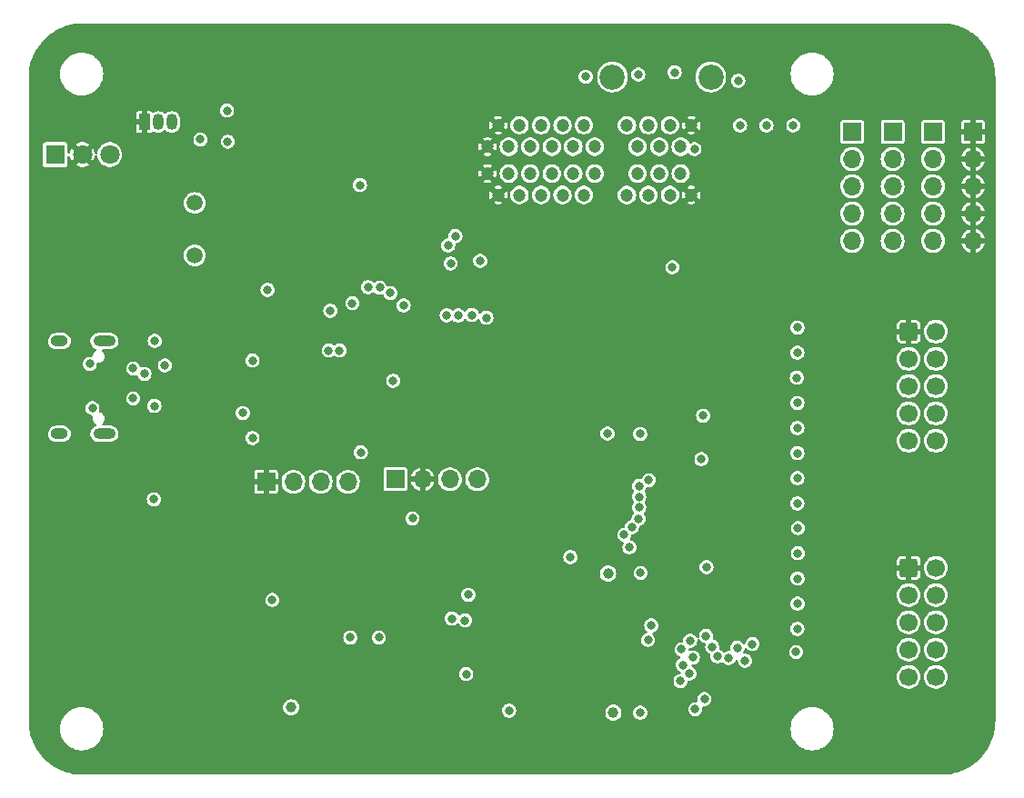
<source format=gbr>
%TF.GenerationSoftware,KiCad,Pcbnew,7.0.10-7.0.10~ubuntu22.04.1*%
%TF.CreationDate,2024-03-23T23:27:58+01:00*%
%TF.ProjectId,JTAGFinder,4a544147-4669-46e6-9465-722e6b696361,rev?*%
%TF.SameCoordinates,Original*%
%TF.FileFunction,Copper,L2,Inr*%
%TF.FilePolarity,Positive*%
%FSLAX46Y46*%
G04 Gerber Fmt 4.6, Leading zero omitted, Abs format (unit mm)*
G04 Created by KiCad (PCBNEW 7.0.10-7.0.10~ubuntu22.04.1) date 2024-03-23 23:27:58*
%MOMM*%
%LPD*%
G01*
G04 APERTURE LIST*
G04 Aperture macros list*
%AMRoundRect*
0 Rectangle with rounded corners*
0 $1 Rounding radius*
0 $2 $3 $4 $5 $6 $7 $8 $9 X,Y pos of 4 corners*
0 Add a 4 corners polygon primitive as box body*
4,1,4,$2,$3,$4,$5,$6,$7,$8,$9,$2,$3,0*
0 Add four circle primitives for the rounded corners*
1,1,$1+$1,$2,$3*
1,1,$1+$1,$4,$5*
1,1,$1+$1,$6,$7*
1,1,$1+$1,$8,$9*
0 Add four rect primitives between the rounded corners*
20,1,$1+$1,$2,$3,$4,$5,0*
20,1,$1+$1,$4,$5,$6,$7,0*
20,1,$1+$1,$6,$7,$8,$9,0*
20,1,$1+$1,$8,$9,$2,$3,0*%
G04 Aperture macros list end*
%TA.AperFunction,ComponentPad*%
%ADD10R,1.700000X1.700000*%
%TD*%
%TA.AperFunction,ComponentPad*%
%ADD11O,1.700000X1.700000*%
%TD*%
%TA.AperFunction,ComponentPad*%
%ADD12RoundRect,0.250000X-0.600000X-0.600000X0.600000X-0.600000X0.600000X0.600000X-0.600000X0.600000X0*%
%TD*%
%TA.AperFunction,ComponentPad*%
%ADD13C,1.700000*%
%TD*%
%TA.AperFunction,ComponentPad*%
%ADD14R,1.800000X1.800000*%
%TD*%
%TA.AperFunction,ComponentPad*%
%ADD15C,1.800000*%
%TD*%
%TA.AperFunction,ComponentPad*%
%ADD16R,1.050000X1.500000*%
%TD*%
%TA.AperFunction,ComponentPad*%
%ADD17O,1.050000X1.500000*%
%TD*%
%TA.AperFunction,ComponentPad*%
%ADD18C,1.500000*%
%TD*%
%TA.AperFunction,ComponentPad*%
%ADD19C,2.350000*%
%TD*%
%TA.AperFunction,ComponentPad*%
%ADD20C,1.200000*%
%TD*%
%TA.AperFunction,ComponentPad*%
%ADD21O,2.100000X1.000000*%
%TD*%
%TA.AperFunction,ComponentPad*%
%ADD22O,1.600000X1.000000*%
%TD*%
%TA.AperFunction,ViaPad*%
%ADD23C,1.000000*%
%TD*%
%TA.AperFunction,ViaPad*%
%ADD24C,0.800000*%
%TD*%
G04 APERTURE END LIST*
D10*
%TO.N,+3.3V*%
%TO.C,J5*%
X138200000Y-100750000D03*
D11*
%TO.N,GND*%
X140740000Y-100750000D03*
%TO.N,TXD*%
X143280000Y-100750000D03*
%TO.N,RXD*%
X145820000Y-100750000D03*
%TD*%
D10*
%TO.N,GND*%
%TO.C,J7*%
X192000000Y-68380000D03*
D11*
X192000000Y-70920000D03*
X192000000Y-73460000D03*
X192000000Y-76000000D03*
X192000000Y-78540000D03*
%TD*%
D10*
%TO.N,P19*%
%TO.C,J8*%
X180750000Y-68380000D03*
D11*
%TO.N,P20*%
X180750000Y-70920000D03*
%TO.N,P21*%
X180750000Y-73460000D03*
%TO.N,P22*%
X180750000Y-76000000D03*
%TO.N,P23*%
X180750000Y-78540000D03*
%TD*%
D12*
%TO.N,GND*%
%TO.C,J1*%
X186000000Y-109000000D03*
D13*
%TO.N,/Protected Output/C00*%
X188540000Y-109000000D03*
%TO.N,Vdrive*%
X186000000Y-111540000D03*
%TO.N,/Protected Output/C01*%
X188540000Y-111540000D03*
%TO.N,/Protected Output/C02*%
X186000000Y-114080000D03*
%TO.N,/Protected Output/C03*%
X188540000Y-114080000D03*
%TO.N,/Protected Output/C04*%
X186000000Y-116620000D03*
%TO.N,/Protected Output/C05*%
X188540000Y-116620000D03*
%TO.N,/Protected Output/C06*%
X186000000Y-119160000D03*
%TO.N,/Protected Output/C07*%
X188540000Y-119160000D03*
%TD*%
D10*
%TO.N,Vdrive*%
%TO.C,J10*%
X188250000Y-68380000D03*
D11*
X188250000Y-70920000D03*
X188250000Y-73460000D03*
X188250000Y-76000000D03*
X188250000Y-78540000D03*
%TD*%
D12*
%TO.N,GND*%
%TO.C,J2*%
X186000000Y-87000000D03*
D13*
%TO.N,/Protected Output/C08*%
X188540000Y-87000000D03*
%TO.N,Vdrive*%
X186000000Y-89540000D03*
%TO.N,/Protected Output/C09*%
X188540000Y-89540000D03*
%TO.N,/Protected Output/C10*%
X186000000Y-92080000D03*
%TO.N,/Protected Output/C11*%
X188540000Y-92080000D03*
%TO.N,/Protected Output/C12*%
X186000000Y-94620000D03*
%TO.N,/Protected Output/C13*%
X188540000Y-94620000D03*
%TO.N,/Protected Output/C14*%
X186000000Y-97160000D03*
%TO.N,/Protected Output/C15*%
X188540000Y-97160000D03*
%TD*%
D10*
%TO.N,+3.3V*%
%TO.C,J9*%
X184500000Y-68380000D03*
D11*
X184500000Y-70920000D03*
X184500000Y-73460000D03*
X184500000Y-76000000D03*
X184500000Y-78540000D03*
%TD*%
D10*
%TO.N,GND*%
%TO.C,J3*%
X126170000Y-101000000D03*
D11*
%TO.N,+3.3V*%
X128710000Y-101000000D03*
%TO.N,SCL*%
X131250000Y-101000000D03*
%TO.N,SDA*%
X133790000Y-101000000D03*
%TD*%
D14*
%TO.N,Net-(D2-A1)*%
%TO.C,D2*%
X106527600Y-70510400D03*
D15*
%TO.N,GND*%
X109067600Y-70510400D03*
%TO.N,Net-(D2-A2)*%
X111607600Y-70510400D03*
%TD*%
D16*
%TO.N,GND*%
%TO.C,Q1*%
X114834998Y-67475000D03*
D17*
%TO.N,Net-(Q1-B)*%
X116104998Y-67475000D03*
%TO.N,/uController/ ~RES*%
X117374998Y-67475000D03*
%TD*%
D18*
%TO.N,/uController/XO*%
%TO.C,Y1*%
X119522000Y-79895000D03*
%TO.N,/uController/XI*%
X119522000Y-75015000D03*
%TD*%
D19*
%TO.N,*%
%TO.C,J6*%
X167565000Y-63275000D03*
X158415000Y-63275000D03*
D20*
%TO.N,GND*%
X146765000Y-69775000D03*
X147765000Y-67775000D03*
%TO.N,P12*%
X148765000Y-69775000D03*
%TO.N,P13*%
X149765000Y-67775000D03*
%TO.N,P14*%
X150765000Y-69775000D03*
%TO.N,P15*%
X151765000Y-67775000D03*
%TO.N,P16*%
X152765000Y-69775000D03*
%TO.N,P17*%
X153765000Y-67775000D03*
%TO.N,P18*%
X155765000Y-67775000D03*
%TO.N,+3.3V*%
X154765000Y-69775000D03*
X156765000Y-69775000D03*
X159765000Y-67775000D03*
%TO.N,P19*%
X160765000Y-69775000D03*
%TO.N,P20*%
X161765000Y-67775000D03*
%TO.N,P21*%
X162765000Y-69775000D03*
%TO.N,P22*%
X163765000Y-67775000D03*
%TO.N,P23*%
X164765000Y-69775000D03*
%TO.N,GND*%
X165765000Y-67775000D03*
X146765000Y-72275000D03*
X147765000Y-74275000D03*
%TO.N,P0*%
X148765000Y-72275000D03*
%TO.N,P1*%
X149765000Y-74275000D03*
%TO.N,P2*%
X150765000Y-72275000D03*
%TO.N,P3*%
X151765000Y-74275000D03*
%TO.N,P4*%
X152765000Y-72275000D03*
%TO.N,P5*%
X153765000Y-74275000D03*
%TO.N,P6*%
X154765000Y-72275000D03*
%TO.N,+3.3V*%
X155765000Y-74275000D03*
X156765000Y-72275000D03*
X159765000Y-74275000D03*
%TO.N,P7*%
X160765000Y-72275000D03*
%TO.N,P8*%
X161765000Y-74275000D03*
%TO.N,P9*%
X162765000Y-72275000D03*
%TO.N,P10*%
X163765000Y-74275000D03*
%TO.N,P11*%
X164765000Y-72275000D03*
%TO.N,GND*%
X165765000Y-74275000D03*
%TD*%
D21*
%TO.N,/USB_input_interface/shield*%
%TO.C,J4*%
X111114000Y-87880000D03*
D22*
X106934000Y-87880000D03*
D21*
X111114000Y-96520000D03*
D22*
X106934000Y-96520000D03*
%TD*%
D23*
%TO.N,GND*%
X134500000Y-103500000D03*
%TO.N,+3.3V*%
X158000000Y-109525000D03*
X158500000Y-122500000D03*
X128500000Y-122000000D03*
D24*
%TO.N,~DTR*%
X124000000Y-94575000D03*
X120050000Y-69100000D03*
%TO.N,+3.3V*%
X164000000Y-81000000D03*
X126300000Y-83100000D03*
X122529600Y-66395600D03*
X146100000Y-80400000D03*
X157950000Y-96500000D03*
X134900000Y-73350000D03*
X138000000Y-91575000D03*
X136667000Y-115500000D03*
X134000000Y-115500000D03*
X139800000Y-104400000D03*
%TO.N,GND*%
X124125000Y-86650000D03*
X161025000Y-99525000D03*
X162864800Y-95097600D03*
X121200000Y-90600000D03*
X157950000Y-112400000D03*
X161025000Y-112525000D03*
X134850000Y-70475000D03*
X142500000Y-108500000D03*
X134000000Y-85500000D03*
X158000000Y-99450000D03*
%TO.N,SCL*%
X132000000Y-88750000D03*
%TO.N,SDA*%
X133000000Y-88750000D03*
%TO.N,VDD*%
X115775000Y-93925000D03*
X115800000Y-87862500D03*
X115722400Y-102619600D03*
%TO.N,VBUS*%
X110000000Y-94122691D03*
X109750000Y-90000000D03*
%TO.N,+5V*%
X143465000Y-113725000D03*
X126750000Y-112000000D03*
%TO.N,Vdrive*%
X145000000Y-111500000D03*
X166700000Y-98875000D03*
X161036000Y-109474000D03*
X148800000Y-122300000D03*
X144700000Y-113900000D03*
X167125000Y-115350000D03*
X166850000Y-94825000D03*
X161000000Y-96525000D03*
X144800000Y-118900000D03*
X161000000Y-122500000D03*
X167175000Y-108925000D03*
%TO.N,/uController/ ~RES*%
X143350000Y-80650000D03*
X122600000Y-69300000D03*
%TO.N,~EN_MIC2025*%
X124900000Y-96900000D03*
X124900000Y-89700000D03*
%TO.N,DACOUT*%
X135000000Y-98250000D03*
X132150000Y-85050000D03*
%TO.N,CH00*%
X171450000Y-116100000D03*
X164750000Y-119550000D03*
X175687800Y-105308400D03*
%TO.N,CH01*%
X165600000Y-118850000D03*
X170750000Y-117650000D03*
X175677100Y-107645200D03*
%TO.N,CH02*%
X170050000Y-116450000D03*
X175651700Y-110007400D03*
X164950000Y-118050000D03*
%TO.N,CH03*%
X169250000Y-117400000D03*
X175651700Y-112344200D03*
X165900000Y-117350000D03*
%TO.N,CH04*%
X168200000Y-117250000D03*
X164850000Y-116600000D03*
X175637000Y-114681000D03*
%TO.N,CH05*%
X175514000Y-116840000D03*
X165650000Y-115800000D03*
X167700000Y-116350000D03*
%TO.N,CH06*%
X161725000Y-115725000D03*
X166975000Y-121225000D03*
%TO.N,CH07*%
X166116000Y-122174000D03*
X162025000Y-114375000D03*
%TO.N,CH08*%
X175637000Y-102997000D03*
X159996913Y-107088598D03*
%TO.N,CH09*%
X175637000Y-100656568D03*
X159512000Y-105918000D03*
%TO.N,CH10*%
X160218755Y-105211245D03*
X175641000Y-86614000D03*
%TO.N,CH11*%
X175637000Y-98316140D03*
X160850669Y-104436848D03*
%TO.N,CH12*%
X175637000Y-88954428D03*
X160909000Y-103378000D03*
%TO.N,CH13*%
X160909000Y-102378497D03*
X175637000Y-95975712D03*
%TO.N,CH14*%
X160909000Y-101378994D03*
X175575500Y-91294856D03*
%TO.N,CH15*%
X175637000Y-93635284D03*
X161798000Y-100838000D03*
%TO.N,/USB_input_interface/USBN*%
X113792000Y-90424000D03*
X116750000Y-90137500D03*
%TO.N,/USB_input_interface/USBP*%
X113792000Y-93218000D03*
X114850000Y-90932000D03*
%TO.N,P7*%
X146675000Y-85700000D03*
%TO.N,P6*%
X145325000Y-85450000D03*
%TO.N,P5*%
X144050000Y-85500000D03*
%TO.N,P4*%
X142975000Y-85475000D03*
%TO.N,P3*%
X138975000Y-84550000D03*
%TO.N,P2*%
X137750000Y-83400000D03*
%TO.N,P1*%
X136750000Y-82900000D03*
%TO.N,TXSOE*%
X154500000Y-108000000D03*
X134200000Y-84350000D03*
%TO.N,P15*%
X170125000Y-63625000D03*
%TO.N,P14*%
X164200000Y-62850000D03*
%TO.N,P13*%
X160825000Y-63050000D03*
%TO.N,P12*%
X155925000Y-63250000D03*
%TO.N,P9*%
X143800000Y-78100000D03*
%TO.N,P22*%
X166048000Y-70000000D03*
%TO.N,P18*%
X170301548Y-67787500D03*
%TO.N,P17*%
X175250000Y-67787500D03*
%TO.N,P8*%
X143125000Y-78975000D03*
%TO.N,P16*%
X172750000Y-67787500D03*
%TO.N,P0*%
X135650000Y-82850000D03*
%TD*%
%TA.AperFunction,Conductor*%
%TO.N,GND*%
G36*
X189067610Y-58275608D02*
G01*
X189073781Y-58275863D01*
X189282403Y-58284491D01*
X189478375Y-58293048D01*
X189488423Y-58293893D01*
X189701807Y-58320491D01*
X189899874Y-58346568D01*
X189909273Y-58348170D01*
X190118521Y-58392044D01*
X190119833Y-58392327D01*
X190315312Y-58435664D01*
X190323953Y-58437905D01*
X190528679Y-58498855D01*
X190530355Y-58499369D01*
X190721618Y-58559674D01*
X190729509Y-58562453D01*
X190928268Y-58640008D01*
X190930621Y-58640955D01*
X191115950Y-58717721D01*
X191123044Y-58720921D01*
X191314605Y-58814569D01*
X191317354Y-58815957D01*
X191495373Y-58908627D01*
X191501681Y-58912145D01*
X191684781Y-59021248D01*
X191687957Y-59023205D01*
X191857228Y-59131043D01*
X191862745Y-59134765D01*
X192036164Y-59258585D01*
X192039619Y-59261142D01*
X192198880Y-59383347D01*
X192203610Y-59387162D01*
X192366195Y-59524865D01*
X192369885Y-59528116D01*
X192517875Y-59663723D01*
X192521846Y-59667525D01*
X192672473Y-59818152D01*
X192676275Y-59822123D01*
X192811882Y-59970113D01*
X192815133Y-59973803D01*
X192952836Y-60136388D01*
X192956651Y-60141118D01*
X193078844Y-60300363D01*
X193081426Y-60303851D01*
X193205233Y-60477254D01*
X193208955Y-60482770D01*
X193316776Y-60652014D01*
X193318750Y-60655217D01*
X193427853Y-60838317D01*
X193431375Y-60844633D01*
X193524010Y-61022582D01*
X193525444Y-61025424D01*
X193619071Y-61216941D01*
X193622283Y-61224062D01*
X193699030Y-61409346D01*
X193700002Y-61411762D01*
X193777541Y-61610478D01*
X193780328Y-61618391D01*
X193840583Y-61809493D01*
X193841177Y-61811430D01*
X193902089Y-62016030D01*
X193904340Y-62024711D01*
X193947660Y-62220117D01*
X193947965Y-62221531D01*
X193991827Y-62430721D01*
X193993431Y-62440131D01*
X194019476Y-62637954D01*
X194019586Y-62638816D01*
X194046103Y-62851555D01*
X194046951Y-62861643D01*
X194055513Y-63057727D01*
X194055525Y-63058017D01*
X194064392Y-63272388D01*
X194064500Y-63277595D01*
X194064500Y-123272404D01*
X194064392Y-123277611D01*
X194055525Y-123491982D01*
X194055513Y-123492272D01*
X194046951Y-123688355D01*
X194046103Y-123698443D01*
X194019586Y-123911182D01*
X194019476Y-123912044D01*
X193993431Y-124109867D01*
X193991827Y-124119277D01*
X193947965Y-124328467D01*
X193947660Y-124329881D01*
X193904340Y-124525287D01*
X193902089Y-124533968D01*
X193841177Y-124738568D01*
X193840583Y-124740505D01*
X193780328Y-124931607D01*
X193777541Y-124939520D01*
X193700002Y-125138236D01*
X193699030Y-125140652D01*
X193622283Y-125325936D01*
X193619071Y-125333057D01*
X193525444Y-125524574D01*
X193524010Y-125527416D01*
X193431375Y-125705365D01*
X193427853Y-125711681D01*
X193318750Y-125894781D01*
X193316776Y-125897984D01*
X193208955Y-126067228D01*
X193205233Y-126072744D01*
X193081426Y-126246147D01*
X193078844Y-126249635D01*
X192956651Y-126408880D01*
X192952836Y-126413610D01*
X192815133Y-126576195D01*
X192811882Y-126579885D01*
X192676275Y-126727875D01*
X192672473Y-126731846D01*
X192521846Y-126882473D01*
X192517875Y-126886275D01*
X192369885Y-127021882D01*
X192366195Y-127025133D01*
X192203610Y-127162836D01*
X192198880Y-127166651D01*
X192039635Y-127288844D01*
X192036147Y-127291426D01*
X191862744Y-127415233D01*
X191857228Y-127418955D01*
X191687984Y-127526776D01*
X191684781Y-127528750D01*
X191501681Y-127637853D01*
X191495365Y-127641375D01*
X191317416Y-127734010D01*
X191314574Y-127735444D01*
X191123057Y-127829071D01*
X191115936Y-127832283D01*
X190930652Y-127909030D01*
X190928236Y-127910002D01*
X190729520Y-127987541D01*
X190721607Y-127990328D01*
X190530505Y-128050583D01*
X190528568Y-128051177D01*
X190323968Y-128112089D01*
X190315287Y-128114340D01*
X190119881Y-128157660D01*
X190118467Y-128157965D01*
X189909277Y-128201827D01*
X189899867Y-128203431D01*
X189702044Y-128229476D01*
X189701182Y-128229586D01*
X189488443Y-128256103D01*
X189478354Y-128256951D01*
X189282291Y-128265512D01*
X189282002Y-128265524D01*
X189067611Y-128274392D01*
X189062404Y-128274500D01*
X109067596Y-128274500D01*
X109062389Y-128274392D01*
X108847996Y-128265524D01*
X108847707Y-128265512D01*
X108651644Y-128256951D01*
X108641555Y-128256103D01*
X108428816Y-128229586D01*
X108427954Y-128229476D01*
X108230131Y-128203431D01*
X108220721Y-128201827D01*
X108011531Y-128157965D01*
X108010117Y-128157660D01*
X107814711Y-128114340D01*
X107806030Y-128112089D01*
X107601430Y-128051177D01*
X107599493Y-128050583D01*
X107408391Y-127990328D01*
X107400478Y-127987541D01*
X107201762Y-127910002D01*
X107199346Y-127909030D01*
X107014062Y-127832283D01*
X107006941Y-127829071D01*
X106815424Y-127735444D01*
X106812582Y-127734010D01*
X106634633Y-127641375D01*
X106628317Y-127637853D01*
X106445217Y-127528750D01*
X106442014Y-127526776D01*
X106272770Y-127418955D01*
X106267254Y-127415233D01*
X106093851Y-127291426D01*
X106090363Y-127288844D01*
X105931118Y-127166651D01*
X105926388Y-127162836D01*
X105763803Y-127025133D01*
X105760113Y-127021882D01*
X105612123Y-126886275D01*
X105608152Y-126882473D01*
X105457525Y-126731846D01*
X105453723Y-126727875D01*
X105318116Y-126579885D01*
X105314865Y-126576195D01*
X105177162Y-126413610D01*
X105173347Y-126408880D01*
X105051154Y-126249635D01*
X105048572Y-126246147D01*
X104924765Y-126072744D01*
X104921043Y-126067228D01*
X104813205Y-125897957D01*
X104811248Y-125894781D01*
X104702145Y-125711681D01*
X104698623Y-125705365D01*
X104689181Y-125687227D01*
X104605957Y-125527354D01*
X104604554Y-125524574D01*
X104579380Y-125473080D01*
X104510921Y-125333044D01*
X104507721Y-125325950D01*
X104430955Y-125140621D01*
X104429996Y-125138236D01*
X104352457Y-124939520D01*
X104349670Y-124931607D01*
X104318633Y-124833170D01*
X104289369Y-124740355D01*
X104288855Y-124738679D01*
X104227905Y-124533953D01*
X104225664Y-124525312D01*
X104182327Y-124329833D01*
X104182033Y-124328467D01*
X104176495Y-124302057D01*
X104138170Y-124119273D01*
X104136567Y-124109867D01*
X104122102Y-124000000D01*
X106994390Y-124000000D01*
X107014803Y-124285424D01*
X107075631Y-124565046D01*
X107175632Y-124833160D01*
X107175637Y-124833170D01*
X107312768Y-125084307D01*
X107312772Y-125084312D01*
X107312774Y-125084315D01*
X107354947Y-125140652D01*
X107484262Y-125313396D01*
X107484270Y-125313405D01*
X107686594Y-125515729D01*
X107686603Y-125515737D01*
X107686605Y-125515739D01*
X107915685Y-125687226D01*
X107915687Y-125687227D01*
X107915692Y-125687231D01*
X108166829Y-125824362D01*
X108166839Y-125824367D01*
X108434954Y-125924369D01*
X108714572Y-125985196D01*
X108928552Y-126000500D01*
X108928558Y-126000500D01*
X109071442Y-126000500D01*
X109071448Y-126000500D01*
X109285428Y-125985196D01*
X109565046Y-125924369D01*
X109833161Y-125824367D01*
X109863144Y-125807994D01*
X110084307Y-125687231D01*
X110084309Y-125687229D01*
X110084315Y-125687226D01*
X110313395Y-125515739D01*
X110515739Y-125313395D01*
X110687226Y-125084315D01*
X110687229Y-125084309D01*
X110687231Y-125084307D01*
X110824362Y-124833170D01*
X110824367Y-124833161D01*
X110924369Y-124565046D01*
X110985196Y-124285428D01*
X111005610Y-124000000D01*
X174994390Y-124000000D01*
X175014803Y-124285424D01*
X175075631Y-124565046D01*
X175175632Y-124833160D01*
X175175637Y-124833170D01*
X175312768Y-125084307D01*
X175312772Y-125084312D01*
X175312774Y-125084315D01*
X175354947Y-125140652D01*
X175484262Y-125313396D01*
X175484270Y-125313405D01*
X175686594Y-125515729D01*
X175686603Y-125515737D01*
X175686605Y-125515739D01*
X175915685Y-125687226D01*
X175915687Y-125687227D01*
X175915692Y-125687231D01*
X176166829Y-125824362D01*
X176166839Y-125824367D01*
X176434954Y-125924369D01*
X176714572Y-125985196D01*
X176928552Y-126000500D01*
X176928558Y-126000500D01*
X177071442Y-126000500D01*
X177071448Y-126000500D01*
X177285428Y-125985196D01*
X177565046Y-125924369D01*
X177833161Y-125824367D01*
X177863144Y-125807994D01*
X178084307Y-125687231D01*
X178084309Y-125687229D01*
X178084315Y-125687226D01*
X178313395Y-125515739D01*
X178515739Y-125313395D01*
X178687226Y-125084315D01*
X178687229Y-125084309D01*
X178687231Y-125084307D01*
X178824362Y-124833170D01*
X178824367Y-124833161D01*
X178924369Y-124565046D01*
X178985196Y-124285428D01*
X179005610Y-124000000D01*
X178985196Y-123714572D01*
X178924369Y-123434954D01*
X178824367Y-123166839D01*
X178824362Y-123166829D01*
X178687231Y-122915692D01*
X178687227Y-122915687D01*
X178632516Y-122842601D01*
X178515739Y-122686605D01*
X178515737Y-122686603D01*
X178515729Y-122686594D01*
X178313405Y-122484270D01*
X178313396Y-122484262D01*
X178308234Y-122480398D01*
X178084315Y-122312774D01*
X178084313Y-122312773D01*
X178084312Y-122312772D01*
X178084307Y-122312768D01*
X177833170Y-122175637D01*
X177833160Y-122175632D01*
X177565046Y-122075631D01*
X177285424Y-122014803D01*
X177151775Y-122005245D01*
X177071448Y-121999500D01*
X176928552Y-121999500D01*
X176852954Y-122004906D01*
X176714575Y-122014803D01*
X176434953Y-122075631D01*
X176166839Y-122175632D01*
X176166829Y-122175637D01*
X175915692Y-122312768D01*
X175915687Y-122312772D01*
X175686603Y-122484262D01*
X175686594Y-122484270D01*
X175484270Y-122686594D01*
X175484262Y-122686603D01*
X175312772Y-122915687D01*
X175312768Y-122915692D01*
X175175637Y-123166829D01*
X175175632Y-123166839D01*
X175075631Y-123434953D01*
X175014803Y-123714575D01*
X174994390Y-124000000D01*
X111005610Y-124000000D01*
X110985196Y-123714572D01*
X110924369Y-123434954D01*
X110824367Y-123166839D01*
X110824362Y-123166829D01*
X110687231Y-122915692D01*
X110687227Y-122915687D01*
X110632516Y-122842601D01*
X110515739Y-122686605D01*
X110515737Y-122686603D01*
X110515729Y-122686594D01*
X110313405Y-122484270D01*
X110313396Y-122484262D01*
X110308234Y-122480398D01*
X110084315Y-122312774D01*
X110084313Y-122312773D01*
X110084312Y-122312772D01*
X110084307Y-122312768D01*
X109833170Y-122175637D01*
X109833160Y-122175632D01*
X109565046Y-122075631D01*
X109285424Y-122014803D01*
X109151775Y-122005245D01*
X109078439Y-122000000D01*
X127740726Y-122000000D01*
X127759763Y-122168954D01*
X127805616Y-122299996D01*
X127815918Y-122329437D01*
X127815919Y-122329439D01*
X127906375Y-122473399D01*
X127906377Y-122473402D01*
X128026597Y-122593622D01*
X128026600Y-122593624D01*
X128170563Y-122684082D01*
X128331046Y-122740237D01*
X128500000Y-122759274D01*
X128668954Y-122740237D01*
X128829437Y-122684082D01*
X128973400Y-122593624D01*
X129093624Y-122473400D01*
X129184082Y-122329437D01*
X129194381Y-122300003D01*
X148140693Y-122300003D01*
X148159849Y-122457779D01*
X148175862Y-122500000D01*
X148216213Y-122606395D01*
X148306502Y-122737201D01*
X148425471Y-122842599D01*
X148425472Y-122842599D01*
X148425474Y-122842601D01*
X148500200Y-122881820D01*
X148566207Y-122916463D01*
X148720529Y-122954500D01*
X148720530Y-122954500D01*
X148879470Y-122954500D01*
X148879471Y-122954500D01*
X149033793Y-122916463D01*
X149174529Y-122842599D01*
X149293498Y-122737201D01*
X149383787Y-122606395D01*
X149424138Y-122500000D01*
X157740726Y-122500000D01*
X157759763Y-122668954D01*
X157802281Y-122790463D01*
X157815918Y-122829437D01*
X157815919Y-122829439D01*
X157906375Y-122973399D01*
X157906377Y-122973402D01*
X158026597Y-123093622D01*
X158026600Y-123093624D01*
X158170563Y-123184082D01*
X158331046Y-123240237D01*
X158500000Y-123259274D01*
X158668954Y-123240237D01*
X158829437Y-123184082D01*
X158973400Y-123093624D01*
X159093624Y-122973400D01*
X159184082Y-122829437D01*
X159240237Y-122668954D01*
X159259274Y-122500003D01*
X160340693Y-122500003D01*
X160359849Y-122657779D01*
X160391122Y-122740237D01*
X160416213Y-122806395D01*
X160506502Y-122937201D01*
X160625471Y-123042599D01*
X160625472Y-123042599D01*
X160625474Y-123042601D01*
X160700200Y-123081820D01*
X160766207Y-123116463D01*
X160920529Y-123154500D01*
X160920530Y-123154500D01*
X161079470Y-123154500D01*
X161079471Y-123154500D01*
X161233793Y-123116463D01*
X161374529Y-123042599D01*
X161493498Y-122937201D01*
X161583787Y-122806395D01*
X161640149Y-122657782D01*
X161640149Y-122657781D01*
X161640150Y-122657779D01*
X161659307Y-122500003D01*
X161659307Y-122499996D01*
X161640150Y-122342220D01*
X161624136Y-122299996D01*
X161583787Y-122193605D01*
X161570257Y-122174003D01*
X165456693Y-122174003D01*
X165475849Y-122331779D01*
X165532212Y-122480392D01*
X165532215Y-122480398D01*
X165534882Y-122484262D01*
X165622502Y-122611201D01*
X165741471Y-122716599D01*
X165741472Y-122716599D01*
X165741474Y-122716601D01*
X165786509Y-122740237D01*
X165882207Y-122790463D01*
X166036529Y-122828500D01*
X166036530Y-122828500D01*
X166195470Y-122828500D01*
X166195471Y-122828500D01*
X166349793Y-122790463D01*
X166490529Y-122716599D01*
X166609498Y-122611201D01*
X166699787Y-122480395D01*
X166756149Y-122331782D01*
X166756149Y-122331781D01*
X166756150Y-122331779D01*
X166775307Y-122174003D01*
X166775307Y-122173997D01*
X166756600Y-122019932D01*
X166768245Y-121949897D01*
X166815905Y-121897275D01*
X166884449Y-121878774D01*
X166894592Y-121879500D01*
X166895529Y-121879500D01*
X167054470Y-121879500D01*
X167054471Y-121879500D01*
X167208793Y-121841463D01*
X167349529Y-121767599D01*
X167468498Y-121662201D01*
X167558787Y-121531395D01*
X167615149Y-121382782D01*
X167615149Y-121382781D01*
X167615150Y-121382779D01*
X167634307Y-121225003D01*
X167634307Y-121224996D01*
X167615150Y-121067220D01*
X167601538Y-121031331D01*
X167558787Y-120918605D01*
X167468498Y-120787799D01*
X167349529Y-120682401D01*
X167349528Y-120682400D01*
X167349525Y-120682398D01*
X167208797Y-120608539D01*
X167208795Y-120608538D01*
X167208793Y-120608537D01*
X167208791Y-120608536D01*
X167208790Y-120608536D01*
X167054472Y-120570500D01*
X167054471Y-120570500D01*
X166895529Y-120570500D01*
X166895527Y-120570500D01*
X166741209Y-120608536D01*
X166741202Y-120608539D01*
X166600474Y-120682398D01*
X166600469Y-120682402D01*
X166481501Y-120787800D01*
X166391215Y-120918601D01*
X166391212Y-120918607D01*
X166334849Y-121067220D01*
X166315693Y-121224996D01*
X166315693Y-121225003D01*
X166334399Y-121379068D01*
X166322754Y-121449103D01*
X166275093Y-121501724D01*
X166206549Y-121520225D01*
X166196412Y-121519500D01*
X166195471Y-121519500D01*
X166036529Y-121519500D01*
X166036527Y-121519500D01*
X165882209Y-121557536D01*
X165882202Y-121557539D01*
X165741474Y-121631398D01*
X165741469Y-121631402D01*
X165622501Y-121736800D01*
X165532215Y-121867601D01*
X165532212Y-121867607D01*
X165475849Y-122016220D01*
X165456693Y-122173996D01*
X165456693Y-122174003D01*
X161570257Y-122174003D01*
X161493498Y-122062799D01*
X161374529Y-121957401D01*
X161374528Y-121957400D01*
X161374525Y-121957398D01*
X161233797Y-121883539D01*
X161233795Y-121883538D01*
X161233793Y-121883537D01*
X161233791Y-121883536D01*
X161233790Y-121883536D01*
X161079472Y-121845500D01*
X161079471Y-121845500D01*
X160920529Y-121845500D01*
X160920527Y-121845500D01*
X160766209Y-121883536D01*
X160766202Y-121883539D01*
X160625474Y-121957398D01*
X160625469Y-121957402D01*
X160506501Y-122062800D01*
X160416215Y-122193601D01*
X160416212Y-122193607D01*
X160359849Y-122342220D01*
X160340693Y-122499996D01*
X160340693Y-122500003D01*
X159259274Y-122500003D01*
X159259274Y-122500000D01*
X159240237Y-122331046D01*
X159184082Y-122170563D01*
X159093624Y-122026600D01*
X159093622Y-122026597D01*
X158973402Y-121906377D01*
X158973399Y-121906375D01*
X158829439Y-121815919D01*
X158829437Y-121815918D01*
X158762580Y-121792524D01*
X158668954Y-121759763D01*
X158500000Y-121740726D01*
X158331046Y-121759763D01*
X158331043Y-121759763D01*
X158331043Y-121759764D01*
X158170562Y-121815918D01*
X158170560Y-121815919D01*
X158026600Y-121906375D01*
X158026597Y-121906377D01*
X157906377Y-122026597D01*
X157906375Y-122026600D01*
X157815919Y-122170560D01*
X157815918Y-122170562D01*
X157770628Y-122299996D01*
X157759763Y-122331046D01*
X157740726Y-122500000D01*
X149424138Y-122500000D01*
X149440149Y-122457782D01*
X149440149Y-122457781D01*
X149440150Y-122457779D01*
X149459307Y-122300003D01*
X149459307Y-122299996D01*
X149440150Y-122142220D01*
X149426538Y-122106331D01*
X149383787Y-121993605D01*
X149293498Y-121862799D01*
X149174529Y-121757401D01*
X149174528Y-121757400D01*
X149174525Y-121757398D01*
X149033797Y-121683539D01*
X149033795Y-121683538D01*
X149033793Y-121683537D01*
X149033791Y-121683536D01*
X149033790Y-121683536D01*
X148879472Y-121645500D01*
X148879471Y-121645500D01*
X148720529Y-121645500D01*
X148720527Y-121645500D01*
X148566209Y-121683536D01*
X148566202Y-121683539D01*
X148425474Y-121757398D01*
X148425469Y-121757402D01*
X148306501Y-121862800D01*
X148216215Y-121993601D01*
X148216212Y-121993607D01*
X148159849Y-122142220D01*
X148140693Y-122299996D01*
X148140693Y-122300003D01*
X129194381Y-122300003D01*
X129240237Y-122168954D01*
X129259274Y-122000000D01*
X129240237Y-121831046D01*
X129184082Y-121670563D01*
X129093624Y-121526600D01*
X129093622Y-121526597D01*
X128973402Y-121406377D01*
X128973399Y-121406375D01*
X128829439Y-121315919D01*
X128829437Y-121315918D01*
X128668954Y-121259763D01*
X128500000Y-121240726D01*
X128331046Y-121259763D01*
X128331043Y-121259763D01*
X128331043Y-121259764D01*
X128170562Y-121315918D01*
X128170560Y-121315919D01*
X128026600Y-121406375D01*
X128026597Y-121406377D01*
X127906377Y-121526597D01*
X127906375Y-121526600D01*
X127815919Y-121670560D01*
X127815918Y-121670562D01*
X127781964Y-121767599D01*
X127759763Y-121831046D01*
X127740726Y-122000000D01*
X109078439Y-122000000D01*
X109071448Y-121999500D01*
X108928552Y-121999500D01*
X108852954Y-122004906D01*
X108714575Y-122014803D01*
X108434953Y-122075631D01*
X108166839Y-122175632D01*
X108166829Y-122175637D01*
X107915692Y-122312768D01*
X107915687Y-122312772D01*
X107686603Y-122484262D01*
X107686594Y-122484270D01*
X107484270Y-122686594D01*
X107484262Y-122686603D01*
X107312772Y-122915687D01*
X107312768Y-122915692D01*
X107175637Y-123166829D01*
X107175632Y-123166839D01*
X107075631Y-123434953D01*
X107014803Y-123714575D01*
X106994390Y-124000000D01*
X104122102Y-124000000D01*
X104110491Y-123911807D01*
X104083893Y-123698423D01*
X104083048Y-123688375D01*
X104074484Y-123492218D01*
X104065608Y-123277611D01*
X104065500Y-123272404D01*
X104065500Y-118900003D01*
X144140693Y-118900003D01*
X144159849Y-119057779D01*
X144198619Y-119160004D01*
X144216213Y-119206395D01*
X144306502Y-119337201D01*
X144425471Y-119442599D01*
X144425472Y-119442599D01*
X144425474Y-119442601D01*
X144470934Y-119466460D01*
X144566207Y-119516463D01*
X144720529Y-119554500D01*
X144720530Y-119554500D01*
X144879470Y-119554500D01*
X144879471Y-119554500D01*
X144897716Y-119550003D01*
X164090693Y-119550003D01*
X164109849Y-119707779D01*
X164158447Y-119835919D01*
X164166213Y-119856395D01*
X164256502Y-119987201D01*
X164375471Y-120092599D01*
X164375472Y-120092599D01*
X164375474Y-120092601D01*
X164450200Y-120131820D01*
X164516207Y-120166463D01*
X164670529Y-120204500D01*
X164670530Y-120204500D01*
X164829470Y-120204500D01*
X164829471Y-120204500D01*
X164983793Y-120166463D01*
X165124529Y-120092599D01*
X165243498Y-119987201D01*
X165333787Y-119856395D01*
X165390149Y-119707782D01*
X165390149Y-119707781D01*
X165390150Y-119707779D01*
X165401377Y-119615313D01*
X165429443Y-119550100D01*
X165488312Y-119510413D01*
X165526458Y-119504500D01*
X165679470Y-119504500D01*
X165679471Y-119504500D01*
X165833793Y-119466463D01*
X165974529Y-119392599D01*
X166093498Y-119287201D01*
X166181296Y-119160004D01*
X184890768Y-119160004D01*
X184909654Y-119363819D01*
X184938858Y-119466460D01*
X184965672Y-119560701D01*
X185056912Y-119743935D01*
X185056913Y-119743936D01*
X185180266Y-119907284D01*
X185331536Y-120045185D01*
X185505566Y-120152940D01*
X185505568Y-120152940D01*
X185505573Y-120152944D01*
X185696444Y-120226888D01*
X185897653Y-120264500D01*
X185897655Y-120264500D01*
X186102345Y-120264500D01*
X186102347Y-120264500D01*
X186303556Y-120226888D01*
X186494427Y-120152944D01*
X186668462Y-120045186D01*
X186819732Y-119907285D01*
X186943088Y-119743935D01*
X187034328Y-119560701D01*
X187090345Y-119363821D01*
X187109232Y-119160004D01*
X187430768Y-119160004D01*
X187449654Y-119363819D01*
X187478858Y-119466460D01*
X187505672Y-119560701D01*
X187596912Y-119743935D01*
X187596913Y-119743936D01*
X187720266Y-119907284D01*
X187871536Y-120045185D01*
X188045566Y-120152940D01*
X188045568Y-120152940D01*
X188045573Y-120152944D01*
X188236444Y-120226888D01*
X188437653Y-120264500D01*
X188437655Y-120264500D01*
X188642345Y-120264500D01*
X188642347Y-120264500D01*
X188843556Y-120226888D01*
X189034427Y-120152944D01*
X189208462Y-120045186D01*
X189359732Y-119907285D01*
X189483088Y-119743935D01*
X189574328Y-119560701D01*
X189630345Y-119363821D01*
X189649232Y-119160000D01*
X189648898Y-119156398D01*
X189630345Y-118956180D01*
X189623903Y-118933537D01*
X189574328Y-118759299D01*
X189483088Y-118576065D01*
X189415980Y-118487199D01*
X189359733Y-118412715D01*
X189208463Y-118274814D01*
X189034433Y-118167059D01*
X189034428Y-118167057D01*
X189034427Y-118167056D01*
X188843559Y-118093113D01*
X188843560Y-118093113D01*
X188843557Y-118093112D01*
X188843556Y-118093112D01*
X188642347Y-118055500D01*
X188437653Y-118055500D01*
X188236444Y-118093112D01*
X188236439Y-118093113D01*
X188045577Y-118167054D01*
X188045566Y-118167059D01*
X187871536Y-118274814D01*
X187720266Y-118412715D01*
X187596913Y-118576063D01*
X187505671Y-118759301D01*
X187449654Y-118956180D01*
X187430768Y-119159995D01*
X187430768Y-119160004D01*
X187109232Y-119160004D01*
X187109232Y-119160000D01*
X187108898Y-119156398D01*
X187090345Y-118956180D01*
X187083903Y-118933537D01*
X187034328Y-118759299D01*
X186943088Y-118576065D01*
X186875980Y-118487199D01*
X186819733Y-118412715D01*
X186668463Y-118274814D01*
X186494433Y-118167059D01*
X186494428Y-118167057D01*
X186494427Y-118167056D01*
X186303559Y-118093113D01*
X186303560Y-118093113D01*
X186303557Y-118093112D01*
X186303556Y-118093112D01*
X186102347Y-118055500D01*
X185897653Y-118055500D01*
X185696444Y-118093112D01*
X185696439Y-118093113D01*
X185505577Y-118167054D01*
X185505566Y-118167059D01*
X185331536Y-118274814D01*
X185180266Y-118412715D01*
X185056913Y-118576063D01*
X184965671Y-118759301D01*
X184909654Y-118956180D01*
X184890768Y-119159995D01*
X184890768Y-119160004D01*
X166181296Y-119160004D01*
X166183787Y-119156395D01*
X166240149Y-119007782D01*
X166240149Y-119007781D01*
X166240150Y-119007779D01*
X166259307Y-118850003D01*
X166259307Y-118849996D01*
X166240150Y-118692220D01*
X166202750Y-118593607D01*
X166183787Y-118543605D01*
X166093498Y-118412799D01*
X165974529Y-118307401D01*
X165974528Y-118307400D01*
X165974525Y-118307398D01*
X165850046Y-118242067D01*
X165799023Y-118192699D01*
X165782791Y-118123583D01*
X165806502Y-118056663D01*
X165862629Y-118013186D01*
X165908601Y-118004500D01*
X165979470Y-118004500D01*
X165979471Y-118004500D01*
X166133793Y-117966463D01*
X166274529Y-117892599D01*
X166393498Y-117787201D01*
X166483787Y-117656395D01*
X166540149Y-117507782D01*
X166540149Y-117507781D01*
X166540150Y-117507779D01*
X166559307Y-117350003D01*
X166559307Y-117349996D01*
X166540150Y-117192220D01*
X166522769Y-117146392D01*
X166483787Y-117043605D01*
X166393498Y-116912799D01*
X166274529Y-116807401D01*
X166274528Y-116807400D01*
X166274525Y-116807398D01*
X166133797Y-116733539D01*
X166133795Y-116733538D01*
X166133793Y-116733537D01*
X166133791Y-116733536D01*
X166133790Y-116733536D01*
X165979472Y-116695500D01*
X165979471Y-116695500D01*
X165820529Y-116695500D01*
X165820525Y-116695500D01*
X165664989Y-116733836D01*
X165594061Y-116730717D01*
X165536079Y-116689747D01*
X165509451Y-116623933D01*
X165509632Y-116607622D01*
X165509307Y-116607622D01*
X165509307Y-116600001D01*
X165509306Y-116599996D01*
X165508783Y-116595684D01*
X165509307Y-116592534D01*
X165509307Y-116592378D01*
X165509333Y-116592378D01*
X165520430Y-116525650D01*
X165568091Y-116473030D01*
X165633865Y-116454500D01*
X165729470Y-116454500D01*
X165729471Y-116454500D01*
X165883793Y-116416463D01*
X166024529Y-116342599D01*
X166143498Y-116237201D01*
X166233787Y-116106395D01*
X166290149Y-115957782D01*
X166290149Y-115957781D01*
X166290150Y-115957779D01*
X166309307Y-115800003D01*
X166309307Y-115799997D01*
X166299526Y-115719443D01*
X166311171Y-115649407D01*
X166358831Y-115596786D01*
X166427375Y-115578285D01*
X166495040Y-115599779D01*
X166536762Y-115650122D01*
X166537671Y-115649645D01*
X166539923Y-115653937D01*
X166540343Y-115654443D01*
X166540860Y-115655720D01*
X166541211Y-115656392D01*
X166541213Y-115656395D01*
X166631502Y-115787201D01*
X166750471Y-115892599D01*
X166750472Y-115892599D01*
X166750474Y-115892601D01*
X166815959Y-115926970D01*
X166891207Y-115966463D01*
X166985641Y-115989739D01*
X167046995Y-116025461D01*
X167079296Y-116088684D01*
X167073299Y-116156757D01*
X167059850Y-116192219D01*
X167040693Y-116349996D01*
X167040693Y-116350003D01*
X167059849Y-116507779D01*
X167107544Y-116633537D01*
X167116213Y-116656395D01*
X167206502Y-116787201D01*
X167325471Y-116892599D01*
X167325472Y-116892599D01*
X167325474Y-116892601D01*
X167381189Y-116921842D01*
X167466207Y-116966463D01*
X167466215Y-116966465D01*
X167473337Y-116969167D01*
X167472611Y-116971079D01*
X167524918Y-117001528D01*
X167557225Y-117064748D01*
X167558499Y-117103338D01*
X167540693Y-117249994D01*
X167540693Y-117250003D01*
X167559849Y-117407779D01*
X167592739Y-117494500D01*
X167616213Y-117556395D01*
X167706502Y-117687201D01*
X167825471Y-117792599D01*
X167825472Y-117792599D01*
X167825474Y-117792601D01*
X167888374Y-117825613D01*
X167966207Y-117866463D01*
X168120529Y-117904500D01*
X168120530Y-117904500D01*
X168279470Y-117904500D01*
X168279471Y-117904500D01*
X168433793Y-117866463D01*
X168574529Y-117792599D01*
X168574528Y-117792599D01*
X168581278Y-117789057D01*
X168582075Y-117790577D01*
X168640656Y-117771258D01*
X168709399Y-117789005D01*
X168748502Y-117825611D01*
X168756502Y-117837201D01*
X168875471Y-117942599D01*
X168875472Y-117942599D01*
X168875474Y-117942601D01*
X168920934Y-117966460D01*
X169016207Y-118016463D01*
X169170529Y-118054500D01*
X169170530Y-118054500D01*
X169329470Y-118054500D01*
X169329471Y-118054500D01*
X169483793Y-118016463D01*
X169624529Y-117942599D01*
X169743498Y-117837201D01*
X169833787Y-117706395D01*
X169852302Y-117657574D01*
X169895157Y-117600978D01*
X169961812Y-117576532D01*
X170031103Y-117592003D01*
X170081029Y-117642480D01*
X170095193Y-117687070D01*
X170109849Y-117807779D01*
X170155778Y-117928881D01*
X170166213Y-117956395D01*
X170256502Y-118087201D01*
X170375471Y-118192599D01*
X170375472Y-118192599D01*
X170375474Y-118192601D01*
X170450200Y-118231820D01*
X170516207Y-118266463D01*
X170670529Y-118304500D01*
X170670530Y-118304500D01*
X170829470Y-118304500D01*
X170829471Y-118304500D01*
X170983793Y-118266463D01*
X171124529Y-118192599D01*
X171243498Y-118087201D01*
X171333787Y-117956395D01*
X171390149Y-117807782D01*
X171390149Y-117807781D01*
X171390150Y-117807779D01*
X171409307Y-117650003D01*
X171409307Y-117649996D01*
X171390150Y-117492220D01*
X171353468Y-117395500D01*
X171333787Y-117343605D01*
X171243498Y-117212799D01*
X171124529Y-117107401D01*
X171124528Y-117107400D01*
X171124525Y-117107398D01*
X170983797Y-117033539D01*
X170983795Y-117033538D01*
X170983793Y-117033537D01*
X170983791Y-117033536D01*
X170983790Y-117033536D01*
X170829472Y-116995500D01*
X170829471Y-116995500D01*
X170708817Y-116995500D01*
X170640696Y-116975498D01*
X170594203Y-116921842D01*
X170584099Y-116851568D01*
X170588631Y-116840003D01*
X174854693Y-116840003D01*
X174873849Y-116997779D01*
X174901378Y-117070364D01*
X174930213Y-117146395D01*
X175020502Y-117277201D01*
X175139471Y-117382599D01*
X175139472Y-117382599D01*
X175139474Y-117382601D01*
X175187447Y-117407779D01*
X175280207Y-117456463D01*
X175434529Y-117494500D01*
X175434530Y-117494500D01*
X175593470Y-117494500D01*
X175593471Y-117494500D01*
X175747793Y-117456463D01*
X175888529Y-117382599D01*
X176007498Y-117277201D01*
X176097787Y-117146395D01*
X176154149Y-116997782D01*
X176154149Y-116997781D01*
X176154150Y-116997779D01*
X176173307Y-116840003D01*
X176173307Y-116839996D01*
X176154150Y-116682220D01*
X176135687Y-116633539D01*
X176130554Y-116620004D01*
X184890768Y-116620004D01*
X184909654Y-116823819D01*
X184957676Y-116992599D01*
X184965672Y-117020701D01*
X185056912Y-117203935D01*
X185071379Y-117223092D01*
X185180266Y-117367284D01*
X185331536Y-117505185D01*
X185505566Y-117612940D01*
X185505568Y-117612940D01*
X185505573Y-117612944D01*
X185696444Y-117686888D01*
X185897653Y-117724500D01*
X185897655Y-117724500D01*
X186102345Y-117724500D01*
X186102347Y-117724500D01*
X186303556Y-117686888D01*
X186494427Y-117612944D01*
X186668462Y-117505186D01*
X186819732Y-117367285D01*
X186943088Y-117203935D01*
X187034328Y-117020701D01*
X187090345Y-116823821D01*
X187098711Y-116733536D01*
X187109232Y-116620004D01*
X187430768Y-116620004D01*
X187449654Y-116823819D01*
X187497676Y-116992599D01*
X187505672Y-117020701D01*
X187596912Y-117203935D01*
X187611379Y-117223092D01*
X187720266Y-117367284D01*
X187871536Y-117505185D01*
X188045566Y-117612940D01*
X188045568Y-117612940D01*
X188045573Y-117612944D01*
X188236444Y-117686888D01*
X188437653Y-117724500D01*
X188437655Y-117724500D01*
X188642345Y-117724500D01*
X188642347Y-117724500D01*
X188843556Y-117686888D01*
X189034427Y-117612944D01*
X189208462Y-117505186D01*
X189359732Y-117367285D01*
X189483088Y-117203935D01*
X189574328Y-117020701D01*
X189630345Y-116823821D01*
X189638711Y-116733536D01*
X189649232Y-116620004D01*
X189649232Y-116619995D01*
X189630345Y-116416180D01*
X189619909Y-116379500D01*
X189574328Y-116219299D01*
X189483088Y-116036065D01*
X189412220Y-115942220D01*
X189359733Y-115872715D01*
X189208463Y-115734814D01*
X189034433Y-115627059D01*
X189034428Y-115627057D01*
X189034427Y-115627056D01*
X188964017Y-115599779D01*
X188843559Y-115553113D01*
X188843560Y-115553113D01*
X188843557Y-115553112D01*
X188843556Y-115553112D01*
X188642347Y-115515500D01*
X188437653Y-115515500D01*
X188236444Y-115553112D01*
X188236439Y-115553113D01*
X188045577Y-115627054D01*
X188045566Y-115627059D01*
X187871536Y-115734814D01*
X187720266Y-115872715D01*
X187596913Y-116036063D01*
X187505671Y-116219301D01*
X187449654Y-116416180D01*
X187430768Y-116619995D01*
X187430768Y-116620004D01*
X187109232Y-116620004D01*
X187109232Y-116619995D01*
X187090345Y-116416180D01*
X187079909Y-116379500D01*
X187034328Y-116219299D01*
X186943088Y-116036065D01*
X186872220Y-115942220D01*
X186819733Y-115872715D01*
X186668463Y-115734814D01*
X186494433Y-115627059D01*
X186494428Y-115627057D01*
X186494427Y-115627056D01*
X186424017Y-115599779D01*
X186303559Y-115553113D01*
X186303560Y-115553113D01*
X186303557Y-115553112D01*
X186303556Y-115553112D01*
X186102347Y-115515500D01*
X185897653Y-115515500D01*
X185696444Y-115553112D01*
X185696439Y-115553113D01*
X185505577Y-115627054D01*
X185505566Y-115627059D01*
X185331536Y-115734814D01*
X185180266Y-115872715D01*
X185056913Y-116036063D01*
X184965671Y-116219301D01*
X184909654Y-116416180D01*
X184890768Y-116619995D01*
X184890768Y-116620004D01*
X176130554Y-116620004D01*
X176097787Y-116533605D01*
X176007498Y-116402799D01*
X175888529Y-116297401D01*
X175888528Y-116297400D01*
X175888525Y-116297398D01*
X175747797Y-116223539D01*
X175747795Y-116223538D01*
X175747793Y-116223537D01*
X175747791Y-116223536D01*
X175747790Y-116223536D01*
X175593472Y-116185500D01*
X175593471Y-116185500D01*
X175434529Y-116185500D01*
X175434527Y-116185500D01*
X175280209Y-116223536D01*
X175280202Y-116223539D01*
X175139474Y-116297398D01*
X175139469Y-116297402D01*
X175020501Y-116402800D01*
X174930215Y-116533601D01*
X174930212Y-116533607D01*
X174873849Y-116682220D01*
X174854693Y-116839996D01*
X174854693Y-116840003D01*
X170588631Y-116840003D01*
X170605119Y-116797927D01*
X170633787Y-116756395D01*
X170690149Y-116607782D01*
X170690149Y-116607781D01*
X170690150Y-116607779D01*
X170697236Y-116549419D01*
X170725303Y-116484206D01*
X170784171Y-116444519D01*
X170855150Y-116442959D01*
X170915705Y-116480021D01*
X170926012Y-116493029D01*
X170956502Y-116537201D01*
X171075471Y-116642599D01*
X171075472Y-116642599D01*
X171075474Y-116642601D01*
X171150200Y-116681820D01*
X171216207Y-116716463D01*
X171370529Y-116754500D01*
X171370530Y-116754500D01*
X171529470Y-116754500D01*
X171529471Y-116754500D01*
X171683793Y-116716463D01*
X171824529Y-116642599D01*
X171943498Y-116537201D01*
X172033787Y-116406395D01*
X172090149Y-116257782D01*
X172090149Y-116257781D01*
X172090150Y-116257779D01*
X172109307Y-116100003D01*
X172109307Y-116099996D01*
X172090150Y-115942220D01*
X172076538Y-115906331D01*
X172033787Y-115793605D01*
X171943498Y-115662799D01*
X171824529Y-115557401D01*
X171824528Y-115557400D01*
X171824525Y-115557398D01*
X171683797Y-115483539D01*
X171683795Y-115483538D01*
X171683793Y-115483537D01*
X171683791Y-115483536D01*
X171683790Y-115483536D01*
X171529472Y-115445500D01*
X171529471Y-115445500D01*
X171370529Y-115445500D01*
X171370527Y-115445500D01*
X171216209Y-115483536D01*
X171216202Y-115483539D01*
X171075474Y-115557398D01*
X171075469Y-115557402D01*
X170996847Y-115627056D01*
X170964493Y-115655720D01*
X170956501Y-115662800D01*
X170866215Y-115793601D01*
X170866212Y-115793607D01*
X170809850Y-115942220D01*
X170802763Y-116000582D01*
X170774695Y-116065795D01*
X170715826Y-116105481D01*
X170644847Y-116107039D01*
X170584292Y-116069976D01*
X170573986Y-116056969D01*
X170564763Y-116043607D01*
X170543498Y-116012799D01*
X170424529Y-115907401D01*
X170424528Y-115907400D01*
X170424525Y-115907398D01*
X170283797Y-115833539D01*
X170283795Y-115833538D01*
X170283793Y-115833537D01*
X170283791Y-115833536D01*
X170283790Y-115833536D01*
X170129472Y-115795500D01*
X170129471Y-115795500D01*
X169970529Y-115795500D01*
X169970527Y-115795500D01*
X169816209Y-115833536D01*
X169816202Y-115833539D01*
X169675474Y-115907398D01*
X169675469Y-115907402D01*
X169556501Y-116012800D01*
X169466215Y-116143601D01*
X169466212Y-116143607D01*
X169409849Y-116292220D01*
X169390693Y-116449996D01*
X169390693Y-116450003D01*
X169409429Y-116604313D01*
X169397784Y-116674348D01*
X169350123Y-116726969D01*
X169284348Y-116745500D01*
X169170527Y-116745500D01*
X169016209Y-116783536D01*
X169016208Y-116783536D01*
X168868722Y-116860943D01*
X168867924Y-116859423D01*
X168809331Y-116878741D01*
X168740590Y-116860988D01*
X168701495Y-116824384D01*
X168693499Y-116812799D01*
X168574530Y-116707402D01*
X168574525Y-116707398D01*
X168433797Y-116633539D01*
X168433796Y-116633538D01*
X168433793Y-116633537D01*
X168433789Y-116633536D01*
X168426663Y-116630833D01*
X168427387Y-116628923D01*
X168375068Y-116598457D01*
X168342770Y-116535232D01*
X168341500Y-116496660D01*
X168359307Y-116350003D01*
X168359307Y-116349996D01*
X168340150Y-116192220D01*
X168321711Y-116143601D01*
X168283787Y-116043605D01*
X168193498Y-115912799D01*
X168074529Y-115807401D01*
X168074528Y-115807400D01*
X168074525Y-115807398D01*
X167933797Y-115733539D01*
X167933791Y-115733536D01*
X167862377Y-115715934D01*
X167839357Y-115710260D01*
X167778004Y-115674538D01*
X167745703Y-115611315D01*
X167751700Y-115543241D01*
X167765149Y-115507782D01*
X167765149Y-115507781D01*
X167765150Y-115507779D01*
X167784307Y-115350003D01*
X167784307Y-115349996D01*
X167765150Y-115192220D01*
X167733413Y-115108539D01*
X167708787Y-115043605D01*
X167618498Y-114912799D01*
X167499529Y-114807401D01*
X167499528Y-114807400D01*
X167499525Y-114807398D01*
X167358797Y-114733539D01*
X167358795Y-114733538D01*
X167358793Y-114733537D01*
X167358791Y-114733536D01*
X167358790Y-114733536D01*
X167204472Y-114695500D01*
X167204471Y-114695500D01*
X167045529Y-114695500D01*
X167045527Y-114695500D01*
X166891209Y-114733536D01*
X166891202Y-114733539D01*
X166750474Y-114807398D01*
X166750469Y-114807402D01*
X166631501Y-114912800D01*
X166541215Y-115043601D01*
X166541212Y-115043607D01*
X166484849Y-115192220D01*
X166465693Y-115349996D01*
X166465693Y-115350005D01*
X166475473Y-115430558D01*
X166463828Y-115500593D01*
X166416167Y-115553214D01*
X166347623Y-115571714D01*
X166279958Y-115550219D01*
X166238238Y-115499877D01*
X166237329Y-115500355D01*
X166235075Y-115496060D01*
X166234656Y-115495555D01*
X166234139Y-115494277D01*
X166233789Y-115493611D01*
X166233787Y-115493605D01*
X166143498Y-115362799D01*
X166024529Y-115257401D01*
X166024528Y-115257400D01*
X166024525Y-115257398D01*
X165883797Y-115183539D01*
X165883795Y-115183538D01*
X165883793Y-115183537D01*
X165883791Y-115183536D01*
X165883790Y-115183536D01*
X165729472Y-115145500D01*
X165729471Y-115145500D01*
X165570529Y-115145500D01*
X165570527Y-115145500D01*
X165416209Y-115183536D01*
X165416202Y-115183539D01*
X165275474Y-115257398D01*
X165275469Y-115257402D01*
X165156501Y-115362800D01*
X165066215Y-115493601D01*
X165066212Y-115493607D01*
X165009849Y-115642220D01*
X164991469Y-115793605D01*
X164990693Y-115800000D01*
X164991217Y-115804315D01*
X164990693Y-115807465D01*
X164990693Y-115807622D01*
X164990667Y-115807622D01*
X164979570Y-115874350D01*
X164931909Y-115926970D01*
X164866135Y-115945500D01*
X164770527Y-115945500D01*
X164616209Y-115983536D01*
X164616202Y-115983539D01*
X164475474Y-116057398D01*
X164475469Y-116057402D01*
X164356501Y-116162800D01*
X164266215Y-116293601D01*
X164266212Y-116293607D01*
X164209849Y-116442220D01*
X164190693Y-116599996D01*
X164190693Y-116600003D01*
X164209849Y-116757779D01*
X164247632Y-116857401D01*
X164266213Y-116906395D01*
X164356502Y-117037201D01*
X164475471Y-117142599D01*
X164475472Y-117142599D01*
X164475474Y-117142601D01*
X164482709Y-117146398D01*
X164616207Y-117216463D01*
X164616208Y-117216463D01*
X164616210Y-117216464D01*
X164643102Y-117223092D01*
X164704457Y-117258815D01*
X164736758Y-117322038D01*
X164729751Y-117392688D01*
X164685660Y-117448334D01*
X164671505Y-117456998D01*
X164575471Y-117507400D01*
X164575469Y-117507402D01*
X164456501Y-117612800D01*
X164366215Y-117743601D01*
X164366212Y-117743607D01*
X164309849Y-117892220D01*
X164290693Y-118049996D01*
X164290693Y-118050003D01*
X164309849Y-118207779D01*
X164347631Y-118307398D01*
X164366213Y-118356395D01*
X164456502Y-118487201D01*
X164575471Y-118592599D01*
X164575472Y-118592599D01*
X164575474Y-118592601D01*
X164704372Y-118660252D01*
X164755395Y-118709620D01*
X164771627Y-118778736D01*
X164747915Y-118845656D01*
X164691788Y-118889133D01*
X164675971Y-118894158D01*
X164516209Y-118933536D01*
X164516202Y-118933539D01*
X164375474Y-119007398D01*
X164375469Y-119007402D01*
X164256501Y-119112800D01*
X164166215Y-119243601D01*
X164166212Y-119243607D01*
X164109849Y-119392220D01*
X164090693Y-119549996D01*
X164090693Y-119550003D01*
X144897716Y-119550003D01*
X145033793Y-119516463D01*
X145174529Y-119442599D01*
X145293498Y-119337201D01*
X145383787Y-119206395D01*
X145440149Y-119057782D01*
X145440149Y-119057781D01*
X145440150Y-119057779D01*
X145459307Y-118900003D01*
X145459307Y-118899996D01*
X145440150Y-118742220D01*
X145421186Y-118692218D01*
X145383787Y-118593605D01*
X145293498Y-118462799D01*
X145174529Y-118357401D01*
X145174528Y-118357400D01*
X145174525Y-118357398D01*
X145033797Y-118283539D01*
X145033795Y-118283538D01*
X145033793Y-118283537D01*
X145033791Y-118283536D01*
X145033790Y-118283536D01*
X144879472Y-118245500D01*
X144879471Y-118245500D01*
X144720529Y-118245500D01*
X144720527Y-118245500D01*
X144566209Y-118283536D01*
X144566202Y-118283539D01*
X144425474Y-118357398D01*
X144425469Y-118357402D01*
X144306501Y-118462800D01*
X144216215Y-118593601D01*
X144216212Y-118593607D01*
X144159849Y-118742220D01*
X144140693Y-118899996D01*
X144140693Y-118900003D01*
X104065500Y-118900003D01*
X104065500Y-115500003D01*
X133340693Y-115500003D01*
X133359849Y-115657779D01*
X133408447Y-115785919D01*
X133416213Y-115806395D01*
X133506502Y-115937201D01*
X133625471Y-116042599D01*
X133625472Y-116042599D01*
X133625474Y-116042601D01*
X133669667Y-116065795D01*
X133766207Y-116116463D01*
X133920529Y-116154500D01*
X133920530Y-116154500D01*
X134079470Y-116154500D01*
X134079471Y-116154500D01*
X134233793Y-116116463D01*
X134374529Y-116042599D01*
X134493498Y-115937201D01*
X134583787Y-115806395D01*
X134640149Y-115657782D01*
X134640149Y-115657781D01*
X134640150Y-115657779D01*
X134659307Y-115500003D01*
X136007693Y-115500003D01*
X136026849Y-115657779D01*
X136075447Y-115785919D01*
X136083213Y-115806395D01*
X136173502Y-115937201D01*
X136292471Y-116042599D01*
X136292472Y-116042599D01*
X136292474Y-116042601D01*
X136336667Y-116065795D01*
X136433207Y-116116463D01*
X136587529Y-116154500D01*
X136587530Y-116154500D01*
X136746470Y-116154500D01*
X136746471Y-116154500D01*
X136900793Y-116116463D01*
X137041529Y-116042599D01*
X137160498Y-115937201D01*
X137250787Y-115806395D01*
X137281655Y-115725003D01*
X161065693Y-115725003D01*
X161084849Y-115882779D01*
X161107392Y-115942218D01*
X161141213Y-116031395D01*
X161231502Y-116162201D01*
X161350471Y-116267599D01*
X161350472Y-116267599D01*
X161350474Y-116267601D01*
X161400021Y-116293605D01*
X161491207Y-116341463D01*
X161645529Y-116379500D01*
X161645530Y-116379500D01*
X161804470Y-116379500D01*
X161804471Y-116379500D01*
X161958793Y-116341463D01*
X162099529Y-116267599D01*
X162218498Y-116162201D01*
X162308787Y-116031395D01*
X162365149Y-115882782D01*
X162365149Y-115882781D01*
X162365150Y-115882779D01*
X162384307Y-115725003D01*
X162384307Y-115724996D01*
X162365150Y-115567220D01*
X162342608Y-115507782D01*
X162308787Y-115418605D01*
X162218498Y-115287799D01*
X162145276Y-115222929D01*
X162107552Y-115162787D01*
X162108332Y-115091794D01*
X162147370Y-115032494D01*
X162198678Y-115006280D01*
X162258789Y-114991464D01*
X162258789Y-114991463D01*
X162258793Y-114991463D01*
X162399529Y-114917599D01*
X162518498Y-114812201D01*
X162608787Y-114681395D01*
X162608936Y-114681003D01*
X174977693Y-114681003D01*
X174996849Y-114838779D01*
X175041838Y-114957401D01*
X175053213Y-114987395D01*
X175143502Y-115118201D01*
X175262471Y-115223599D01*
X175262472Y-115223599D01*
X175262474Y-115223601D01*
X175326875Y-115257401D01*
X175403207Y-115297463D01*
X175557529Y-115335500D01*
X175557530Y-115335500D01*
X175716470Y-115335500D01*
X175716471Y-115335500D01*
X175870793Y-115297463D01*
X176011529Y-115223599D01*
X176130498Y-115118201D01*
X176220787Y-114987395D01*
X176277149Y-114838782D01*
X176277149Y-114838781D01*
X176277150Y-114838779D01*
X176296307Y-114681003D01*
X176296307Y-114680996D01*
X176277150Y-114523220D01*
X176261023Y-114480698D01*
X176220787Y-114374605D01*
X176130498Y-114243799D01*
X176011529Y-114138401D01*
X176011528Y-114138400D01*
X176011525Y-114138398D01*
X175900263Y-114080004D01*
X184890768Y-114080004D01*
X184909654Y-114283819D01*
X184965671Y-114480698D01*
X184965672Y-114480701D01*
X185056912Y-114663935D01*
X185077186Y-114690783D01*
X185180266Y-114827284D01*
X185331536Y-114965185D01*
X185505566Y-115072940D01*
X185505568Y-115072940D01*
X185505573Y-115072944D01*
X185696444Y-115146888D01*
X185897653Y-115184500D01*
X185897655Y-115184500D01*
X186102345Y-115184500D01*
X186102347Y-115184500D01*
X186303556Y-115146888D01*
X186494427Y-115072944D01*
X186668462Y-114965186D01*
X186819732Y-114827285D01*
X186831125Y-114812199D01*
X186840006Y-114800436D01*
X186943088Y-114663935D01*
X187034328Y-114480701D01*
X187090345Y-114283821D01*
X187101615Y-114162199D01*
X187109232Y-114080004D01*
X187430768Y-114080004D01*
X187449654Y-114283819D01*
X187505671Y-114480698D01*
X187505672Y-114480701D01*
X187596912Y-114663935D01*
X187617186Y-114690783D01*
X187720266Y-114827284D01*
X187871536Y-114965185D01*
X188045566Y-115072940D01*
X188045568Y-115072940D01*
X188045573Y-115072944D01*
X188236444Y-115146888D01*
X188437653Y-115184500D01*
X188437655Y-115184500D01*
X188642345Y-115184500D01*
X188642347Y-115184500D01*
X188843556Y-115146888D01*
X189034427Y-115072944D01*
X189208462Y-114965186D01*
X189359732Y-114827285D01*
X189371125Y-114812199D01*
X189380006Y-114800436D01*
X189483088Y-114663935D01*
X189574328Y-114480701D01*
X189630345Y-114283821D01*
X189641615Y-114162199D01*
X189649232Y-114080004D01*
X189649232Y-114079995D01*
X189630345Y-113876180D01*
X189617888Y-113832398D01*
X189574328Y-113679299D01*
X189483088Y-113496065D01*
X189422387Y-113415684D01*
X189359733Y-113332715D01*
X189208463Y-113194814D01*
X189034433Y-113087059D01*
X189034428Y-113087057D01*
X189034427Y-113087056D01*
X188843559Y-113013113D01*
X188843560Y-113013113D01*
X188843557Y-113013112D01*
X188843556Y-113013112D01*
X188642347Y-112975500D01*
X188437653Y-112975500D01*
X188236444Y-113013112D01*
X188236439Y-113013113D01*
X188045577Y-113087054D01*
X188045566Y-113087059D01*
X187871536Y-113194814D01*
X187720266Y-113332715D01*
X187596913Y-113496063D01*
X187505671Y-113679301D01*
X187449654Y-113876180D01*
X187430768Y-114079995D01*
X187430768Y-114080004D01*
X187109232Y-114080004D01*
X187109232Y-114079995D01*
X187090345Y-113876180D01*
X187077888Y-113832398D01*
X187034328Y-113679299D01*
X186943088Y-113496065D01*
X186882387Y-113415684D01*
X186819733Y-113332715D01*
X186668463Y-113194814D01*
X186494433Y-113087059D01*
X186494428Y-113087057D01*
X186494427Y-113087056D01*
X186303559Y-113013113D01*
X186303560Y-113013113D01*
X186303557Y-113013112D01*
X186303556Y-113013112D01*
X186102347Y-112975500D01*
X185897653Y-112975500D01*
X185696444Y-113013112D01*
X185696439Y-113013113D01*
X185505577Y-113087054D01*
X185505566Y-113087059D01*
X185331536Y-113194814D01*
X185180266Y-113332715D01*
X185056913Y-113496063D01*
X184965671Y-113679301D01*
X184909654Y-113876180D01*
X184890768Y-114079995D01*
X184890768Y-114080004D01*
X175900263Y-114080004D01*
X175870797Y-114064539D01*
X175870795Y-114064538D01*
X175870793Y-114064537D01*
X175870791Y-114064536D01*
X175870790Y-114064536D01*
X175716472Y-114026500D01*
X175716471Y-114026500D01*
X175557529Y-114026500D01*
X175557527Y-114026500D01*
X175403209Y-114064536D01*
X175403202Y-114064539D01*
X175262474Y-114138398D01*
X175262469Y-114138402D01*
X175143501Y-114243800D01*
X175053215Y-114374601D01*
X175053212Y-114374607D01*
X174996849Y-114523220D01*
X174977693Y-114680996D01*
X174977693Y-114681003D01*
X162608936Y-114681003D01*
X162665149Y-114532782D01*
X162665149Y-114532781D01*
X162665150Y-114532779D01*
X162684307Y-114375003D01*
X162684307Y-114374996D01*
X162665150Y-114217220D01*
X162645614Y-114165709D01*
X162608787Y-114068605D01*
X162518498Y-113937799D01*
X162399529Y-113832401D01*
X162399528Y-113832400D01*
X162399525Y-113832398D01*
X162258797Y-113758539D01*
X162258795Y-113758538D01*
X162258793Y-113758537D01*
X162258791Y-113758536D01*
X162258790Y-113758536D01*
X162104472Y-113720500D01*
X162104471Y-113720500D01*
X161945529Y-113720500D01*
X161945527Y-113720500D01*
X161791209Y-113758536D01*
X161791202Y-113758539D01*
X161650474Y-113832398D01*
X161650469Y-113832402D01*
X161531501Y-113937800D01*
X161441215Y-114068601D01*
X161441212Y-114068607D01*
X161384849Y-114217220D01*
X161365693Y-114374996D01*
X161365693Y-114375003D01*
X161384849Y-114532779D01*
X161441212Y-114681392D01*
X161441215Y-114681398D01*
X161531500Y-114812199D01*
X161531501Y-114812200D01*
X161531502Y-114812201D01*
X161604722Y-114877069D01*
X161642447Y-114937212D01*
X161641667Y-115008205D01*
X161602629Y-115067505D01*
X161551324Y-115093718D01*
X161491213Y-115108534D01*
X161491202Y-115108539D01*
X161350474Y-115182398D01*
X161350469Y-115182402D01*
X161231501Y-115287800D01*
X161141215Y-115418601D01*
X161141212Y-115418607D01*
X161084849Y-115567220D01*
X161065693Y-115724996D01*
X161065693Y-115725003D01*
X137281655Y-115725003D01*
X137307149Y-115657782D01*
X137307149Y-115657781D01*
X137307150Y-115657779D01*
X137326307Y-115500003D01*
X137326307Y-115499996D01*
X137307150Y-115342220D01*
X137293538Y-115306331D01*
X137250787Y-115193605D01*
X137160498Y-115062799D01*
X137041529Y-114957401D01*
X137041528Y-114957400D01*
X137041525Y-114957398D01*
X136900797Y-114883539D01*
X136900795Y-114883538D01*
X136900793Y-114883537D01*
X136900791Y-114883536D01*
X136900790Y-114883536D01*
X136746472Y-114845500D01*
X136746471Y-114845500D01*
X136587529Y-114845500D01*
X136587527Y-114845500D01*
X136433209Y-114883536D01*
X136433202Y-114883539D01*
X136292474Y-114957398D01*
X136292469Y-114957402D01*
X136173501Y-115062800D01*
X136083215Y-115193601D01*
X136083212Y-115193607D01*
X136026849Y-115342220D01*
X136007693Y-115499996D01*
X136007693Y-115500003D01*
X134659307Y-115500003D01*
X134659307Y-115499996D01*
X134640150Y-115342220D01*
X134626538Y-115306331D01*
X134583787Y-115193605D01*
X134493498Y-115062799D01*
X134374529Y-114957401D01*
X134374528Y-114957400D01*
X134374525Y-114957398D01*
X134233797Y-114883539D01*
X134233795Y-114883538D01*
X134233793Y-114883537D01*
X134233791Y-114883536D01*
X134233790Y-114883536D01*
X134079472Y-114845500D01*
X134079471Y-114845500D01*
X133920529Y-114845500D01*
X133920527Y-114845500D01*
X133766209Y-114883536D01*
X133766202Y-114883539D01*
X133625474Y-114957398D01*
X133625469Y-114957402D01*
X133506501Y-115062800D01*
X133416215Y-115193601D01*
X133416212Y-115193607D01*
X133359849Y-115342220D01*
X133340693Y-115499996D01*
X133340693Y-115500003D01*
X104065500Y-115500003D01*
X104065500Y-113725003D01*
X142805693Y-113725003D01*
X142824849Y-113882779D01*
X142873447Y-114010919D01*
X142881213Y-114031395D01*
X142971502Y-114162201D01*
X143090471Y-114267599D01*
X143090472Y-114267599D01*
X143090474Y-114267601D01*
X143121379Y-114283821D01*
X143231207Y-114341463D01*
X143385529Y-114379500D01*
X143385530Y-114379500D01*
X143544470Y-114379500D01*
X143544471Y-114379500D01*
X143698793Y-114341463D01*
X143839529Y-114267599D01*
X143930982Y-114186578D01*
X143995231Y-114156378D01*
X144065612Y-114165709D01*
X144118227Y-114209314D01*
X144206502Y-114337201D01*
X144325471Y-114442599D01*
X144325472Y-114442599D01*
X144325474Y-114442601D01*
X144398063Y-114480698D01*
X144466207Y-114516463D01*
X144620529Y-114554500D01*
X144620530Y-114554500D01*
X144779470Y-114554500D01*
X144779471Y-114554500D01*
X144933793Y-114516463D01*
X145074529Y-114442599D01*
X145193498Y-114337201D01*
X145283787Y-114206395D01*
X145340149Y-114057782D01*
X145340149Y-114057781D01*
X145340150Y-114057779D01*
X145359307Y-113900003D01*
X145359307Y-113899996D01*
X145340150Y-113742220D01*
X145326538Y-113706331D01*
X145283787Y-113593605D01*
X145193498Y-113462799D01*
X145074529Y-113357401D01*
X145074528Y-113357400D01*
X145074525Y-113357398D01*
X144933797Y-113283539D01*
X144933795Y-113283538D01*
X144933793Y-113283537D01*
X144933791Y-113283536D01*
X144933790Y-113283536D01*
X144779472Y-113245500D01*
X144779471Y-113245500D01*
X144620529Y-113245500D01*
X144620527Y-113245500D01*
X144466209Y-113283536D01*
X144466202Y-113283539D01*
X144325474Y-113357398D01*
X144325469Y-113357402D01*
X144234020Y-113438420D01*
X144169767Y-113468621D01*
X144099386Y-113459290D01*
X144046771Y-113415685D01*
X143958498Y-113287799D01*
X143839529Y-113182401D01*
X143839528Y-113182400D01*
X143839525Y-113182398D01*
X143698797Y-113108539D01*
X143698795Y-113108538D01*
X143698793Y-113108537D01*
X143698791Y-113108536D01*
X143698790Y-113108536D01*
X143544472Y-113070500D01*
X143544471Y-113070500D01*
X143385529Y-113070500D01*
X143385527Y-113070500D01*
X143231209Y-113108536D01*
X143231202Y-113108539D01*
X143090474Y-113182398D01*
X143090469Y-113182402D01*
X142971501Y-113287800D01*
X142881215Y-113418601D01*
X142881212Y-113418607D01*
X142824849Y-113567220D01*
X142805693Y-113724996D01*
X142805693Y-113725003D01*
X104065500Y-113725003D01*
X104065500Y-112000003D01*
X126090693Y-112000003D01*
X126109849Y-112157779D01*
X126158447Y-112285919D01*
X126166213Y-112306395D01*
X126256502Y-112437201D01*
X126375471Y-112542599D01*
X126375472Y-112542599D01*
X126375474Y-112542601D01*
X126450200Y-112581820D01*
X126516207Y-112616463D01*
X126670529Y-112654500D01*
X126670530Y-112654500D01*
X126829470Y-112654500D01*
X126829471Y-112654500D01*
X126983793Y-112616463D01*
X127124529Y-112542599D01*
X127243498Y-112437201D01*
X127307690Y-112344203D01*
X174992393Y-112344203D01*
X175011549Y-112501979D01*
X175051336Y-112606886D01*
X175067913Y-112650595D01*
X175158202Y-112781401D01*
X175277171Y-112886799D01*
X175277172Y-112886799D01*
X175277174Y-112886801D01*
X175351900Y-112926020D01*
X175417907Y-112960663D01*
X175572229Y-112998700D01*
X175572230Y-112998700D01*
X175731170Y-112998700D01*
X175731171Y-112998700D01*
X175885493Y-112960663D01*
X176026229Y-112886799D01*
X176145198Y-112781401D01*
X176235487Y-112650595D01*
X176291849Y-112501982D01*
X176291849Y-112501981D01*
X176291850Y-112501979D01*
X176311007Y-112344203D01*
X176311007Y-112344196D01*
X176291850Y-112186420D01*
X176265317Y-112116460D01*
X176235487Y-112037805D01*
X176145198Y-111906999D01*
X176026229Y-111801601D01*
X176026228Y-111801600D01*
X176026225Y-111801598D01*
X175885497Y-111727739D01*
X175885495Y-111727738D01*
X175885493Y-111727737D01*
X175885491Y-111727736D01*
X175885490Y-111727736D01*
X175731172Y-111689700D01*
X175731171Y-111689700D01*
X175572229Y-111689700D01*
X175572227Y-111689700D01*
X175417909Y-111727736D01*
X175417902Y-111727739D01*
X175277174Y-111801598D01*
X175277169Y-111801602D01*
X175158201Y-111907000D01*
X175067915Y-112037801D01*
X175067912Y-112037807D01*
X175011549Y-112186420D01*
X174992393Y-112344196D01*
X174992393Y-112344203D01*
X127307690Y-112344203D01*
X127333787Y-112306395D01*
X127390149Y-112157782D01*
X127390149Y-112157781D01*
X127390150Y-112157779D01*
X127409307Y-112000003D01*
X127409307Y-111999996D01*
X127390150Y-111842220D01*
X127374744Y-111801598D01*
X127333787Y-111693605D01*
X127243498Y-111562799D01*
X127172616Y-111500003D01*
X144340693Y-111500003D01*
X144359849Y-111657779D01*
X144408447Y-111785919D01*
X144416213Y-111806395D01*
X144506502Y-111937201D01*
X144625471Y-112042599D01*
X144625472Y-112042599D01*
X144625474Y-112042601D01*
X144700200Y-112081820D01*
X144766207Y-112116463D01*
X144920529Y-112154500D01*
X144920530Y-112154500D01*
X145079470Y-112154500D01*
X145079471Y-112154500D01*
X145233793Y-112116463D01*
X145374529Y-112042599D01*
X145493498Y-111937201D01*
X145583787Y-111806395D01*
X145640149Y-111657782D01*
X145640149Y-111657781D01*
X145640150Y-111657779D01*
X145654450Y-111540004D01*
X184890768Y-111540004D01*
X184909654Y-111743819D01*
X184964676Y-111937201D01*
X184965672Y-111940701D01*
X185056912Y-112123935D01*
X185056913Y-112123936D01*
X185180266Y-112287284D01*
X185331536Y-112425185D01*
X185505566Y-112532940D01*
X185505568Y-112532940D01*
X185505573Y-112532944D01*
X185696444Y-112606888D01*
X185897653Y-112644500D01*
X185897655Y-112644500D01*
X186102345Y-112644500D01*
X186102347Y-112644500D01*
X186303556Y-112606888D01*
X186494427Y-112532944D01*
X186668462Y-112425186D01*
X186819732Y-112287285D01*
X186943088Y-112123935D01*
X187034328Y-111940701D01*
X187090345Y-111743821D01*
X187098318Y-111657779D01*
X187109232Y-111540004D01*
X187430768Y-111540004D01*
X187449654Y-111743819D01*
X187504676Y-111937201D01*
X187505672Y-111940701D01*
X187596912Y-112123935D01*
X187596913Y-112123936D01*
X187720266Y-112287284D01*
X187871536Y-112425185D01*
X188045566Y-112532940D01*
X188045568Y-112532940D01*
X188045573Y-112532944D01*
X188236444Y-112606888D01*
X188437653Y-112644500D01*
X188437655Y-112644500D01*
X188642345Y-112644500D01*
X188642347Y-112644500D01*
X188843556Y-112606888D01*
X189034427Y-112532944D01*
X189208462Y-112425186D01*
X189359732Y-112287285D01*
X189483088Y-112123935D01*
X189574328Y-111940701D01*
X189630345Y-111743821D01*
X189638318Y-111657779D01*
X189649232Y-111540004D01*
X189649232Y-111539995D01*
X189630345Y-111336180D01*
X189630345Y-111336179D01*
X189574328Y-111139299D01*
X189483088Y-110956065D01*
X189428319Y-110883539D01*
X189359733Y-110792715D01*
X189208463Y-110654814D01*
X189034433Y-110547059D01*
X189034428Y-110547057D01*
X189034427Y-110547056D01*
X188843559Y-110473113D01*
X188843560Y-110473113D01*
X188843557Y-110473112D01*
X188843556Y-110473112D01*
X188642347Y-110435500D01*
X188437653Y-110435500D01*
X188236444Y-110473112D01*
X188236439Y-110473113D01*
X188045577Y-110547054D01*
X188045566Y-110547059D01*
X187871536Y-110654814D01*
X187720266Y-110792715D01*
X187596913Y-110956063D01*
X187505671Y-111139301D01*
X187449654Y-111336180D01*
X187430768Y-111539995D01*
X187430768Y-111540004D01*
X187109232Y-111540004D01*
X187109232Y-111539995D01*
X187090345Y-111336180D01*
X187090345Y-111336179D01*
X187034328Y-111139299D01*
X186943088Y-110956065D01*
X186888319Y-110883539D01*
X186819733Y-110792715D01*
X186668463Y-110654814D01*
X186494433Y-110547059D01*
X186494428Y-110547057D01*
X186494427Y-110547056D01*
X186303559Y-110473113D01*
X186303560Y-110473113D01*
X186303557Y-110473112D01*
X186303556Y-110473112D01*
X186102347Y-110435500D01*
X185897653Y-110435500D01*
X185696444Y-110473112D01*
X185696439Y-110473113D01*
X185505577Y-110547054D01*
X185505566Y-110547059D01*
X185331536Y-110654814D01*
X185180266Y-110792715D01*
X185056913Y-110956063D01*
X184965671Y-111139301D01*
X184909654Y-111336180D01*
X184890768Y-111539995D01*
X184890768Y-111540004D01*
X145654450Y-111540004D01*
X145659307Y-111500003D01*
X145659307Y-111499996D01*
X145640150Y-111342220D01*
X145626538Y-111306331D01*
X145583787Y-111193605D01*
X145493498Y-111062799D01*
X145374529Y-110957401D01*
X145374528Y-110957400D01*
X145374525Y-110957398D01*
X145233797Y-110883539D01*
X145233795Y-110883538D01*
X145233793Y-110883537D01*
X145233791Y-110883536D01*
X145233790Y-110883536D01*
X145079472Y-110845500D01*
X145079471Y-110845500D01*
X144920529Y-110845500D01*
X144920527Y-110845500D01*
X144766209Y-110883536D01*
X144766202Y-110883539D01*
X144625474Y-110957398D01*
X144625469Y-110957402D01*
X144506501Y-111062800D01*
X144416215Y-111193601D01*
X144416212Y-111193607D01*
X144359849Y-111342220D01*
X144340693Y-111499996D01*
X144340693Y-111500003D01*
X127172616Y-111500003D01*
X127124529Y-111457401D01*
X127124528Y-111457400D01*
X127124525Y-111457398D01*
X126983797Y-111383539D01*
X126983795Y-111383538D01*
X126983793Y-111383537D01*
X126983791Y-111383536D01*
X126983790Y-111383536D01*
X126829472Y-111345500D01*
X126829471Y-111345500D01*
X126670529Y-111345500D01*
X126670527Y-111345500D01*
X126516209Y-111383536D01*
X126516202Y-111383539D01*
X126375474Y-111457398D01*
X126375469Y-111457402D01*
X126256501Y-111562800D01*
X126166215Y-111693601D01*
X126166212Y-111693607D01*
X126109849Y-111842220D01*
X126090693Y-111999996D01*
X126090693Y-112000003D01*
X104065500Y-112000003D01*
X104065500Y-109525000D01*
X157240726Y-109525000D01*
X157259763Y-109693954D01*
X157264759Y-109708232D01*
X157315918Y-109854437D01*
X157315919Y-109854439D01*
X157406375Y-109998399D01*
X157406377Y-109998402D01*
X157526597Y-110118622D01*
X157526600Y-110118624D01*
X157670563Y-110209082D01*
X157831046Y-110265237D01*
X158000000Y-110284274D01*
X158168954Y-110265237D01*
X158329437Y-110209082D01*
X158473400Y-110118624D01*
X158593624Y-109998400D01*
X158684082Y-109854437D01*
X158740237Y-109693954D01*
X158759274Y-109525000D01*
X158753528Y-109474003D01*
X160376693Y-109474003D01*
X160395849Y-109631779D01*
X160439656Y-109747285D01*
X160452213Y-109780395D01*
X160542502Y-109911201D01*
X160661471Y-110016599D01*
X160661472Y-110016599D01*
X160661474Y-110016601D01*
X160719203Y-110046899D01*
X160802207Y-110090463D01*
X160956529Y-110128500D01*
X160956530Y-110128500D01*
X161115470Y-110128500D01*
X161115471Y-110128500D01*
X161269793Y-110090463D01*
X161410529Y-110016599D01*
X161420909Y-110007403D01*
X174992393Y-110007403D01*
X175011549Y-110165179D01*
X175028200Y-110209082D01*
X175067913Y-110313795D01*
X175158202Y-110444601D01*
X175277171Y-110549999D01*
X175277172Y-110549999D01*
X175277174Y-110550001D01*
X175351900Y-110589220D01*
X175417907Y-110623863D01*
X175572229Y-110661900D01*
X175572230Y-110661900D01*
X175731170Y-110661900D01*
X175731171Y-110661900D01*
X175885493Y-110623863D01*
X176026229Y-110549999D01*
X176145198Y-110444601D01*
X176235487Y-110313795D01*
X176291849Y-110165182D01*
X176291849Y-110165181D01*
X176291850Y-110165179D01*
X176311007Y-110007403D01*
X176311007Y-110007396D01*
X176291850Y-109849620D01*
X176265595Y-109780392D01*
X176235487Y-109701005D01*
X176145198Y-109570199D01*
X176026229Y-109464801D01*
X176026228Y-109464800D01*
X176026225Y-109464798D01*
X175885497Y-109390939D01*
X175885495Y-109390938D01*
X175885493Y-109390937D01*
X175885491Y-109390936D01*
X175885490Y-109390936D01*
X175731172Y-109352900D01*
X175731171Y-109352900D01*
X175572229Y-109352900D01*
X175572227Y-109352900D01*
X175417909Y-109390936D01*
X175417902Y-109390939D01*
X175277174Y-109464798D01*
X175277169Y-109464802D01*
X175158201Y-109570200D01*
X175067915Y-109701001D01*
X175067912Y-109701007D01*
X175011549Y-109849620D01*
X174992393Y-110007396D01*
X174992393Y-110007403D01*
X161420909Y-110007403D01*
X161529498Y-109911201D01*
X161619787Y-109780395D01*
X161676149Y-109631782D01*
X161676149Y-109631781D01*
X161676150Y-109631779D01*
X161695307Y-109474003D01*
X161695307Y-109473996D01*
X161676150Y-109316220D01*
X161662538Y-109280331D01*
X161619787Y-109167605D01*
X161529498Y-109036799D01*
X161410529Y-108931401D01*
X161410528Y-108931400D01*
X161410525Y-108931398D01*
X161398340Y-108925003D01*
X166515693Y-108925003D01*
X166534849Y-109082779D01*
X166580755Y-109203819D01*
X166591213Y-109231395D01*
X166681502Y-109362201D01*
X166800471Y-109467599D01*
X166800472Y-109467599D01*
X166800474Y-109467601D01*
X166833016Y-109484680D01*
X166941207Y-109541463D01*
X167095529Y-109579500D01*
X167095530Y-109579500D01*
X167254470Y-109579500D01*
X167254471Y-109579500D01*
X167408793Y-109541463D01*
X167549529Y-109467599D01*
X167668498Y-109362201D01*
X167758787Y-109231395D01*
X167815149Y-109082782D01*
X167815149Y-109082781D01*
X167815150Y-109082779D01*
X167834307Y-108925003D01*
X167834307Y-108924996D01*
X167815150Y-108767220D01*
X167808619Y-108750000D01*
X184896000Y-108750000D01*
X185566314Y-108750000D01*
X185540507Y-108790156D01*
X185500000Y-108928111D01*
X185500000Y-109071889D01*
X185540507Y-109209844D01*
X185566314Y-109250000D01*
X184896001Y-109250000D01*
X184896001Y-109648202D01*
X184896002Y-109648226D01*
X184902452Y-109708232D01*
X184902452Y-109708234D01*
X184953100Y-109844023D01*
X185039952Y-109960047D01*
X185155976Y-110046899D01*
X185155975Y-110046899D01*
X185291761Y-110097546D01*
X185291769Y-110097548D01*
X185351785Y-110103999D01*
X185750000Y-110103999D01*
X185750000Y-109435501D01*
X185857685Y-109484680D01*
X185964237Y-109500000D01*
X186035763Y-109500000D01*
X186142315Y-109484680D01*
X186250000Y-109435501D01*
X186250000Y-110103999D01*
X186648203Y-110103999D01*
X186648226Y-110103997D01*
X186708232Y-110097547D01*
X186708234Y-110097547D01*
X186844023Y-110046899D01*
X186960047Y-109960047D01*
X187046899Y-109844023D01*
X187097546Y-109708238D01*
X187097548Y-109708230D01*
X187103999Y-109648222D01*
X187104000Y-109648205D01*
X187104000Y-109250000D01*
X186433686Y-109250000D01*
X186459493Y-109209844D01*
X186500000Y-109071889D01*
X186500000Y-109000004D01*
X187430768Y-109000004D01*
X187449654Y-109203819D01*
X187502894Y-109390937D01*
X187505672Y-109400701D01*
X187596912Y-109583935D01*
X187596913Y-109583936D01*
X187720266Y-109747284D01*
X187871536Y-109885185D01*
X188045566Y-109992940D01*
X188045568Y-109992940D01*
X188045573Y-109992944D01*
X188236444Y-110066888D01*
X188437653Y-110104500D01*
X188437655Y-110104500D01*
X188642345Y-110104500D01*
X188642347Y-110104500D01*
X188843556Y-110066888D01*
X189034427Y-109992944D01*
X189208462Y-109885186D01*
X189359732Y-109747285D01*
X189483088Y-109583935D01*
X189574328Y-109400701D01*
X189630345Y-109203821D01*
X189641561Y-109082779D01*
X189649232Y-109000004D01*
X189649232Y-108999995D01*
X189630345Y-108796180D01*
X189594217Y-108669202D01*
X189574328Y-108599299D01*
X189483088Y-108416065D01*
X189434537Y-108351773D01*
X189359733Y-108252715D01*
X189208463Y-108114814D01*
X189034433Y-108007059D01*
X189034428Y-108007057D01*
X189034427Y-108007056D01*
X189016221Y-108000003D01*
X188843559Y-107933113D01*
X188843560Y-107933113D01*
X188843557Y-107933112D01*
X188843556Y-107933112D01*
X188642347Y-107895500D01*
X188437653Y-107895500D01*
X188236444Y-107933112D01*
X188236439Y-107933113D01*
X188045577Y-108007054D01*
X188045566Y-108007059D01*
X187871536Y-108114814D01*
X187720266Y-108252715D01*
X187596913Y-108416063D01*
X187505671Y-108599301D01*
X187449654Y-108796180D01*
X187430768Y-108999995D01*
X187430768Y-109000004D01*
X186500000Y-109000004D01*
X186500000Y-108928111D01*
X186459493Y-108790156D01*
X186433686Y-108750000D01*
X187103999Y-108750000D01*
X187103999Y-108351797D01*
X187103997Y-108351773D01*
X187097547Y-108291767D01*
X187097547Y-108291765D01*
X187046899Y-108155976D01*
X186960047Y-108039952D01*
X186844023Y-107953100D01*
X186844024Y-107953100D01*
X186708238Y-107902453D01*
X186708230Y-107902451D01*
X186648222Y-107896000D01*
X186250000Y-107896000D01*
X186250000Y-108564498D01*
X186142315Y-108515320D01*
X186035763Y-108500000D01*
X185964237Y-108500000D01*
X185857685Y-108515320D01*
X185750000Y-108564498D01*
X185750000Y-107896000D01*
X185351797Y-107896000D01*
X185351773Y-107896002D01*
X185291767Y-107902452D01*
X185291765Y-107902452D01*
X185155976Y-107953100D01*
X185039952Y-108039952D01*
X184953100Y-108155976D01*
X184902453Y-108291761D01*
X184902451Y-108291769D01*
X184896000Y-108351777D01*
X184896000Y-108750000D01*
X167808619Y-108750000D01*
X167772400Y-108654500D01*
X167758787Y-108618605D01*
X167668498Y-108487799D01*
X167549529Y-108382401D01*
X167549528Y-108382400D01*
X167549525Y-108382398D01*
X167408797Y-108308539D01*
X167408795Y-108308538D01*
X167408793Y-108308537D01*
X167408791Y-108308536D01*
X167408790Y-108308536D01*
X167254472Y-108270500D01*
X167254471Y-108270500D01*
X167095529Y-108270500D01*
X167095527Y-108270500D01*
X166941209Y-108308536D01*
X166941202Y-108308539D01*
X166800474Y-108382398D01*
X166800469Y-108382402D01*
X166681501Y-108487800D01*
X166591215Y-108618601D01*
X166591212Y-108618607D01*
X166534849Y-108767220D01*
X166515693Y-108924996D01*
X166515693Y-108925003D01*
X161398340Y-108925003D01*
X161269797Y-108857539D01*
X161269795Y-108857538D01*
X161269793Y-108857537D01*
X161269791Y-108857536D01*
X161269790Y-108857536D01*
X161115472Y-108819500D01*
X161115471Y-108819500D01*
X160956529Y-108819500D01*
X160956527Y-108819500D01*
X160802209Y-108857536D01*
X160802202Y-108857539D01*
X160661474Y-108931398D01*
X160661469Y-108931402D01*
X160542501Y-109036800D01*
X160452215Y-109167601D01*
X160452212Y-109167607D01*
X160395849Y-109316220D01*
X160376693Y-109473996D01*
X160376693Y-109474003D01*
X158753528Y-109474003D01*
X158740237Y-109356046D01*
X158684082Y-109195563D01*
X158593624Y-109051600D01*
X158593622Y-109051597D01*
X158473402Y-108931377D01*
X158473399Y-108931375D01*
X158329439Y-108840919D01*
X158329437Y-108840918D01*
X158268227Y-108819500D01*
X158168954Y-108784763D01*
X158000000Y-108765726D01*
X157831046Y-108784763D01*
X157831043Y-108784763D01*
X157831043Y-108784764D01*
X157670562Y-108840918D01*
X157670560Y-108840919D01*
X157526600Y-108931375D01*
X157526597Y-108931377D01*
X157406377Y-109051597D01*
X157406375Y-109051600D01*
X157315919Y-109195560D01*
X157315918Y-109195562D01*
X157260864Y-109352900D01*
X157259763Y-109356046D01*
X157240726Y-109525000D01*
X104065500Y-109525000D01*
X104065500Y-108000003D01*
X153840693Y-108000003D01*
X153859849Y-108157779D01*
X153916212Y-108306392D01*
X153916215Y-108306398D01*
X153917693Y-108308539D01*
X154006502Y-108437201D01*
X154125471Y-108542599D01*
X154125472Y-108542599D01*
X154125474Y-108542601D01*
X154187297Y-108575048D01*
X154266207Y-108616463D01*
X154420529Y-108654500D01*
X154420530Y-108654500D01*
X154579470Y-108654500D01*
X154579471Y-108654500D01*
X154733793Y-108616463D01*
X154874529Y-108542599D01*
X154993498Y-108437201D01*
X155083787Y-108306395D01*
X155140149Y-108157782D01*
X155140149Y-108157781D01*
X155140150Y-108157779D01*
X155159307Y-108000003D01*
X155159307Y-107999996D01*
X155140150Y-107842220D01*
X155102557Y-107743097D01*
X155083787Y-107693605D01*
X154993498Y-107562799D01*
X154874529Y-107457401D01*
X154874528Y-107457400D01*
X154874525Y-107457398D01*
X154733797Y-107383539D01*
X154733795Y-107383538D01*
X154733793Y-107383537D01*
X154733791Y-107383536D01*
X154733790Y-107383536D01*
X154579472Y-107345500D01*
X154579471Y-107345500D01*
X154420529Y-107345500D01*
X154420527Y-107345500D01*
X154266209Y-107383536D01*
X154266202Y-107383539D01*
X154125474Y-107457398D01*
X154125469Y-107457402D01*
X154006501Y-107562800D01*
X153916215Y-107693601D01*
X153916212Y-107693607D01*
X153859849Y-107842220D01*
X153840693Y-107999996D01*
X153840693Y-108000003D01*
X104065500Y-108000003D01*
X104065500Y-105918003D01*
X158852693Y-105918003D01*
X158871849Y-106075779D01*
X158920447Y-106203919D01*
X158928213Y-106224395D01*
X159018502Y-106355201D01*
X159137471Y-106460599D01*
X159137472Y-106460599D01*
X159137474Y-106460601D01*
X159212200Y-106499820D01*
X159278207Y-106534463D01*
X159278208Y-106534463D01*
X159278210Y-106534464D01*
X159324998Y-106545996D01*
X159362410Y-106555217D01*
X159423765Y-106590940D01*
X159456066Y-106654163D01*
X159449059Y-106724813D01*
X159435954Y-106749131D01*
X159413127Y-106782201D01*
X159413125Y-106782205D01*
X159356762Y-106930818D01*
X159337606Y-107088594D01*
X159337606Y-107088601D01*
X159356762Y-107246377D01*
X159405360Y-107374517D01*
X159413126Y-107394993D01*
X159503415Y-107525799D01*
X159622384Y-107631197D01*
X159622385Y-107631197D01*
X159622387Y-107631199D01*
X159649064Y-107645200D01*
X159763120Y-107705061D01*
X159917442Y-107743098D01*
X159917443Y-107743098D01*
X160076383Y-107743098D01*
X160076384Y-107743098D01*
X160230706Y-107705061D01*
X160344756Y-107645203D01*
X175017793Y-107645203D01*
X175036949Y-107802979D01*
X175051831Y-107842218D01*
X175093313Y-107951595D01*
X175183602Y-108082401D01*
X175302571Y-108187799D01*
X175302572Y-108187799D01*
X175302574Y-108187801D01*
X175377300Y-108227020D01*
X175443307Y-108261663D01*
X175597629Y-108299700D01*
X175597630Y-108299700D01*
X175756570Y-108299700D01*
X175756571Y-108299700D01*
X175910893Y-108261663D01*
X176051629Y-108187799D01*
X176170598Y-108082401D01*
X176260887Y-107951595D01*
X176317249Y-107802982D01*
X176317249Y-107802981D01*
X176317250Y-107802979D01*
X176336407Y-107645203D01*
X176336407Y-107645196D01*
X176317250Y-107487420D01*
X176303638Y-107451531D01*
X176260887Y-107338805D01*
X176170598Y-107207999D01*
X176051629Y-107102601D01*
X176051628Y-107102600D01*
X176051625Y-107102598D01*
X175910897Y-107028739D01*
X175910895Y-107028738D01*
X175910893Y-107028737D01*
X175910891Y-107028736D01*
X175910890Y-107028736D01*
X175756572Y-106990700D01*
X175756571Y-106990700D01*
X175597629Y-106990700D01*
X175597627Y-106990700D01*
X175443309Y-107028736D01*
X175443302Y-107028739D01*
X175302574Y-107102598D01*
X175302569Y-107102602D01*
X175183601Y-107208000D01*
X175093315Y-107338801D01*
X175093312Y-107338807D01*
X175036949Y-107487420D01*
X175017793Y-107645196D01*
X175017793Y-107645203D01*
X160344756Y-107645203D01*
X160371442Y-107631197D01*
X160490411Y-107525799D01*
X160580700Y-107394993D01*
X160637062Y-107246380D01*
X160637062Y-107246379D01*
X160637063Y-107246377D01*
X160656220Y-107088601D01*
X160656220Y-107088594D01*
X160637063Y-106930818D01*
X160623451Y-106894929D01*
X160580700Y-106782203D01*
X160490411Y-106651397D01*
X160371442Y-106545999D01*
X160371441Y-106545998D01*
X160371438Y-106545996D01*
X160230710Y-106472137D01*
X160230708Y-106472136D01*
X160230706Y-106472135D01*
X160230704Y-106472134D01*
X160230703Y-106472134D01*
X160146501Y-106451380D01*
X160085146Y-106415656D01*
X160052845Y-106352433D01*
X160059853Y-106281783D01*
X160072953Y-106257474D01*
X160095787Y-106224395D01*
X160152149Y-106075782D01*
X160152149Y-106075781D01*
X160152150Y-106075779D01*
X160164197Y-105976558D01*
X160192263Y-105911345D01*
X160251132Y-105871658D01*
X160289278Y-105865745D01*
X160298225Y-105865745D01*
X160298226Y-105865745D01*
X160452548Y-105827708D01*
X160593284Y-105753844D01*
X160712253Y-105648446D01*
X160802542Y-105517640D01*
X160858904Y-105369027D01*
X160858904Y-105369026D01*
X160858905Y-105369024D01*
X160866266Y-105308403D01*
X175028493Y-105308403D01*
X175047649Y-105466179D01*
X175096247Y-105594319D01*
X175104013Y-105614795D01*
X175194302Y-105745601D01*
X175313271Y-105850999D01*
X175313272Y-105850999D01*
X175313274Y-105851001D01*
X175341365Y-105865744D01*
X175454007Y-105924863D01*
X175608329Y-105962900D01*
X175608330Y-105962900D01*
X175767270Y-105962900D01*
X175767271Y-105962900D01*
X175921593Y-105924863D01*
X176062329Y-105850999D01*
X176181298Y-105745601D01*
X176271587Y-105614795D01*
X176327949Y-105466182D01*
X176327949Y-105466181D01*
X176327950Y-105466179D01*
X176347107Y-105308403D01*
X176347107Y-105308396D01*
X176327950Y-105150620D01*
X176307049Y-105095510D01*
X176271587Y-105002005D01*
X176181298Y-104871199D01*
X176062329Y-104765801D01*
X176062328Y-104765800D01*
X176062325Y-104765798D01*
X175921597Y-104691939D01*
X175921595Y-104691938D01*
X175921593Y-104691937D01*
X175921591Y-104691936D01*
X175921590Y-104691936D01*
X175767272Y-104653900D01*
X175767271Y-104653900D01*
X175608329Y-104653900D01*
X175608327Y-104653900D01*
X175454009Y-104691936D01*
X175454002Y-104691939D01*
X175313274Y-104765798D01*
X175313269Y-104765802D01*
X175194301Y-104871200D01*
X175104015Y-105002001D01*
X175104012Y-105002007D01*
X175047649Y-105150620D01*
X175028493Y-105308396D01*
X175028493Y-105308403D01*
X160866266Y-105308403D01*
X160878062Y-105211248D01*
X160878062Y-105203623D01*
X160881322Y-105203623D01*
X160890491Y-105148174D01*
X160938104Y-105095510D01*
X160973820Y-105080581D01*
X161084462Y-105053311D01*
X161225198Y-104979447D01*
X161344167Y-104874049D01*
X161434456Y-104743243D01*
X161490818Y-104594630D01*
X161490818Y-104594629D01*
X161490819Y-104594627D01*
X161509976Y-104436851D01*
X161509976Y-104436844D01*
X161490819Y-104279068D01*
X161476843Y-104242218D01*
X161434456Y-104130453D01*
X161350708Y-104009124D01*
X161328473Y-103941700D01*
X161346220Y-103872958D01*
X161370852Y-103843237D01*
X161402498Y-103815201D01*
X161492787Y-103684395D01*
X161549149Y-103535782D01*
X161549149Y-103535781D01*
X161549150Y-103535779D01*
X161568307Y-103378003D01*
X161568307Y-103377996D01*
X161549150Y-103220220D01*
X161524331Y-103154779D01*
X161492787Y-103071605D01*
X161441293Y-102997003D01*
X174977693Y-102997003D01*
X174996849Y-103154779D01*
X175027676Y-103236060D01*
X175053213Y-103303395D01*
X175143502Y-103434201D01*
X175262471Y-103539599D01*
X175262472Y-103539599D01*
X175262474Y-103539601D01*
X175337200Y-103578820D01*
X175403207Y-103613463D01*
X175557529Y-103651500D01*
X175557530Y-103651500D01*
X175716470Y-103651500D01*
X175716471Y-103651500D01*
X175870793Y-103613463D01*
X176011529Y-103539599D01*
X176130498Y-103434201D01*
X176220787Y-103303395D01*
X176277149Y-103154782D01*
X176277149Y-103154781D01*
X176277150Y-103154779D01*
X176296307Y-102997003D01*
X176296307Y-102996996D01*
X176277150Y-102839220D01*
X176253696Y-102777379D01*
X176220787Y-102690605D01*
X176130498Y-102559799D01*
X176011529Y-102454401D01*
X176011528Y-102454400D01*
X176011525Y-102454398D01*
X175870797Y-102380539D01*
X175870795Y-102380538D01*
X175870793Y-102380537D01*
X175870791Y-102380536D01*
X175870790Y-102380536D01*
X175716472Y-102342500D01*
X175716471Y-102342500D01*
X175557529Y-102342500D01*
X175557527Y-102342500D01*
X175403209Y-102380536D01*
X175403202Y-102380539D01*
X175262474Y-102454398D01*
X175262469Y-102454402D01*
X175143501Y-102559800D01*
X175053215Y-102690601D01*
X175053212Y-102690607D01*
X174996849Y-102839220D01*
X174977693Y-102996996D01*
X174977693Y-102997003D01*
X161441293Y-102997003D01*
X161408726Y-102949822D01*
X161386491Y-102882400D01*
X161404238Y-102813657D01*
X161408701Y-102806710D01*
X161492787Y-102684892D01*
X161549149Y-102536279D01*
X161549149Y-102536278D01*
X161549150Y-102536276D01*
X161568307Y-102378500D01*
X161568307Y-102378493D01*
X161549150Y-102220717D01*
X161504884Y-102103999D01*
X161492787Y-102072102D01*
X161408726Y-101950319D01*
X161386491Y-101882897D01*
X161404238Y-101814154D01*
X161408701Y-101807207D01*
X161492787Y-101685389D01*
X161539401Y-101562476D01*
X161582259Y-101505877D01*
X161648915Y-101481432D01*
X161687368Y-101484820D01*
X161716876Y-101492092D01*
X161718529Y-101492500D01*
X161718530Y-101492500D01*
X161877470Y-101492500D01*
X161877471Y-101492500D01*
X162031793Y-101454463D01*
X162172529Y-101380599D01*
X162291498Y-101275201D01*
X162381787Y-101144395D01*
X162438149Y-100995782D01*
X162438149Y-100995781D01*
X162438150Y-100995779D01*
X162457307Y-100838003D01*
X162457307Y-100837996D01*
X162438150Y-100680220D01*
X162429181Y-100656571D01*
X174977693Y-100656571D01*
X174996849Y-100814347D01*
X175005820Y-100838000D01*
X175053213Y-100962963D01*
X175143502Y-101093769D01*
X175262471Y-101199167D01*
X175262472Y-101199167D01*
X175262474Y-101199169D01*
X175271338Y-101203821D01*
X175403207Y-101273031D01*
X175557529Y-101311068D01*
X175557530Y-101311068D01*
X175716470Y-101311068D01*
X175716471Y-101311068D01*
X175870793Y-101273031D01*
X176011529Y-101199167D01*
X176130498Y-101093769D01*
X176220787Y-100962963D01*
X176277149Y-100814350D01*
X176277149Y-100814349D01*
X176277150Y-100814347D01*
X176296307Y-100656571D01*
X176296307Y-100656564D01*
X176277150Y-100498788D01*
X176246966Y-100419202D01*
X176220787Y-100350173D01*
X176130498Y-100219367D01*
X176011529Y-100113969D01*
X176011528Y-100113968D01*
X176011525Y-100113966D01*
X175870797Y-100040107D01*
X175870795Y-100040106D01*
X175870793Y-100040105D01*
X175870791Y-100040104D01*
X175870790Y-100040104D01*
X175716472Y-100002068D01*
X175716471Y-100002068D01*
X175557529Y-100002068D01*
X175557527Y-100002068D01*
X175403209Y-100040104D01*
X175403202Y-100040107D01*
X175262474Y-100113966D01*
X175262469Y-100113970D01*
X175143501Y-100219368D01*
X175053215Y-100350169D01*
X175053212Y-100350175D01*
X174996849Y-100498788D01*
X174977693Y-100656564D01*
X174977693Y-100656571D01*
X162429181Y-100656571D01*
X162407460Y-100599299D01*
X162381787Y-100531605D01*
X162291498Y-100400799D01*
X162172529Y-100295401D01*
X162172528Y-100295400D01*
X162172525Y-100295398D01*
X162031797Y-100221539D01*
X162031795Y-100221538D01*
X162031793Y-100221537D01*
X162031791Y-100221536D01*
X162031790Y-100221536D01*
X161877472Y-100183500D01*
X161877471Y-100183500D01*
X161718529Y-100183500D01*
X161718527Y-100183500D01*
X161564209Y-100221536D01*
X161564202Y-100221539D01*
X161423474Y-100295398D01*
X161423469Y-100295402D01*
X161304501Y-100400800D01*
X161214215Y-100531601D01*
X161214212Y-100531607D01*
X161167598Y-100654516D01*
X161124739Y-100711117D01*
X161058083Y-100735562D01*
X161019634Y-100732174D01*
X160988477Y-100724494D01*
X160988471Y-100724494D01*
X160829529Y-100724494D01*
X160829527Y-100724494D01*
X160675209Y-100762530D01*
X160675202Y-100762533D01*
X160534474Y-100836392D01*
X160534469Y-100836396D01*
X160415501Y-100941794D01*
X160325215Y-101072595D01*
X160325212Y-101072601D01*
X160268849Y-101221214D01*
X160249693Y-101378990D01*
X160249693Y-101378997D01*
X160268849Y-101536773D01*
X160302336Y-101625069D01*
X160325212Y-101685387D01*
X160325215Y-101685392D01*
X160409272Y-101807169D01*
X160431508Y-101874594D01*
X160413761Y-101943336D01*
X160409272Y-101950321D01*
X160325215Y-102072098D01*
X160325212Y-102072104D01*
X160268849Y-102220717D01*
X160249693Y-102378493D01*
X160249693Y-102378500D01*
X160268849Y-102536276D01*
X160300452Y-102619603D01*
X160325212Y-102684890D01*
X160325215Y-102684895D01*
X160409272Y-102806672D01*
X160431508Y-102874097D01*
X160413761Y-102942839D01*
X160409272Y-102949824D01*
X160325215Y-103071601D01*
X160325212Y-103071607D01*
X160268849Y-103220220D01*
X160249693Y-103377996D01*
X160249693Y-103378003D01*
X160268849Y-103535779D01*
X160325212Y-103684392D01*
X160325215Y-103684398D01*
X160408959Y-103805722D01*
X160431195Y-103873147D01*
X160413448Y-103941889D01*
X160388819Y-103971608D01*
X160357171Y-103999647D01*
X160357170Y-103999647D01*
X160266884Y-104130449D01*
X160266881Y-104130455D01*
X160210518Y-104279068D01*
X160191362Y-104436845D01*
X160191362Y-104444470D01*
X160188126Y-104444470D01*
X160178865Y-104500057D01*
X160131187Y-104552663D01*
X160095602Y-104567510D01*
X159984970Y-104594779D01*
X159984957Y-104594784D01*
X159844229Y-104668643D01*
X159844224Y-104668647D01*
X159725256Y-104774045D01*
X159634970Y-104904846D01*
X159634967Y-104904852D01*
X159578604Y-105053465D01*
X159566558Y-105152687D01*
X159538492Y-105217900D01*
X159479623Y-105257587D01*
X159441477Y-105263500D01*
X159432527Y-105263500D01*
X159278209Y-105301536D01*
X159278202Y-105301539D01*
X159137474Y-105375398D01*
X159137469Y-105375402D01*
X159018501Y-105480800D01*
X158928215Y-105611601D01*
X158928212Y-105611607D01*
X158871849Y-105760220D01*
X158852693Y-105917996D01*
X158852693Y-105918003D01*
X104065500Y-105918003D01*
X104065500Y-104400003D01*
X139140693Y-104400003D01*
X139159849Y-104557779D01*
X139201897Y-104668647D01*
X139216213Y-104706395D01*
X139306502Y-104837201D01*
X139425471Y-104942599D01*
X139425472Y-104942599D01*
X139425474Y-104942601D01*
X139495675Y-104979445D01*
X139566207Y-105016463D01*
X139720529Y-105054500D01*
X139720530Y-105054500D01*
X139879470Y-105054500D01*
X139879471Y-105054500D01*
X140033793Y-105016463D01*
X140174529Y-104942599D01*
X140293498Y-104837201D01*
X140383787Y-104706395D01*
X140440149Y-104557782D01*
X140440149Y-104557781D01*
X140440150Y-104557779D01*
X140459307Y-104400003D01*
X140459307Y-104399996D01*
X140440150Y-104242220D01*
X140397762Y-104130455D01*
X140383787Y-104093605D01*
X140293498Y-103962799D01*
X140174529Y-103857401D01*
X140174528Y-103857400D01*
X140174525Y-103857398D01*
X140033797Y-103783539D01*
X140033795Y-103783538D01*
X140033793Y-103783537D01*
X140033791Y-103783536D01*
X140033790Y-103783536D01*
X139879472Y-103745500D01*
X139879471Y-103745500D01*
X139720529Y-103745500D01*
X139720527Y-103745500D01*
X139566209Y-103783536D01*
X139566202Y-103783539D01*
X139425474Y-103857398D01*
X139425469Y-103857402D01*
X139306501Y-103962800D01*
X139216215Y-104093601D01*
X139216212Y-104093607D01*
X139159849Y-104242220D01*
X139140693Y-104399996D01*
X139140693Y-104400003D01*
X104065500Y-104400003D01*
X104065500Y-102619603D01*
X115063093Y-102619603D01*
X115082249Y-102777379D01*
X115120505Y-102878248D01*
X115138613Y-102925995D01*
X115228902Y-103056801D01*
X115347871Y-103162199D01*
X115347872Y-103162199D01*
X115347874Y-103162201D01*
X115422600Y-103201420D01*
X115488607Y-103236063D01*
X115642929Y-103274100D01*
X115642930Y-103274100D01*
X115801870Y-103274100D01*
X115801871Y-103274100D01*
X115956193Y-103236063D01*
X116096929Y-103162199D01*
X116215898Y-103056801D01*
X116306187Y-102925995D01*
X116362549Y-102777382D01*
X116362549Y-102777381D01*
X116362550Y-102777379D01*
X116381707Y-102619603D01*
X116381707Y-102619596D01*
X116362550Y-102461820D01*
X116348938Y-102425931D01*
X116306187Y-102313205D01*
X116215898Y-102182399D01*
X116096929Y-102077001D01*
X116096928Y-102077000D01*
X116096925Y-102076998D01*
X115956197Y-102003139D01*
X115956195Y-102003138D01*
X115956193Y-102003137D01*
X115956191Y-102003136D01*
X115956190Y-102003136D01*
X115801872Y-101965100D01*
X115801871Y-101965100D01*
X115642929Y-101965100D01*
X115642927Y-101965100D01*
X115488609Y-102003136D01*
X115488602Y-102003139D01*
X115347874Y-102076998D01*
X115347869Y-102077002D01*
X115228901Y-102182400D01*
X115138615Y-102313201D01*
X115138612Y-102313207D01*
X115082249Y-102461820D01*
X115063093Y-102619596D01*
X115063093Y-102619603D01*
X104065500Y-102619603D01*
X104065500Y-100750000D01*
X125066000Y-100750000D01*
X125736314Y-100750000D01*
X125710507Y-100790156D01*
X125670000Y-100928111D01*
X125670000Y-101071889D01*
X125710507Y-101209844D01*
X125736314Y-101250000D01*
X125066001Y-101250000D01*
X125066001Y-101875022D01*
X125080737Y-101949105D01*
X125080737Y-101949107D01*
X125136875Y-102033124D01*
X125220893Y-102089262D01*
X125220894Y-102089263D01*
X125294980Y-102103999D01*
X125920000Y-102103999D01*
X125920000Y-101435501D01*
X126027685Y-101484680D01*
X126134237Y-101500000D01*
X126205763Y-101500000D01*
X126312315Y-101484680D01*
X126420000Y-101435501D01*
X126420000Y-102103999D01*
X127045014Y-102103999D01*
X127045022Y-102103998D01*
X127119105Y-102089262D01*
X127119107Y-102089262D01*
X127203124Y-102033124D01*
X127259262Y-101949106D01*
X127259263Y-101949105D01*
X127273999Y-101875022D01*
X127274000Y-101875015D01*
X127274000Y-101250000D01*
X126603686Y-101250000D01*
X126629493Y-101209844D01*
X126670000Y-101071889D01*
X126670000Y-101000000D01*
X127600768Y-101000000D01*
X127619654Y-101203819D01*
X127669953Y-101380601D01*
X127675672Y-101400701D01*
X127766912Y-101583935D01*
X127766913Y-101583936D01*
X127890266Y-101747284D01*
X128041536Y-101885185D01*
X128215566Y-101992940D01*
X128215568Y-101992940D01*
X128215573Y-101992944D01*
X128406444Y-102066888D01*
X128607653Y-102104500D01*
X128607655Y-102104500D01*
X128812345Y-102104500D01*
X128812347Y-102104500D01*
X129013556Y-102066888D01*
X129204427Y-101992944D01*
X129378462Y-101885186D01*
X129529732Y-101747285D01*
X129533010Y-101742945D01*
X129565968Y-101699301D01*
X129653088Y-101583935D01*
X129744328Y-101400701D01*
X129800345Y-101203821D01*
X129819232Y-101000000D01*
X130140768Y-101000000D01*
X130159654Y-101203819D01*
X130209953Y-101380601D01*
X130215672Y-101400701D01*
X130306912Y-101583935D01*
X130306913Y-101583936D01*
X130430266Y-101747284D01*
X130581536Y-101885185D01*
X130755566Y-101992940D01*
X130755568Y-101992940D01*
X130755573Y-101992944D01*
X130946444Y-102066888D01*
X131147653Y-102104500D01*
X131147655Y-102104500D01*
X131352345Y-102104500D01*
X131352347Y-102104500D01*
X131553556Y-102066888D01*
X131744427Y-101992944D01*
X131918462Y-101885186D01*
X132069732Y-101747285D01*
X132073010Y-101742945D01*
X132105968Y-101699301D01*
X132193088Y-101583935D01*
X132284328Y-101400701D01*
X132340345Y-101203821D01*
X132359232Y-101000000D01*
X132680768Y-101000000D01*
X132699654Y-101203819D01*
X132749953Y-101380601D01*
X132755672Y-101400701D01*
X132846912Y-101583935D01*
X132846913Y-101583936D01*
X132970266Y-101747284D01*
X133121536Y-101885185D01*
X133295566Y-101992940D01*
X133295568Y-101992940D01*
X133295573Y-101992944D01*
X133486444Y-102066888D01*
X133687653Y-102104500D01*
X133687655Y-102104500D01*
X133892345Y-102104500D01*
X133892347Y-102104500D01*
X134093556Y-102066888D01*
X134284427Y-101992944D01*
X134458462Y-101885186D01*
X134609732Y-101747285D01*
X134613010Y-101742945D01*
X134645968Y-101699301D01*
X134702030Y-101625063D01*
X137095500Y-101625063D01*
X137095501Y-101625073D01*
X137110265Y-101699300D01*
X137166516Y-101783484D01*
X137250697Y-101839733D01*
X137250699Y-101839734D01*
X137324933Y-101854500D01*
X139075066Y-101854499D01*
X139075069Y-101854498D01*
X139075073Y-101854498D01*
X139124326Y-101844701D01*
X139149301Y-101839734D01*
X139233484Y-101783484D01*
X139289734Y-101699301D01*
X139304500Y-101625067D01*
X139304500Y-101000000D01*
X139663313Y-101000000D01*
X139706138Y-101150514D01*
X139706140Y-101150519D01*
X139797340Y-101333672D01*
X139920637Y-101496946D01*
X140071838Y-101634784D01*
X140245796Y-101742493D01*
X140245803Y-101742496D01*
X140436578Y-101816403D01*
X140436576Y-101816403D01*
X140490000Y-101826389D01*
X140490000Y-101185501D01*
X140597685Y-101234680D01*
X140704237Y-101250000D01*
X140775763Y-101250000D01*
X140882315Y-101234680D01*
X140990000Y-101185501D01*
X140990000Y-101826389D01*
X141043422Y-101816403D01*
X141234196Y-101742496D01*
X141234203Y-101742493D01*
X141408161Y-101634784D01*
X141559362Y-101496946D01*
X141682659Y-101333672D01*
X141773859Y-101150519D01*
X141773861Y-101150514D01*
X141816687Y-101000000D01*
X141173686Y-101000000D01*
X141199493Y-100959844D01*
X141240000Y-100821889D01*
X141240000Y-100750000D01*
X142170768Y-100750000D01*
X142189654Y-100953819D01*
X142245619Y-101150514D01*
X142245672Y-101150701D01*
X142336912Y-101333935D01*
X142336913Y-101333936D01*
X142460266Y-101497284D01*
X142611536Y-101635185D01*
X142785566Y-101742940D01*
X142785568Y-101742940D01*
X142785573Y-101742944D01*
X142976444Y-101816888D01*
X143177653Y-101854500D01*
X143177655Y-101854500D01*
X143382345Y-101854500D01*
X143382347Y-101854500D01*
X143583556Y-101816888D01*
X143774427Y-101742944D01*
X143948462Y-101635186D01*
X144099732Y-101497285D01*
X144103346Y-101492500D01*
X144120006Y-101470436D01*
X144223088Y-101333935D01*
X144314328Y-101150701D01*
X144370345Y-100953821D01*
X144389232Y-100750000D01*
X144710768Y-100750000D01*
X144729654Y-100953819D01*
X144785619Y-101150514D01*
X144785672Y-101150701D01*
X144876912Y-101333935D01*
X144876913Y-101333936D01*
X145000266Y-101497284D01*
X145151536Y-101635185D01*
X145325566Y-101742940D01*
X145325568Y-101742940D01*
X145325573Y-101742944D01*
X145516444Y-101816888D01*
X145717653Y-101854500D01*
X145717655Y-101854500D01*
X145922345Y-101854500D01*
X145922347Y-101854500D01*
X146123556Y-101816888D01*
X146314427Y-101742944D01*
X146488462Y-101635186D01*
X146639732Y-101497285D01*
X146643346Y-101492500D01*
X146660006Y-101470436D01*
X146763088Y-101333935D01*
X146854328Y-101150701D01*
X146910345Y-100953821D01*
X146929232Y-100750000D01*
X146927894Y-100735562D01*
X146910345Y-100546180D01*
X146896861Y-100498788D01*
X146854328Y-100349299D01*
X146763088Y-100166065D01*
X146722538Y-100112368D01*
X146639733Y-100002715D01*
X146488463Y-99864814D01*
X146314433Y-99757059D01*
X146314428Y-99757057D01*
X146314427Y-99757056D01*
X146314422Y-99757054D01*
X146123559Y-99683113D01*
X146123560Y-99683113D01*
X146123557Y-99683112D01*
X146123556Y-99683112D01*
X145922347Y-99645500D01*
X145717653Y-99645500D01*
X145567287Y-99673608D01*
X145516439Y-99683113D01*
X145325577Y-99757054D01*
X145325566Y-99757059D01*
X145151536Y-99864814D01*
X145000266Y-100002715D01*
X144876913Y-100166063D01*
X144785671Y-100349301D01*
X144729654Y-100546180D01*
X144710768Y-100749995D01*
X144710768Y-100750000D01*
X144389232Y-100750000D01*
X144387894Y-100735562D01*
X144370345Y-100546180D01*
X144356861Y-100498788D01*
X144314328Y-100349299D01*
X144223088Y-100166065D01*
X144182538Y-100112368D01*
X144099733Y-100002715D01*
X143948463Y-99864814D01*
X143774433Y-99757059D01*
X143774428Y-99757057D01*
X143774427Y-99757056D01*
X143774422Y-99757054D01*
X143583559Y-99683113D01*
X143583560Y-99683113D01*
X143583557Y-99683112D01*
X143583556Y-99683112D01*
X143382347Y-99645500D01*
X143177653Y-99645500D01*
X143027287Y-99673608D01*
X142976439Y-99683113D01*
X142785577Y-99757054D01*
X142785566Y-99757059D01*
X142611536Y-99864814D01*
X142460266Y-100002715D01*
X142336913Y-100166063D01*
X142245671Y-100349301D01*
X142189654Y-100546180D01*
X142170768Y-100749995D01*
X142170768Y-100750000D01*
X141240000Y-100750000D01*
X141240000Y-100678111D01*
X141199493Y-100540156D01*
X141173686Y-100500000D01*
X141816687Y-100500000D01*
X141773861Y-100349485D01*
X141773859Y-100349480D01*
X141682659Y-100166327D01*
X141559362Y-100003053D01*
X141408161Y-99865215D01*
X141234203Y-99757506D01*
X141234196Y-99757503D01*
X141043422Y-99683596D01*
X141043416Y-99683594D01*
X140990000Y-99673608D01*
X140990000Y-100314498D01*
X140882315Y-100265320D01*
X140775763Y-100250000D01*
X140704237Y-100250000D01*
X140597685Y-100265320D01*
X140490000Y-100314498D01*
X140490000Y-99673608D01*
X140489999Y-99673608D01*
X140436583Y-99683594D01*
X140436577Y-99683596D01*
X140245803Y-99757503D01*
X140245796Y-99757506D01*
X140071838Y-99865215D01*
X139920637Y-100003053D01*
X139797340Y-100166327D01*
X139706140Y-100349480D01*
X139706138Y-100349485D01*
X139663313Y-100500000D01*
X140306314Y-100500000D01*
X140280507Y-100540156D01*
X140240000Y-100678111D01*
X140240000Y-100821889D01*
X140280507Y-100959844D01*
X140306314Y-101000000D01*
X139663313Y-101000000D01*
X139304500Y-101000000D01*
X139304499Y-99874934D01*
X139304498Y-99874930D01*
X139304498Y-99874926D01*
X139289734Y-99800699D01*
X139233483Y-99716515D01*
X139149302Y-99660266D01*
X139075067Y-99645500D01*
X137324936Y-99645500D01*
X137324926Y-99645501D01*
X137250699Y-99660265D01*
X137166515Y-99716516D01*
X137110266Y-99800697D01*
X137095500Y-99874930D01*
X137095500Y-101625063D01*
X134702030Y-101625063D01*
X134733088Y-101583935D01*
X134824328Y-101400701D01*
X134880345Y-101203821D01*
X134899232Y-101000000D01*
X134898841Y-100995782D01*
X134882029Y-100814350D01*
X134880345Y-100796179D01*
X134824328Y-100599299D01*
X134733088Y-100416065D01*
X134682809Y-100349485D01*
X134609733Y-100252715D01*
X134458463Y-100114814D01*
X134284433Y-100007059D01*
X134284428Y-100007057D01*
X134284427Y-100007056D01*
X134093559Y-99933113D01*
X134093560Y-99933113D01*
X134093557Y-99933112D01*
X134093556Y-99933112D01*
X133892347Y-99895500D01*
X133687653Y-99895500D01*
X133486444Y-99933112D01*
X133486439Y-99933113D01*
X133295577Y-100007054D01*
X133295566Y-100007059D01*
X133121536Y-100114814D01*
X132970266Y-100252715D01*
X132846913Y-100416063D01*
X132755671Y-100599301D01*
X132699654Y-100796180D01*
X132680768Y-100999995D01*
X132680768Y-101000000D01*
X132359232Y-101000000D01*
X132358841Y-100995782D01*
X132342029Y-100814350D01*
X132340345Y-100796179D01*
X132284328Y-100599299D01*
X132193088Y-100416065D01*
X132142809Y-100349485D01*
X132069733Y-100252715D01*
X131918463Y-100114814D01*
X131744433Y-100007059D01*
X131744428Y-100007057D01*
X131744427Y-100007056D01*
X131553559Y-99933113D01*
X131553560Y-99933113D01*
X131553557Y-99933112D01*
X131553556Y-99933112D01*
X131352347Y-99895500D01*
X131147653Y-99895500D01*
X130946444Y-99933112D01*
X130946439Y-99933113D01*
X130755577Y-100007054D01*
X130755566Y-100007059D01*
X130581536Y-100114814D01*
X130430266Y-100252715D01*
X130306913Y-100416063D01*
X130215671Y-100599301D01*
X130159654Y-100796180D01*
X130140768Y-100999995D01*
X130140768Y-101000000D01*
X129819232Y-101000000D01*
X129818841Y-100995782D01*
X129802029Y-100814350D01*
X129800345Y-100796179D01*
X129744328Y-100599299D01*
X129653088Y-100416065D01*
X129602809Y-100349485D01*
X129529733Y-100252715D01*
X129378463Y-100114814D01*
X129204433Y-100007059D01*
X129204428Y-100007057D01*
X129204427Y-100007056D01*
X129013559Y-99933113D01*
X129013560Y-99933113D01*
X129013557Y-99933112D01*
X129013556Y-99933112D01*
X128812347Y-99895500D01*
X128607653Y-99895500D01*
X128406444Y-99933112D01*
X128406439Y-99933113D01*
X128215577Y-100007054D01*
X128215566Y-100007059D01*
X128041536Y-100114814D01*
X127890266Y-100252715D01*
X127766913Y-100416063D01*
X127675671Y-100599301D01*
X127619654Y-100796180D01*
X127600768Y-100999995D01*
X127600768Y-101000000D01*
X126670000Y-101000000D01*
X126670000Y-100928111D01*
X126629493Y-100790156D01*
X126603686Y-100750000D01*
X127273999Y-100750000D01*
X127273999Y-100124986D01*
X127273998Y-100124977D01*
X127259262Y-100050894D01*
X127259262Y-100050892D01*
X127203124Y-99966875D01*
X127119106Y-99910737D01*
X127119105Y-99910736D01*
X127045022Y-99896000D01*
X126420000Y-99896000D01*
X126420000Y-100564498D01*
X126312315Y-100515320D01*
X126205763Y-100500000D01*
X126134237Y-100500000D01*
X126027685Y-100515320D01*
X125920000Y-100564498D01*
X125920000Y-99896000D01*
X125294986Y-99896000D01*
X125294976Y-99896001D01*
X125220894Y-99910737D01*
X125220892Y-99910737D01*
X125136875Y-99966875D01*
X125080737Y-100050893D01*
X125080736Y-100050894D01*
X125066000Y-100124977D01*
X125066000Y-100750000D01*
X104065500Y-100750000D01*
X104065500Y-98250003D01*
X134340693Y-98250003D01*
X134359849Y-98407779D01*
X134408447Y-98535919D01*
X134416213Y-98556395D01*
X134506502Y-98687201D01*
X134625471Y-98792599D01*
X134625472Y-98792599D01*
X134625474Y-98792601D01*
X134700200Y-98831820D01*
X134766207Y-98866463D01*
X134920529Y-98904500D01*
X134920530Y-98904500D01*
X135079470Y-98904500D01*
X135079471Y-98904500D01*
X135199145Y-98875003D01*
X166040693Y-98875003D01*
X166059849Y-99032779D01*
X166108447Y-99160919D01*
X166116213Y-99181395D01*
X166206502Y-99312201D01*
X166325471Y-99417599D01*
X166325472Y-99417599D01*
X166325474Y-99417601D01*
X166400200Y-99456820D01*
X166466207Y-99491463D01*
X166620529Y-99529500D01*
X166620530Y-99529500D01*
X166779470Y-99529500D01*
X166779471Y-99529500D01*
X166933793Y-99491463D01*
X167074529Y-99417599D01*
X167193498Y-99312201D01*
X167283787Y-99181395D01*
X167340149Y-99032782D01*
X167340149Y-99032781D01*
X167340150Y-99032779D01*
X167359307Y-98875003D01*
X167359307Y-98874996D01*
X167340150Y-98717220D01*
X167304239Y-98622532D01*
X167283787Y-98568605D01*
X167193498Y-98437799D01*
X167074529Y-98332401D01*
X167074528Y-98332400D01*
X167074525Y-98332398D01*
X167043553Y-98316143D01*
X174977693Y-98316143D01*
X174996849Y-98473919D01*
X175045447Y-98602059D01*
X175053213Y-98622535D01*
X175143502Y-98753341D01*
X175262471Y-98858739D01*
X175262472Y-98858739D01*
X175262474Y-98858741D01*
X175293459Y-98875003D01*
X175403207Y-98932603D01*
X175557529Y-98970640D01*
X175557530Y-98970640D01*
X175716470Y-98970640D01*
X175716471Y-98970640D01*
X175870793Y-98932603D01*
X176011529Y-98858739D01*
X176130498Y-98753341D01*
X176220787Y-98622535D01*
X176277149Y-98473922D01*
X176277149Y-98473921D01*
X176277150Y-98473919D01*
X176296307Y-98316143D01*
X176296307Y-98316136D01*
X176277150Y-98158360D01*
X176234228Y-98045186D01*
X176220787Y-98009745D01*
X176130498Y-97878939D01*
X176011529Y-97773541D01*
X176011528Y-97773540D01*
X176011525Y-97773538D01*
X175870797Y-97699679D01*
X175870795Y-97699678D01*
X175870793Y-97699677D01*
X175870791Y-97699676D01*
X175870790Y-97699676D01*
X175716472Y-97661640D01*
X175716471Y-97661640D01*
X175557529Y-97661640D01*
X175557527Y-97661640D01*
X175403209Y-97699676D01*
X175403202Y-97699679D01*
X175262474Y-97773538D01*
X175262469Y-97773542D01*
X175143501Y-97878940D01*
X175053215Y-98009741D01*
X175053212Y-98009747D01*
X174996849Y-98158360D01*
X174977693Y-98316136D01*
X174977693Y-98316143D01*
X167043553Y-98316143D01*
X166933797Y-98258539D01*
X166933795Y-98258538D01*
X166933793Y-98258537D01*
X166933791Y-98258536D01*
X166933790Y-98258536D01*
X166779472Y-98220500D01*
X166779471Y-98220500D01*
X166620529Y-98220500D01*
X166620527Y-98220500D01*
X166466209Y-98258536D01*
X166466202Y-98258539D01*
X166325474Y-98332398D01*
X166325469Y-98332402D01*
X166206501Y-98437800D01*
X166116215Y-98568601D01*
X166116212Y-98568607D01*
X166059849Y-98717220D01*
X166040693Y-98874996D01*
X166040693Y-98875003D01*
X135199145Y-98875003D01*
X135233793Y-98866463D01*
X135374529Y-98792599D01*
X135493498Y-98687201D01*
X135583787Y-98556395D01*
X135640149Y-98407782D01*
X135640149Y-98407781D01*
X135640150Y-98407779D01*
X135659307Y-98250003D01*
X135659307Y-98249996D01*
X135640150Y-98092220D01*
X135622312Y-98045186D01*
X135583787Y-97943605D01*
X135493498Y-97812799D01*
X135374529Y-97707401D01*
X135374528Y-97707400D01*
X135374525Y-97707398D01*
X135233797Y-97633539D01*
X135233795Y-97633538D01*
X135233793Y-97633537D01*
X135233791Y-97633536D01*
X135233790Y-97633536D01*
X135079472Y-97595500D01*
X135079471Y-97595500D01*
X134920529Y-97595500D01*
X134920527Y-97595500D01*
X134766209Y-97633536D01*
X134766202Y-97633539D01*
X134625474Y-97707398D01*
X134625469Y-97707402D01*
X134506501Y-97812800D01*
X134416215Y-97943601D01*
X134416212Y-97943607D01*
X134359849Y-98092220D01*
X134340693Y-98249996D01*
X134340693Y-98250003D01*
X104065500Y-98250003D01*
X104065500Y-96564169D01*
X105875649Y-96564169D01*
X105887294Y-96630212D01*
X105906278Y-96737870D01*
X105906278Y-96737871D01*
X105976134Y-96899815D01*
X105976136Y-96899819D01*
X106081460Y-97041293D01*
X106216571Y-97154666D01*
X106216573Y-97154667D01*
X106374189Y-97233824D01*
X106545812Y-97274500D01*
X106545814Y-97274500D01*
X107277944Y-97274500D01*
X107376373Y-97262995D01*
X107409184Y-97259160D01*
X107574924Y-97198836D01*
X107722285Y-97101915D01*
X107843322Y-96973623D01*
X107931510Y-96820876D01*
X107982095Y-96651909D01*
X107992351Y-96475831D01*
X107961723Y-96302134D01*
X107961721Y-96302129D01*
X107961721Y-96302128D01*
X107891865Y-96140184D01*
X107891863Y-96140180D01*
X107786539Y-95998706D01*
X107651428Y-95885333D01*
X107493811Y-95806176D01*
X107322188Y-95765500D01*
X106590059Y-95765500D01*
X106590056Y-95765500D01*
X106458816Y-95780839D01*
X106458814Y-95780840D01*
X106293080Y-95841162D01*
X106293073Y-95841165D01*
X106145714Y-95938085D01*
X106024679Y-96066375D01*
X106024676Y-96066379D01*
X105936492Y-96219118D01*
X105936490Y-96219124D01*
X105892154Y-96367220D01*
X105885905Y-96388092D01*
X105877931Y-96524996D01*
X105875649Y-96564169D01*
X104065500Y-96564169D01*
X104065500Y-94122694D01*
X109340693Y-94122694D01*
X109359849Y-94280470D01*
X109392847Y-94367476D01*
X109416213Y-94429086D01*
X109506502Y-94559892D01*
X109625471Y-94665290D01*
X109625472Y-94665290D01*
X109625474Y-94665292D01*
X109629144Y-94667218D01*
X109766207Y-94739154D01*
X109920529Y-94777191D01*
X109927929Y-94779015D01*
X109927463Y-94780903D01*
X109983387Y-94804970D01*
X110023076Y-94863837D01*
X110024698Y-94934593D01*
X110023313Y-94939761D01*
X110003534Y-95089999D01*
X110003534Y-95090000D01*
X110023312Y-95240234D01*
X110081301Y-95380231D01*
X110081306Y-95380239D01*
X110173548Y-95500451D01*
X110293759Y-95592693D01*
X110293764Y-95592696D01*
X110293767Y-95592698D01*
X110293769Y-95592698D01*
X110296374Y-95594202D01*
X110298140Y-95596054D01*
X110300319Y-95597726D01*
X110300058Y-95598065D01*
X110345371Y-95645581D01*
X110358812Y-95715294D01*
X110332431Y-95781207D01*
X110276478Y-95821727D01*
X110223076Y-95841164D01*
X110223073Y-95841165D01*
X110075714Y-95938085D01*
X109954679Y-96066375D01*
X109954676Y-96066379D01*
X109866492Y-96219118D01*
X109866490Y-96219124D01*
X109822154Y-96367220D01*
X109815905Y-96388092D01*
X109807931Y-96524996D01*
X109805649Y-96564169D01*
X109817294Y-96630212D01*
X109836278Y-96737870D01*
X109836278Y-96737871D01*
X109906134Y-96899815D01*
X109906136Y-96899819D01*
X110011460Y-97041293D01*
X110146571Y-97154666D01*
X110146573Y-97154667D01*
X110304189Y-97233824D01*
X110475812Y-97274500D01*
X110475814Y-97274500D01*
X111707944Y-97274500D01*
X111806373Y-97262995D01*
X111839184Y-97259160D01*
X112004924Y-97198836D01*
X112152285Y-97101915D01*
X112273322Y-96973623D01*
X112315826Y-96900003D01*
X124240693Y-96900003D01*
X124259849Y-97057779D01*
X124298619Y-97160004D01*
X124316213Y-97206395D01*
X124406502Y-97337201D01*
X124525471Y-97442599D01*
X124525472Y-97442599D01*
X124525474Y-97442601D01*
X124600200Y-97481820D01*
X124666207Y-97516463D01*
X124820529Y-97554500D01*
X124820530Y-97554500D01*
X124979470Y-97554500D01*
X124979471Y-97554500D01*
X125133793Y-97516463D01*
X125274529Y-97442599D01*
X125393498Y-97337201D01*
X125483787Y-97206395D01*
X125540149Y-97057782D01*
X125540149Y-97057781D01*
X125540150Y-97057779D01*
X125559307Y-96900003D01*
X125559307Y-96899996D01*
X125540150Y-96742220D01*
X125517608Y-96682782D01*
X125483787Y-96593605D01*
X125419178Y-96500003D01*
X157290693Y-96500003D01*
X157309849Y-96657779D01*
X157348352Y-96759301D01*
X157366213Y-96806395D01*
X157456502Y-96937201D01*
X157575471Y-97042599D01*
X157575472Y-97042599D01*
X157575474Y-97042601D01*
X157623104Y-97067599D01*
X157716207Y-97116463D01*
X157870529Y-97154500D01*
X157870530Y-97154500D01*
X158029470Y-97154500D01*
X158029471Y-97154500D01*
X158183793Y-97116463D01*
X158324529Y-97042599D01*
X158443498Y-96937201D01*
X158533787Y-96806395D01*
X158590149Y-96657782D01*
X158590149Y-96657781D01*
X158590150Y-96657779D01*
X158606272Y-96525003D01*
X160340693Y-96525003D01*
X160359849Y-96682779D01*
X160406732Y-96806395D01*
X160416213Y-96831395D01*
X160506502Y-96962201D01*
X160625471Y-97067599D01*
X160625472Y-97067599D01*
X160625474Y-97067601D01*
X160690853Y-97101914D01*
X160766207Y-97141463D01*
X160920529Y-97179500D01*
X160920530Y-97179500D01*
X161079470Y-97179500D01*
X161079471Y-97179500D01*
X161158569Y-97160004D01*
X184890768Y-97160004D01*
X184909654Y-97363819D01*
X184953084Y-97516460D01*
X184965672Y-97560701D01*
X185056912Y-97743935D01*
X185056913Y-97743936D01*
X185180266Y-97907284D01*
X185331536Y-98045185D01*
X185505566Y-98152940D01*
X185505568Y-98152940D01*
X185505573Y-98152944D01*
X185696444Y-98226888D01*
X185897653Y-98264500D01*
X185897655Y-98264500D01*
X186102345Y-98264500D01*
X186102347Y-98264500D01*
X186303556Y-98226888D01*
X186494427Y-98152944D01*
X186668462Y-98045186D01*
X186819732Y-97907285D01*
X186943088Y-97743935D01*
X187034328Y-97560701D01*
X187090345Y-97363821D01*
X187100043Y-97259160D01*
X187109232Y-97160004D01*
X187430768Y-97160004D01*
X187449654Y-97363819D01*
X187493084Y-97516460D01*
X187505672Y-97560701D01*
X187596912Y-97743935D01*
X187596913Y-97743936D01*
X187720266Y-97907284D01*
X187871536Y-98045185D01*
X188045566Y-98152940D01*
X188045568Y-98152940D01*
X188045573Y-98152944D01*
X188236444Y-98226888D01*
X188437653Y-98264500D01*
X188437655Y-98264500D01*
X188642345Y-98264500D01*
X188642347Y-98264500D01*
X188843556Y-98226888D01*
X189034427Y-98152944D01*
X189208462Y-98045186D01*
X189359732Y-97907285D01*
X189483088Y-97743935D01*
X189574328Y-97560701D01*
X189630345Y-97363821D01*
X189640043Y-97259160D01*
X189649232Y-97160004D01*
X189649232Y-97159995D01*
X189633492Y-96990149D01*
X189630345Y-96956179D01*
X189574328Y-96759299D01*
X189483088Y-96576065D01*
X189425649Y-96500003D01*
X189359733Y-96412715D01*
X189208463Y-96274814D01*
X189034433Y-96167059D01*
X189034428Y-96167057D01*
X189034427Y-96167056D01*
X188965063Y-96140184D01*
X188843559Y-96093113D01*
X188843560Y-96093113D01*
X188843557Y-96093112D01*
X188843556Y-96093112D01*
X188642347Y-96055500D01*
X188437653Y-96055500D01*
X188236444Y-96093112D01*
X188236439Y-96093113D01*
X188045577Y-96167054D01*
X188045566Y-96167059D01*
X187871536Y-96274814D01*
X187720266Y-96412715D01*
X187596913Y-96576063D01*
X187505671Y-96759301D01*
X187449654Y-96956180D01*
X187430768Y-97159995D01*
X187430768Y-97160004D01*
X187109232Y-97160004D01*
X187109232Y-97159995D01*
X187093492Y-96990149D01*
X187090345Y-96956179D01*
X187034328Y-96759299D01*
X186943088Y-96576065D01*
X186885649Y-96500003D01*
X186819733Y-96412715D01*
X186668463Y-96274814D01*
X186494433Y-96167059D01*
X186494428Y-96167057D01*
X186494427Y-96167056D01*
X186425063Y-96140184D01*
X186303559Y-96093113D01*
X186303560Y-96093113D01*
X186303557Y-96093112D01*
X186303556Y-96093112D01*
X186102347Y-96055500D01*
X185897653Y-96055500D01*
X185696444Y-96093112D01*
X185696439Y-96093113D01*
X185505577Y-96167054D01*
X185505566Y-96167059D01*
X185331536Y-96274814D01*
X185180266Y-96412715D01*
X185056913Y-96576063D01*
X184965671Y-96759301D01*
X184909654Y-96956180D01*
X184890768Y-97159995D01*
X184890768Y-97160004D01*
X161158569Y-97160004D01*
X161233793Y-97141463D01*
X161374529Y-97067599D01*
X161493498Y-96962201D01*
X161583787Y-96831395D01*
X161640149Y-96682782D01*
X161640149Y-96682781D01*
X161640150Y-96682779D01*
X161659307Y-96525003D01*
X161659307Y-96524996D01*
X161640150Y-96367220D01*
X161626538Y-96331331D01*
X161583787Y-96218605D01*
X161493498Y-96087799D01*
X161374529Y-95982401D01*
X161374528Y-95982400D01*
X161374525Y-95982398D01*
X161361791Y-95975715D01*
X174977693Y-95975715D01*
X174996849Y-96133491D01*
X175029130Y-96218607D01*
X175053213Y-96282107D01*
X175143502Y-96412913D01*
X175262471Y-96518311D01*
X175262472Y-96518311D01*
X175262474Y-96518313D01*
X175337200Y-96557532D01*
X175403207Y-96592175D01*
X175557529Y-96630212D01*
X175557530Y-96630212D01*
X175716470Y-96630212D01*
X175716471Y-96630212D01*
X175870793Y-96592175D01*
X176011529Y-96518311D01*
X176130498Y-96412913D01*
X176220787Y-96282107D01*
X176277149Y-96133494D01*
X176277149Y-96133493D01*
X176277150Y-96133491D01*
X176296307Y-95975715D01*
X176296307Y-95975708D01*
X176277150Y-95817932D01*
X176241715Y-95724500D01*
X176220787Y-95669317D01*
X176130498Y-95538511D01*
X176011529Y-95433113D01*
X176011528Y-95433112D01*
X176011525Y-95433110D01*
X175870797Y-95359251D01*
X175870795Y-95359250D01*
X175870793Y-95359249D01*
X175870791Y-95359248D01*
X175870790Y-95359248D01*
X175716472Y-95321212D01*
X175716471Y-95321212D01*
X175557529Y-95321212D01*
X175557527Y-95321212D01*
X175403209Y-95359248D01*
X175403202Y-95359251D01*
X175262474Y-95433110D01*
X175262469Y-95433114D01*
X175143501Y-95538512D01*
X175053215Y-95669313D01*
X175053212Y-95669319D01*
X174996849Y-95817932D01*
X174977693Y-95975708D01*
X174977693Y-95975715D01*
X161361791Y-95975715D01*
X161233797Y-95908539D01*
X161233795Y-95908538D01*
X161233793Y-95908537D01*
X161233791Y-95908536D01*
X161233790Y-95908536D01*
X161079472Y-95870500D01*
X161079471Y-95870500D01*
X160920529Y-95870500D01*
X160920527Y-95870500D01*
X160766209Y-95908536D01*
X160766202Y-95908539D01*
X160625474Y-95982398D01*
X160625469Y-95982402D01*
X160506501Y-96087800D01*
X160416215Y-96218601D01*
X160416212Y-96218607D01*
X160359849Y-96367220D01*
X160340693Y-96524996D01*
X160340693Y-96525003D01*
X158606272Y-96525003D01*
X158609307Y-96500003D01*
X158609307Y-96499996D01*
X158590150Y-96342220D01*
X158567894Y-96283537D01*
X158533787Y-96193605D01*
X158443498Y-96062799D01*
X158324529Y-95957401D01*
X158324528Y-95957400D01*
X158324525Y-95957398D01*
X158183797Y-95883539D01*
X158183795Y-95883538D01*
X158183793Y-95883537D01*
X158183791Y-95883536D01*
X158183790Y-95883536D01*
X158029472Y-95845500D01*
X158029471Y-95845500D01*
X157870529Y-95845500D01*
X157870527Y-95845500D01*
X157716209Y-95883536D01*
X157716202Y-95883539D01*
X157575474Y-95957398D01*
X157575469Y-95957402D01*
X157456501Y-96062800D01*
X157366215Y-96193601D01*
X157366212Y-96193607D01*
X157309849Y-96342220D01*
X157290693Y-96499996D01*
X157290693Y-96500003D01*
X125419178Y-96500003D01*
X125393498Y-96462799D01*
X125274529Y-96357401D01*
X125274528Y-96357400D01*
X125274525Y-96357398D01*
X125133797Y-96283539D01*
X125133795Y-96283538D01*
X125133793Y-96283537D01*
X125133791Y-96283536D01*
X125133790Y-96283536D01*
X124979472Y-96245500D01*
X124979471Y-96245500D01*
X124820529Y-96245500D01*
X124820527Y-96245500D01*
X124666209Y-96283536D01*
X124666202Y-96283539D01*
X124525474Y-96357398D01*
X124525469Y-96357402D01*
X124406501Y-96462800D01*
X124316215Y-96593601D01*
X124316212Y-96593607D01*
X124259849Y-96742220D01*
X124240693Y-96899996D01*
X124240693Y-96900003D01*
X112315826Y-96900003D01*
X112361510Y-96820876D01*
X112412095Y-96651909D01*
X112422351Y-96475831D01*
X112391723Y-96302134D01*
X112391721Y-96302129D01*
X112391721Y-96302128D01*
X112321865Y-96140184D01*
X112321863Y-96140180D01*
X112216539Y-95998706D01*
X112081428Y-95885333D01*
X111923811Y-95806176D01*
X111752188Y-95765500D01*
X111020217Y-95765500D01*
X110952096Y-95745498D01*
X110905603Y-95691842D01*
X110895499Y-95621568D01*
X110924993Y-95556988D01*
X110943513Y-95539538D01*
X110994451Y-95500451D01*
X111039714Y-95441463D01*
X111086698Y-95380233D01*
X111144687Y-95240236D01*
X111164466Y-95090000D01*
X111144687Y-94939764D01*
X111086698Y-94799767D01*
X111086693Y-94799760D01*
X110994451Y-94679548D01*
X110874239Y-94587306D01*
X110874231Y-94587301D01*
X110844541Y-94575003D01*
X110734236Y-94529313D01*
X110721811Y-94527677D01*
X110712544Y-94526457D01*
X110647617Y-94497733D01*
X110608526Y-94438467D01*
X110607683Y-94367476D01*
X110611176Y-94356865D01*
X110640149Y-94280473D01*
X110648884Y-94208536D01*
X110659307Y-94122694D01*
X110659307Y-94122687D01*
X110640150Y-93964911D01*
X110626538Y-93929022D01*
X110625014Y-93925003D01*
X115115693Y-93925003D01*
X115134849Y-94082779D01*
X115170918Y-94177883D01*
X115191213Y-94231395D01*
X115281502Y-94362201D01*
X115400471Y-94467599D01*
X115400472Y-94467599D01*
X115400474Y-94467601D01*
X115475200Y-94506820D01*
X115541207Y-94541463D01*
X115695529Y-94579500D01*
X115695530Y-94579500D01*
X115854470Y-94579500D01*
X115854471Y-94579500D01*
X115872716Y-94575003D01*
X123340693Y-94575003D01*
X123359849Y-94732779D01*
X123394377Y-94823819D01*
X123416213Y-94881395D01*
X123506502Y-95012201D01*
X123625471Y-95117599D01*
X123625472Y-95117599D01*
X123625474Y-95117601D01*
X123700200Y-95156820D01*
X123766207Y-95191463D01*
X123920529Y-95229500D01*
X123920530Y-95229500D01*
X124079470Y-95229500D01*
X124079471Y-95229500D01*
X124233793Y-95191463D01*
X124374529Y-95117599D01*
X124493498Y-95012201D01*
X124583787Y-94881395D01*
X124605174Y-94825003D01*
X166190693Y-94825003D01*
X166209849Y-94982779D01*
X166250513Y-95089999D01*
X166266213Y-95131395D01*
X166356502Y-95262201D01*
X166475471Y-95367599D01*
X166475472Y-95367599D01*
X166475474Y-95367601D01*
X166499539Y-95380231D01*
X166616207Y-95441463D01*
X166770529Y-95479500D01*
X166770530Y-95479500D01*
X166929470Y-95479500D01*
X166929471Y-95479500D01*
X167083793Y-95441463D01*
X167224529Y-95367599D01*
X167343498Y-95262201D01*
X167433787Y-95131395D01*
X167490149Y-94982782D01*
X167490149Y-94982781D01*
X167490150Y-94982779D01*
X167509307Y-94825003D01*
X167509307Y-94824996D01*
X167490150Y-94667220D01*
X167472243Y-94620004D01*
X184890768Y-94620004D01*
X184909654Y-94823819D01*
X184965671Y-95020698D01*
X184965672Y-95020701D01*
X185056912Y-95203935D01*
X185056913Y-95203936D01*
X185180266Y-95367284D01*
X185331536Y-95505185D01*
X185505566Y-95612940D01*
X185505568Y-95612940D01*
X185505573Y-95612944D01*
X185696444Y-95686888D01*
X185897653Y-95724500D01*
X185897655Y-95724500D01*
X186102345Y-95724500D01*
X186102347Y-95724500D01*
X186303556Y-95686888D01*
X186494427Y-95612944D01*
X186668462Y-95505186D01*
X186819732Y-95367285D01*
X186825801Y-95359249D01*
X186840006Y-95340436D01*
X186943088Y-95203935D01*
X187034328Y-95020701D01*
X187090345Y-94823821D01*
X187103714Y-94679548D01*
X187109232Y-94620004D01*
X187430768Y-94620004D01*
X187449654Y-94823819D01*
X187505671Y-95020698D01*
X187505672Y-95020701D01*
X187596912Y-95203935D01*
X187596913Y-95203936D01*
X187720266Y-95367284D01*
X187871536Y-95505185D01*
X188045566Y-95612940D01*
X188045568Y-95612940D01*
X188045573Y-95612944D01*
X188236444Y-95686888D01*
X188437653Y-95724500D01*
X188437655Y-95724500D01*
X188642345Y-95724500D01*
X188642347Y-95724500D01*
X188843556Y-95686888D01*
X189034427Y-95612944D01*
X189208462Y-95505186D01*
X189359732Y-95367285D01*
X189365801Y-95359249D01*
X189380006Y-95340436D01*
X189483088Y-95203935D01*
X189574328Y-95020701D01*
X189630345Y-94823821D01*
X189643714Y-94679548D01*
X189649232Y-94620004D01*
X189649232Y-94619995D01*
X189630345Y-94416180D01*
X189630345Y-94416179D01*
X189574328Y-94219299D01*
X189483088Y-94036065D01*
X189424541Y-93958536D01*
X189359733Y-93872715D01*
X189208463Y-93734814D01*
X189034433Y-93627059D01*
X189034428Y-93627057D01*
X189034427Y-93627056D01*
X188913202Y-93580093D01*
X188843559Y-93553113D01*
X188843560Y-93553113D01*
X188843557Y-93553112D01*
X188843556Y-93553112D01*
X188642347Y-93515500D01*
X188437653Y-93515500D01*
X188236444Y-93553112D01*
X188236439Y-93553113D01*
X188045577Y-93627054D01*
X188045566Y-93627059D01*
X187871536Y-93734814D01*
X187720266Y-93872715D01*
X187596913Y-94036063D01*
X187505671Y-94219301D01*
X187449654Y-94416180D01*
X187430768Y-94619995D01*
X187430768Y-94620004D01*
X187109232Y-94620004D01*
X187109232Y-94619995D01*
X187090345Y-94416180D01*
X187090345Y-94416179D01*
X187034328Y-94219299D01*
X186943088Y-94036065D01*
X186884541Y-93958536D01*
X186819733Y-93872715D01*
X186668463Y-93734814D01*
X186494433Y-93627059D01*
X186494428Y-93627057D01*
X186494427Y-93627056D01*
X186373202Y-93580093D01*
X186303559Y-93553113D01*
X186303560Y-93553113D01*
X186303557Y-93553112D01*
X186303556Y-93553112D01*
X186102347Y-93515500D01*
X185897653Y-93515500D01*
X185696444Y-93553112D01*
X185696439Y-93553113D01*
X185505577Y-93627054D01*
X185505566Y-93627059D01*
X185331536Y-93734814D01*
X185180266Y-93872715D01*
X185056913Y-94036063D01*
X184965671Y-94219301D01*
X184909654Y-94416180D01*
X184890768Y-94619995D01*
X184890768Y-94620004D01*
X167472243Y-94620004D01*
X167472241Y-94620000D01*
X167433787Y-94518605D01*
X167343498Y-94387799D01*
X167224529Y-94282401D01*
X167224528Y-94282400D01*
X167224525Y-94282398D01*
X167083797Y-94208539D01*
X167083795Y-94208538D01*
X167083793Y-94208537D01*
X167083791Y-94208536D01*
X167083790Y-94208536D01*
X166929472Y-94170500D01*
X166929471Y-94170500D01*
X166770529Y-94170500D01*
X166770527Y-94170500D01*
X166616209Y-94208536D01*
X166616202Y-94208539D01*
X166475474Y-94282398D01*
X166475469Y-94282402D01*
X166356501Y-94387800D01*
X166266215Y-94518601D01*
X166266212Y-94518607D01*
X166209849Y-94667220D01*
X166190693Y-94824996D01*
X166190693Y-94825003D01*
X124605174Y-94825003D01*
X124640149Y-94732782D01*
X124640149Y-94732781D01*
X124640150Y-94732779D01*
X124659307Y-94575003D01*
X124659307Y-94574996D01*
X124640150Y-94417220D01*
X124621284Y-94367476D01*
X124583787Y-94268605D01*
X124493498Y-94137799D01*
X124374529Y-94032401D01*
X124374528Y-94032400D01*
X124374525Y-94032398D01*
X124233797Y-93958539D01*
X124233795Y-93958538D01*
X124233793Y-93958537D01*
X124233791Y-93958536D01*
X124233790Y-93958536D01*
X124079472Y-93920500D01*
X124079471Y-93920500D01*
X123920529Y-93920500D01*
X123920527Y-93920500D01*
X123766209Y-93958536D01*
X123766202Y-93958539D01*
X123625474Y-94032398D01*
X123625469Y-94032402D01*
X123506501Y-94137800D01*
X123416215Y-94268601D01*
X123416212Y-94268607D01*
X123359849Y-94417220D01*
X123340693Y-94574996D01*
X123340693Y-94575003D01*
X115872716Y-94575003D01*
X116008793Y-94541463D01*
X116149529Y-94467599D01*
X116268498Y-94362201D01*
X116358787Y-94231395D01*
X116415149Y-94082782D01*
X116415149Y-94082781D01*
X116415150Y-94082779D01*
X116434307Y-93925003D01*
X116434307Y-93924996D01*
X116415150Y-93767220D01*
X116401538Y-93731331D01*
X116365114Y-93635287D01*
X174977693Y-93635287D01*
X174996849Y-93793063D01*
X175027058Y-93872715D01*
X175053213Y-93941679D01*
X175143502Y-94072485D01*
X175262471Y-94177883D01*
X175262472Y-94177883D01*
X175262474Y-94177885D01*
X175320875Y-94208536D01*
X175403207Y-94251747D01*
X175557529Y-94289784D01*
X175557530Y-94289784D01*
X175716470Y-94289784D01*
X175716471Y-94289784D01*
X175870793Y-94251747D01*
X176011529Y-94177883D01*
X176130498Y-94072485D01*
X176220787Y-93941679D01*
X176277149Y-93793066D01*
X176277149Y-93793065D01*
X176277150Y-93793063D01*
X176296307Y-93635287D01*
X176296307Y-93635280D01*
X176277150Y-93477504D01*
X176241082Y-93382402D01*
X176220787Y-93328889D01*
X176130498Y-93198083D01*
X176011529Y-93092685D01*
X176011528Y-93092684D01*
X176011525Y-93092682D01*
X175870797Y-93018823D01*
X175870795Y-93018822D01*
X175870793Y-93018821D01*
X175870791Y-93018820D01*
X175870790Y-93018820D01*
X175716472Y-92980784D01*
X175716471Y-92980784D01*
X175557529Y-92980784D01*
X175557527Y-92980784D01*
X175403209Y-93018820D01*
X175403202Y-93018823D01*
X175262474Y-93092682D01*
X175262469Y-93092686D01*
X175143501Y-93198084D01*
X175053215Y-93328885D01*
X175053212Y-93328891D01*
X174996849Y-93477504D01*
X174977693Y-93635280D01*
X174977693Y-93635287D01*
X116365114Y-93635287D01*
X116358787Y-93618605D01*
X116268498Y-93487799D01*
X116149529Y-93382401D01*
X116149528Y-93382400D01*
X116149525Y-93382398D01*
X116008797Y-93308539D01*
X116008795Y-93308538D01*
X116008793Y-93308537D01*
X116008791Y-93308536D01*
X116008790Y-93308536D01*
X115854472Y-93270500D01*
X115854471Y-93270500D01*
X115695529Y-93270500D01*
X115695527Y-93270500D01*
X115541209Y-93308536D01*
X115541202Y-93308539D01*
X115400474Y-93382398D01*
X115400469Y-93382402D01*
X115281501Y-93487800D01*
X115191215Y-93618601D01*
X115191212Y-93618607D01*
X115134849Y-93767220D01*
X115115693Y-93924996D01*
X115115693Y-93925003D01*
X110625014Y-93925003D01*
X110583787Y-93816296D01*
X110493498Y-93685490D01*
X110374529Y-93580092D01*
X110374528Y-93580091D01*
X110374525Y-93580089D01*
X110233797Y-93506230D01*
X110233795Y-93506229D01*
X110233793Y-93506228D01*
X110233791Y-93506227D01*
X110233790Y-93506227D01*
X110079472Y-93468191D01*
X110079471Y-93468191D01*
X109920529Y-93468191D01*
X109920527Y-93468191D01*
X109766209Y-93506227D01*
X109766202Y-93506230D01*
X109625474Y-93580089D01*
X109625469Y-93580093D01*
X109506501Y-93685491D01*
X109416215Y-93816292D01*
X109416212Y-93816298D01*
X109359849Y-93964911D01*
X109340693Y-94122687D01*
X109340693Y-94122694D01*
X104065500Y-94122694D01*
X104065500Y-93218003D01*
X113132693Y-93218003D01*
X113151849Y-93375779D01*
X113190429Y-93477504D01*
X113208213Y-93524395D01*
X113298502Y-93655201D01*
X113417471Y-93760599D01*
X113417472Y-93760599D01*
X113417474Y-93760601D01*
X113430082Y-93767218D01*
X113558207Y-93834463D01*
X113712529Y-93872500D01*
X113712530Y-93872500D01*
X113871470Y-93872500D01*
X113871471Y-93872500D01*
X114025793Y-93834463D01*
X114166529Y-93760599D01*
X114285498Y-93655201D01*
X114375787Y-93524395D01*
X114432149Y-93375782D01*
X114432149Y-93375781D01*
X114432150Y-93375779D01*
X114451307Y-93218003D01*
X114451307Y-93217996D01*
X114432150Y-93060220D01*
X114402023Y-92980784D01*
X114375787Y-92911605D01*
X114285498Y-92780799D01*
X114166529Y-92675401D01*
X114166528Y-92675400D01*
X114166525Y-92675398D01*
X114025797Y-92601539D01*
X114025795Y-92601538D01*
X114025793Y-92601537D01*
X114025791Y-92601536D01*
X114025790Y-92601536D01*
X113871472Y-92563500D01*
X113871471Y-92563500D01*
X113712529Y-92563500D01*
X113712527Y-92563500D01*
X113558209Y-92601536D01*
X113558202Y-92601539D01*
X113417474Y-92675398D01*
X113417469Y-92675402D01*
X113298501Y-92780800D01*
X113208215Y-92911601D01*
X113208212Y-92911607D01*
X113151849Y-93060220D01*
X113132693Y-93217996D01*
X113132693Y-93218003D01*
X104065500Y-93218003D01*
X104065500Y-90000003D01*
X109090693Y-90000003D01*
X109109849Y-90157779D01*
X109142017Y-90242597D01*
X109166213Y-90306395D01*
X109256502Y-90437201D01*
X109375471Y-90542599D01*
X109375472Y-90542599D01*
X109375474Y-90542601D01*
X109436632Y-90574699D01*
X109516207Y-90616463D01*
X109670529Y-90654500D01*
X109670530Y-90654500D01*
X109829470Y-90654500D01*
X109829471Y-90654500D01*
X109983793Y-90616463D01*
X110124529Y-90542599D01*
X110243498Y-90437201D01*
X110252608Y-90424003D01*
X113132693Y-90424003D01*
X113151849Y-90581779D01*
X113188491Y-90678393D01*
X113208213Y-90730395D01*
X113298502Y-90861201D01*
X113417471Y-90966599D01*
X113417472Y-90966599D01*
X113417474Y-90966601D01*
X113459129Y-90988463D01*
X113558207Y-91040463D01*
X113712529Y-91078500D01*
X113712530Y-91078500D01*
X113871470Y-91078500D01*
X113871471Y-91078500D01*
X114025793Y-91040463D01*
X114037761Y-91034181D01*
X114107371Y-91020233D01*
X114173474Y-91046133D01*
X114214130Y-91101066D01*
X114228062Y-91137800D01*
X114266213Y-91238395D01*
X114356502Y-91369201D01*
X114475471Y-91474599D01*
X114475472Y-91474599D01*
X114475474Y-91474601D01*
X114516367Y-91496063D01*
X114616207Y-91548463D01*
X114770529Y-91586500D01*
X114770530Y-91586500D01*
X114929470Y-91586500D01*
X114929471Y-91586500D01*
X114976116Y-91575003D01*
X137340693Y-91575003D01*
X137359849Y-91732779D01*
X137399549Y-91837457D01*
X137416213Y-91881395D01*
X137506502Y-92012201D01*
X137625471Y-92117599D01*
X137625472Y-92117599D01*
X137625474Y-92117601D01*
X137700200Y-92156820D01*
X137766207Y-92191463D01*
X137920529Y-92229500D01*
X137920530Y-92229500D01*
X138079470Y-92229500D01*
X138079471Y-92229500D01*
X138233793Y-92191463D01*
X138374529Y-92117599D01*
X138416965Y-92080004D01*
X184890768Y-92080004D01*
X184909654Y-92283819D01*
X184909655Y-92283821D01*
X184965672Y-92480701D01*
X185056912Y-92663935D01*
X185077186Y-92690783D01*
X185180266Y-92827284D01*
X185331536Y-92965185D01*
X185505566Y-93072940D01*
X185505568Y-93072940D01*
X185505573Y-93072944D01*
X185696444Y-93146888D01*
X185897653Y-93184500D01*
X185897655Y-93184500D01*
X186102345Y-93184500D01*
X186102347Y-93184500D01*
X186303556Y-93146888D01*
X186494427Y-93072944D01*
X186668462Y-92965186D01*
X186819732Y-92827285D01*
X186943088Y-92663935D01*
X187034328Y-92480701D01*
X187090345Y-92283821D01*
X187109232Y-92080004D01*
X187430768Y-92080004D01*
X187449654Y-92283819D01*
X187449655Y-92283821D01*
X187505672Y-92480701D01*
X187596912Y-92663935D01*
X187617186Y-92690783D01*
X187720266Y-92827284D01*
X187871536Y-92965185D01*
X188045566Y-93072940D01*
X188045568Y-93072940D01*
X188045573Y-93072944D01*
X188236444Y-93146888D01*
X188437653Y-93184500D01*
X188437655Y-93184500D01*
X188642345Y-93184500D01*
X188642347Y-93184500D01*
X188843556Y-93146888D01*
X189034427Y-93072944D01*
X189208462Y-92965186D01*
X189359732Y-92827285D01*
X189483088Y-92663935D01*
X189574328Y-92480701D01*
X189630345Y-92283821D01*
X189649232Y-92080000D01*
X189642949Y-92012201D01*
X189630345Y-91876180D01*
X189630345Y-91876179D01*
X189574328Y-91679299D01*
X189483088Y-91496065D01*
X189423546Y-91417218D01*
X189359733Y-91332715D01*
X189208463Y-91194814D01*
X189034433Y-91087059D01*
X189034428Y-91087057D01*
X189034427Y-91087056D01*
X189034422Y-91087054D01*
X188843559Y-91013113D01*
X188843560Y-91013113D01*
X188843557Y-91013112D01*
X188843556Y-91013112D01*
X188642347Y-90975500D01*
X188437653Y-90975500D01*
X188236444Y-91013112D01*
X188236439Y-91013113D01*
X188045577Y-91087054D01*
X188045566Y-91087059D01*
X187871536Y-91194814D01*
X187720266Y-91332715D01*
X187596913Y-91496063D01*
X187505671Y-91679301D01*
X187449654Y-91876180D01*
X187430768Y-92079995D01*
X187430768Y-92080004D01*
X187109232Y-92080004D01*
X187109232Y-92080000D01*
X187102949Y-92012201D01*
X187090345Y-91876180D01*
X187090345Y-91876179D01*
X187034328Y-91679299D01*
X186943088Y-91496065D01*
X186883546Y-91417218D01*
X186819733Y-91332715D01*
X186668463Y-91194814D01*
X186494433Y-91087059D01*
X186494428Y-91087057D01*
X186494427Y-91087056D01*
X186494422Y-91087054D01*
X186303559Y-91013113D01*
X186303560Y-91013113D01*
X186303557Y-91013112D01*
X186303556Y-91013112D01*
X186102347Y-90975500D01*
X185897653Y-90975500D01*
X185696444Y-91013112D01*
X185696439Y-91013113D01*
X185505577Y-91087054D01*
X185505566Y-91087059D01*
X185331536Y-91194814D01*
X185180266Y-91332715D01*
X185056913Y-91496063D01*
X184965671Y-91679301D01*
X184909654Y-91876180D01*
X184890768Y-92079995D01*
X184890768Y-92080004D01*
X138416965Y-92080004D01*
X138493498Y-92012201D01*
X138583787Y-91881395D01*
X138640149Y-91732782D01*
X138640149Y-91732781D01*
X138640150Y-91732779D01*
X138659307Y-91575003D01*
X138659307Y-91574996D01*
X138640150Y-91417220D01*
X138608101Y-91332715D01*
X138593744Y-91294859D01*
X174916193Y-91294859D01*
X174935349Y-91452635D01*
X174971692Y-91548460D01*
X174991713Y-91601251D01*
X175082002Y-91732057D01*
X175200971Y-91837455D01*
X175200972Y-91837455D01*
X175200974Y-91837457D01*
X175274753Y-91876179D01*
X175341707Y-91911319D01*
X175496029Y-91949356D01*
X175496030Y-91949356D01*
X175654970Y-91949356D01*
X175654971Y-91949356D01*
X175809293Y-91911319D01*
X175950029Y-91837455D01*
X176068998Y-91732057D01*
X176159287Y-91601251D01*
X176215649Y-91452638D01*
X176215649Y-91452637D01*
X176215650Y-91452635D01*
X176234807Y-91294859D01*
X176234807Y-91294852D01*
X176215650Y-91137076D01*
X176196679Y-91087054D01*
X176159287Y-90988461D01*
X176068998Y-90857655D01*
X175950029Y-90752257D01*
X175950028Y-90752256D01*
X175950025Y-90752254D01*
X175809297Y-90678395D01*
X175809295Y-90678394D01*
X175809293Y-90678393D01*
X175809291Y-90678392D01*
X175809290Y-90678392D01*
X175654972Y-90640356D01*
X175654971Y-90640356D01*
X175496029Y-90640356D01*
X175496027Y-90640356D01*
X175341709Y-90678392D01*
X175341702Y-90678395D01*
X175200974Y-90752254D01*
X175200969Y-90752258D01*
X175082001Y-90857656D01*
X174991715Y-90988457D01*
X174991712Y-90988463D01*
X174935349Y-91137076D01*
X174916193Y-91294852D01*
X174916193Y-91294859D01*
X138593744Y-91294859D01*
X138583787Y-91268605D01*
X138493498Y-91137799D01*
X138374529Y-91032401D01*
X138374528Y-91032400D01*
X138374525Y-91032398D01*
X138233797Y-90958539D01*
X138233795Y-90958538D01*
X138233793Y-90958537D01*
X138233791Y-90958536D01*
X138233790Y-90958536D01*
X138079472Y-90920500D01*
X138079471Y-90920500D01*
X137920529Y-90920500D01*
X137920527Y-90920500D01*
X137766209Y-90958536D01*
X137766202Y-90958539D01*
X137625474Y-91032398D01*
X137625469Y-91032402D01*
X137506501Y-91137800D01*
X137416215Y-91268601D01*
X137416212Y-91268607D01*
X137359849Y-91417220D01*
X137340693Y-91574996D01*
X137340693Y-91575003D01*
X114976116Y-91575003D01*
X115083793Y-91548463D01*
X115224529Y-91474599D01*
X115343498Y-91369201D01*
X115433787Y-91238395D01*
X115490149Y-91089782D01*
X115490149Y-91089781D01*
X115490150Y-91089779D01*
X115509307Y-90932003D01*
X115509307Y-90931996D01*
X115490150Y-90774220D01*
X115473528Y-90730392D01*
X115433787Y-90625605D01*
X115343498Y-90494799D01*
X115224529Y-90389401D01*
X115224528Y-90389400D01*
X115224525Y-90389398D01*
X115083797Y-90315539D01*
X115083795Y-90315538D01*
X115083793Y-90315537D01*
X115083791Y-90315536D01*
X115083790Y-90315536D01*
X114929472Y-90277500D01*
X114929471Y-90277500D01*
X114770529Y-90277500D01*
X114770527Y-90277500D01*
X114616209Y-90315536D01*
X114616207Y-90315537D01*
X114604234Y-90321821D01*
X114534620Y-90335766D01*
X114468518Y-90309861D01*
X114427869Y-90254933D01*
X114423191Y-90242599D01*
X114383333Y-90137503D01*
X116090693Y-90137503D01*
X116109849Y-90295279D01*
X116145545Y-90389398D01*
X116166213Y-90443895D01*
X116256502Y-90574701D01*
X116375471Y-90680099D01*
X116375472Y-90680099D01*
X116375474Y-90680101D01*
X116450200Y-90719320D01*
X116516207Y-90753963D01*
X116670529Y-90792000D01*
X116670530Y-90792000D01*
X116829470Y-90792000D01*
X116829471Y-90792000D01*
X116983793Y-90753963D01*
X117124529Y-90680099D01*
X117243498Y-90574701D01*
X117333787Y-90443895D01*
X117390149Y-90295282D01*
X117390149Y-90295281D01*
X117390150Y-90295279D01*
X117409307Y-90137503D01*
X117409307Y-90137496D01*
X117390150Y-89979720D01*
X117375351Y-89940698D01*
X117333787Y-89831105D01*
X117243498Y-89700299D01*
X117243164Y-89700003D01*
X124240693Y-89700003D01*
X124259849Y-89857779D01*
X124287476Y-89930623D01*
X124316213Y-90006395D01*
X124406502Y-90137201D01*
X124525471Y-90242599D01*
X124525472Y-90242599D01*
X124525474Y-90242601D01*
X124548971Y-90254933D01*
X124666207Y-90316463D01*
X124820529Y-90354500D01*
X124820530Y-90354500D01*
X124979470Y-90354500D01*
X124979471Y-90354500D01*
X125133793Y-90316463D01*
X125274529Y-90242599D01*
X125393498Y-90137201D01*
X125483787Y-90006395D01*
X125540149Y-89857782D01*
X125540149Y-89857781D01*
X125540150Y-89857779D01*
X125559307Y-89700003D01*
X125559307Y-89699996D01*
X125540150Y-89542220D01*
X125507982Y-89457401D01*
X125483787Y-89393605D01*
X125393498Y-89262799D01*
X125274529Y-89157401D01*
X125274528Y-89157400D01*
X125274525Y-89157398D01*
X125133797Y-89083539D01*
X125133795Y-89083538D01*
X125133793Y-89083537D01*
X125133791Y-89083536D01*
X125133790Y-89083536D01*
X124979472Y-89045500D01*
X124979471Y-89045500D01*
X124820529Y-89045500D01*
X124820527Y-89045500D01*
X124666209Y-89083536D01*
X124666202Y-89083539D01*
X124525474Y-89157398D01*
X124525469Y-89157402D01*
X124448872Y-89225262D01*
X124408733Y-89260823D01*
X124406501Y-89262800D01*
X124316215Y-89393601D01*
X124316212Y-89393607D01*
X124259849Y-89542220D01*
X124240693Y-89699996D01*
X124240693Y-89700003D01*
X117243164Y-89700003D01*
X117124529Y-89594901D01*
X117124528Y-89594900D01*
X117124525Y-89594898D01*
X116983797Y-89521039D01*
X116983795Y-89521038D01*
X116983793Y-89521037D01*
X116983791Y-89521036D01*
X116983790Y-89521036D01*
X116829472Y-89483000D01*
X116829471Y-89483000D01*
X116670529Y-89483000D01*
X116670527Y-89483000D01*
X116516209Y-89521036D01*
X116516202Y-89521039D01*
X116375474Y-89594898D01*
X116375469Y-89594902D01*
X116271819Y-89686729D01*
X116256840Y-89700000D01*
X116256501Y-89700300D01*
X116166215Y-89831101D01*
X116166212Y-89831107D01*
X116109849Y-89979720D01*
X116090693Y-90137496D01*
X116090693Y-90137503D01*
X114383333Y-90137503D01*
X114375787Y-90117605D01*
X114285498Y-89986799D01*
X114166529Y-89881401D01*
X114166528Y-89881400D01*
X114166525Y-89881398D01*
X114025797Y-89807539D01*
X114025795Y-89807538D01*
X114025793Y-89807537D01*
X114025791Y-89807536D01*
X114025790Y-89807536D01*
X113871472Y-89769500D01*
X113871471Y-89769500D01*
X113712529Y-89769500D01*
X113712527Y-89769500D01*
X113558209Y-89807536D01*
X113558202Y-89807539D01*
X113417474Y-89881398D01*
X113417469Y-89881402D01*
X113313819Y-89973229D01*
X113306493Y-89979720D01*
X113298501Y-89986800D01*
X113208215Y-90117601D01*
X113208212Y-90117607D01*
X113151849Y-90266220D01*
X113132693Y-90423996D01*
X113132693Y-90424003D01*
X110252608Y-90424003D01*
X110333787Y-90306395D01*
X110390149Y-90157782D01*
X110390149Y-90157779D01*
X110390150Y-90157778D01*
X110408530Y-90006398D01*
X110409307Y-90000000D01*
X110409307Y-89999996D01*
X110409812Y-89995837D01*
X110437878Y-89930623D01*
X110496746Y-89890936D01*
X110543151Y-89885294D01*
X110546273Y-89885499D01*
X110546280Y-89885500D01*
X110546287Y-89885500D01*
X110621713Y-89885500D01*
X110621720Y-89885500D01*
X110734236Y-89870687D01*
X110874233Y-89812698D01*
X110994451Y-89720451D01*
X111086698Y-89600233D01*
X111144687Y-89460236D01*
X111164466Y-89310000D01*
X111144687Y-89159764D01*
X111086698Y-89019767D01*
X111086693Y-89019760D01*
X110994451Y-88899548D01*
X110943513Y-88860462D01*
X110901646Y-88803124D01*
X110898481Y-88750003D01*
X131340693Y-88750003D01*
X131359849Y-88907779D01*
X131378162Y-88956065D01*
X131416213Y-89056395D01*
X131506502Y-89187201D01*
X131625471Y-89292599D01*
X131625472Y-89292599D01*
X131625474Y-89292601D01*
X131700200Y-89331820D01*
X131766207Y-89366463D01*
X131920529Y-89404500D01*
X131920530Y-89404500D01*
X132079470Y-89404500D01*
X132079471Y-89404500D01*
X132233793Y-89366463D01*
X132374529Y-89292599D01*
X132416447Y-89255462D01*
X132480699Y-89225262D01*
X132551079Y-89234593D01*
X132583551Y-89255461D01*
X132625471Y-89292599D01*
X132625472Y-89292599D01*
X132625474Y-89292601D01*
X132700200Y-89331820D01*
X132766207Y-89366463D01*
X132920529Y-89404500D01*
X132920530Y-89404500D01*
X133079470Y-89404500D01*
X133079471Y-89404500D01*
X133233793Y-89366463D01*
X133374529Y-89292599D01*
X133493498Y-89187201D01*
X133583787Y-89056395D01*
X133622457Y-88954431D01*
X174977693Y-88954431D01*
X174996849Y-89112207D01*
X175039726Y-89225262D01*
X175053213Y-89260823D01*
X175143502Y-89391629D01*
X175262471Y-89497027D01*
X175262472Y-89497027D01*
X175262474Y-89497029D01*
X175308216Y-89521036D01*
X175403207Y-89570891D01*
X175557529Y-89608928D01*
X175557530Y-89608928D01*
X175716470Y-89608928D01*
X175716471Y-89608928D01*
X175870793Y-89570891D01*
X175929643Y-89540004D01*
X184890768Y-89540004D01*
X184909654Y-89743819D01*
X184965671Y-89940698D01*
X184965672Y-89940701D01*
X185056912Y-90123935D01*
X185066930Y-90137201D01*
X185180266Y-90287284D01*
X185331536Y-90425185D01*
X185505566Y-90532940D01*
X185505568Y-90532940D01*
X185505573Y-90532944D01*
X185696444Y-90606888D01*
X185897653Y-90644500D01*
X185897655Y-90644500D01*
X186102345Y-90644500D01*
X186102347Y-90644500D01*
X186303556Y-90606888D01*
X186494427Y-90532944D01*
X186668462Y-90425186D01*
X186819732Y-90287285D01*
X186943088Y-90123935D01*
X187034328Y-89940701D01*
X187090345Y-89743821D01*
X187104145Y-89594898D01*
X187109232Y-89540004D01*
X187430768Y-89540004D01*
X187449654Y-89743819D01*
X187505671Y-89940698D01*
X187505672Y-89940701D01*
X187596912Y-90123935D01*
X187606930Y-90137201D01*
X187720266Y-90287284D01*
X187871536Y-90425185D01*
X188045566Y-90532940D01*
X188045568Y-90532940D01*
X188045573Y-90532944D01*
X188236444Y-90606888D01*
X188437653Y-90644500D01*
X188437655Y-90644500D01*
X188642345Y-90644500D01*
X188642347Y-90644500D01*
X188843556Y-90606888D01*
X189034427Y-90532944D01*
X189208462Y-90425186D01*
X189359732Y-90287285D01*
X189483088Y-90123935D01*
X189574328Y-89940701D01*
X189630345Y-89743821D01*
X189644145Y-89594898D01*
X189649232Y-89540004D01*
X189649232Y-89539995D01*
X189630345Y-89336180D01*
X189630345Y-89336179D01*
X189574328Y-89139299D01*
X189483088Y-88956065D01*
X189370748Y-88807302D01*
X189359733Y-88792715D01*
X189208463Y-88654814D01*
X189034433Y-88547059D01*
X189034428Y-88547057D01*
X189034427Y-88547056D01*
X189034422Y-88547054D01*
X188843559Y-88473113D01*
X188843560Y-88473113D01*
X188843557Y-88473112D01*
X188843556Y-88473112D01*
X188642347Y-88435500D01*
X188437653Y-88435500D01*
X188236444Y-88473112D01*
X188236439Y-88473113D01*
X188045577Y-88547054D01*
X188045566Y-88547059D01*
X187871536Y-88654814D01*
X187720266Y-88792715D01*
X187596913Y-88956063D01*
X187505671Y-89139301D01*
X187449654Y-89336180D01*
X187430768Y-89539995D01*
X187430768Y-89540004D01*
X187109232Y-89540004D01*
X187109232Y-89539995D01*
X187090345Y-89336180D01*
X187090345Y-89336179D01*
X187034328Y-89139299D01*
X186943088Y-88956065D01*
X186830748Y-88807302D01*
X186819733Y-88792715D01*
X186668463Y-88654814D01*
X186494433Y-88547059D01*
X186494428Y-88547057D01*
X186494427Y-88547056D01*
X186494422Y-88547054D01*
X186303559Y-88473113D01*
X186303560Y-88473113D01*
X186303557Y-88473112D01*
X186303556Y-88473112D01*
X186102347Y-88435500D01*
X185897653Y-88435500D01*
X185696444Y-88473112D01*
X185696439Y-88473113D01*
X185505577Y-88547054D01*
X185505566Y-88547059D01*
X185331536Y-88654814D01*
X185180266Y-88792715D01*
X185056913Y-88956063D01*
X184965671Y-89139301D01*
X184909654Y-89336180D01*
X184890768Y-89539995D01*
X184890768Y-89540004D01*
X175929643Y-89540004D01*
X176011529Y-89497027D01*
X176130498Y-89391629D01*
X176220787Y-89260823D01*
X176277149Y-89112210D01*
X176277149Y-89112209D01*
X176277150Y-89112207D01*
X176296307Y-88954431D01*
X176296307Y-88954424D01*
X176277150Y-88796648D01*
X176241526Y-88702718D01*
X176220787Y-88648033D01*
X176130498Y-88517227D01*
X176011529Y-88411829D01*
X176011528Y-88411828D01*
X176011525Y-88411826D01*
X175870797Y-88337967D01*
X175870795Y-88337966D01*
X175870793Y-88337965D01*
X175870791Y-88337964D01*
X175870790Y-88337964D01*
X175716472Y-88299928D01*
X175716471Y-88299928D01*
X175557529Y-88299928D01*
X175557527Y-88299928D01*
X175403209Y-88337964D01*
X175403202Y-88337967D01*
X175262474Y-88411826D01*
X175262469Y-88411830D01*
X175143501Y-88517228D01*
X175053215Y-88648029D01*
X175053212Y-88648035D01*
X174996849Y-88796648D01*
X174977693Y-88954424D01*
X174977693Y-88954431D01*
X133622457Y-88954431D01*
X133640149Y-88907782D01*
X133640149Y-88907781D01*
X133640150Y-88907779D01*
X133659307Y-88750003D01*
X133659307Y-88749996D01*
X133640150Y-88592220D01*
X133611622Y-88516999D01*
X133583787Y-88443605D01*
X133493498Y-88312799D01*
X133374529Y-88207401D01*
X133374528Y-88207400D01*
X133374525Y-88207398D01*
X133233797Y-88133539D01*
X133233795Y-88133538D01*
X133233793Y-88133537D01*
X133233791Y-88133536D01*
X133233790Y-88133536D01*
X133079472Y-88095500D01*
X133079471Y-88095500D01*
X132920529Y-88095500D01*
X132920527Y-88095500D01*
X132766209Y-88133536D01*
X132766202Y-88133539D01*
X132625474Y-88207398D01*
X132625469Y-88207402D01*
X132583553Y-88244537D01*
X132519300Y-88274737D01*
X132448919Y-88265405D01*
X132416447Y-88244537D01*
X132374530Y-88207402D01*
X132374525Y-88207398D01*
X132233797Y-88133539D01*
X132233795Y-88133538D01*
X132233793Y-88133537D01*
X132233791Y-88133536D01*
X132233790Y-88133536D01*
X132079472Y-88095500D01*
X132079471Y-88095500D01*
X131920529Y-88095500D01*
X131920527Y-88095500D01*
X131766209Y-88133536D01*
X131766202Y-88133539D01*
X131625474Y-88207398D01*
X131625469Y-88207402D01*
X131506501Y-88312800D01*
X131416215Y-88443601D01*
X131416212Y-88443607D01*
X131359849Y-88592220D01*
X131340693Y-88749996D01*
X131340693Y-88750003D01*
X110898481Y-88750003D01*
X110897424Y-88732253D01*
X110932188Y-88670350D01*
X110994901Y-88637069D01*
X111020217Y-88634500D01*
X111707944Y-88634500D01*
X111806373Y-88622995D01*
X111839184Y-88619160D01*
X112004924Y-88558836D01*
X112152285Y-88461915D01*
X112273322Y-88333623D01*
X112361510Y-88180876D01*
X112412095Y-88011909D01*
X112420797Y-87862503D01*
X115140693Y-87862503D01*
X115159849Y-88020279D01*
X115189277Y-88097871D01*
X115216213Y-88168895D01*
X115306502Y-88299701D01*
X115425471Y-88405099D01*
X115425472Y-88405099D01*
X115425474Y-88405101D01*
X115483395Y-88435500D01*
X115566207Y-88478963D01*
X115720529Y-88517000D01*
X115720530Y-88517000D01*
X115879470Y-88517000D01*
X115879471Y-88517000D01*
X116033793Y-88478963D01*
X116174529Y-88405099D01*
X116293498Y-88299701D01*
X116383787Y-88168895D01*
X116440149Y-88020282D01*
X116440149Y-88020281D01*
X116440150Y-88020279D01*
X116459307Y-87862503D01*
X116459307Y-87862496D01*
X116440150Y-87704720D01*
X116418715Y-87648202D01*
X116383787Y-87556105D01*
X116293498Y-87425299D01*
X116174529Y-87319901D01*
X116174528Y-87319900D01*
X116174525Y-87319898D01*
X116033797Y-87246039D01*
X116033795Y-87246038D01*
X116033793Y-87246037D01*
X116033791Y-87246036D01*
X116033790Y-87246036D01*
X115879472Y-87208000D01*
X115879471Y-87208000D01*
X115720529Y-87208000D01*
X115720527Y-87208000D01*
X115566209Y-87246036D01*
X115566202Y-87246039D01*
X115425474Y-87319898D01*
X115425469Y-87319902D01*
X115306501Y-87425300D01*
X115216215Y-87556101D01*
X115216212Y-87556107D01*
X115159849Y-87704720D01*
X115140693Y-87862496D01*
X115140693Y-87862503D01*
X112420797Y-87862503D01*
X112422351Y-87835831D01*
X112391723Y-87662134D01*
X112391721Y-87662129D01*
X112391721Y-87662128D01*
X112321865Y-87500184D01*
X112321863Y-87500180D01*
X112216539Y-87358706D01*
X112081428Y-87245333D01*
X111923811Y-87166176D01*
X111883403Y-87156599D01*
X111752188Y-87125500D01*
X110520059Y-87125500D01*
X110520056Y-87125500D01*
X110388816Y-87140839D01*
X110388814Y-87140840D01*
X110223080Y-87201162D01*
X110223073Y-87201165D01*
X110075714Y-87298085D01*
X109954679Y-87426375D01*
X109954676Y-87426379D01*
X109866492Y-87579118D01*
X109866490Y-87579124D01*
X109816147Y-87747285D01*
X109815905Y-87748092D01*
X109807920Y-87885186D01*
X109805649Y-87924169D01*
X109830814Y-88066886D01*
X109836278Y-88097870D01*
X109836278Y-88097871D01*
X109906134Y-88259815D01*
X109906136Y-88259819D01*
X110011460Y-88401293D01*
X110011461Y-88401294D01*
X110024016Y-88411829D01*
X110146571Y-88514666D01*
X110146573Y-88514667D01*
X110287535Y-88585460D01*
X110339431Y-88633904D01*
X110356899Y-88702718D01*
X110334390Y-88770052D01*
X110299906Y-88801736D01*
X110300319Y-88802274D01*
X110294274Y-88806911D01*
X110293995Y-88807169D01*
X110293771Y-88807297D01*
X110173548Y-88899548D01*
X110081306Y-89019760D01*
X110081301Y-89019768D01*
X110023312Y-89159765D01*
X110011913Y-89246353D01*
X109983190Y-89311280D01*
X109923925Y-89350371D01*
X109856837Y-89352245D01*
X109829472Y-89345500D01*
X109829471Y-89345500D01*
X109670529Y-89345500D01*
X109670527Y-89345500D01*
X109516209Y-89383536D01*
X109516202Y-89383539D01*
X109375474Y-89457398D01*
X109375469Y-89457402D01*
X109256501Y-89562800D01*
X109166215Y-89693601D01*
X109166212Y-89693607D01*
X109109849Y-89842220D01*
X109090693Y-89999996D01*
X109090693Y-90000003D01*
X104065500Y-90000003D01*
X104065500Y-87924169D01*
X105875649Y-87924169D01*
X105900814Y-88066886D01*
X105906278Y-88097870D01*
X105906278Y-88097871D01*
X105976134Y-88259815D01*
X105976136Y-88259819D01*
X106081460Y-88401293D01*
X106081461Y-88401294D01*
X106094016Y-88411829D01*
X106216571Y-88514666D01*
X106216573Y-88514667D01*
X106374189Y-88593824D01*
X106545812Y-88634500D01*
X106545814Y-88634500D01*
X107277944Y-88634500D01*
X107376373Y-88622995D01*
X107409184Y-88619160D01*
X107574924Y-88558836D01*
X107722285Y-88461915D01*
X107843322Y-88333623D01*
X107931510Y-88180876D01*
X107982095Y-88011909D01*
X107992351Y-87835831D01*
X107961723Y-87662134D01*
X107961721Y-87662129D01*
X107961721Y-87662128D01*
X107891865Y-87500184D01*
X107891863Y-87500180D01*
X107786539Y-87358706D01*
X107651428Y-87245333D01*
X107493811Y-87166176D01*
X107453403Y-87156599D01*
X107322188Y-87125500D01*
X106590059Y-87125500D01*
X106590056Y-87125500D01*
X106458816Y-87140839D01*
X106458814Y-87140840D01*
X106293080Y-87201162D01*
X106293073Y-87201165D01*
X106145714Y-87298085D01*
X106024679Y-87426375D01*
X106024676Y-87426379D01*
X105936492Y-87579118D01*
X105936490Y-87579124D01*
X105886147Y-87747285D01*
X105885905Y-87748092D01*
X105877920Y-87885186D01*
X105875649Y-87924169D01*
X104065500Y-87924169D01*
X104065500Y-86614003D01*
X174981693Y-86614003D01*
X175000849Y-86771779D01*
X175049447Y-86899919D01*
X175057213Y-86920395D01*
X175147502Y-87051201D01*
X175266471Y-87156599D01*
X175266472Y-87156599D01*
X175266474Y-87156601D01*
X175284718Y-87166176D01*
X175407207Y-87230463D01*
X175561529Y-87268500D01*
X175561530Y-87268500D01*
X175720470Y-87268500D01*
X175720471Y-87268500D01*
X175874793Y-87230463D01*
X176015529Y-87156599D01*
X176134498Y-87051201D01*
X176224787Y-86920395D01*
X176281149Y-86771782D01*
X176281149Y-86771781D01*
X176281150Y-86771779D01*
X176283794Y-86750000D01*
X184896000Y-86750000D01*
X185566314Y-86750000D01*
X185540507Y-86790156D01*
X185500000Y-86928111D01*
X185500000Y-87071889D01*
X185540507Y-87209844D01*
X185566314Y-87250000D01*
X184896001Y-87250000D01*
X184896001Y-87648202D01*
X184896002Y-87648226D01*
X184902452Y-87708232D01*
X184902452Y-87708234D01*
X184953100Y-87844023D01*
X185039952Y-87960047D01*
X185155976Y-88046899D01*
X185155975Y-88046899D01*
X185291761Y-88097546D01*
X185291769Y-88097548D01*
X185351785Y-88103999D01*
X185750000Y-88103999D01*
X185750000Y-87435501D01*
X185857685Y-87484680D01*
X185964237Y-87500000D01*
X186035763Y-87500000D01*
X186142315Y-87484680D01*
X186250000Y-87435501D01*
X186250000Y-88103999D01*
X186648203Y-88103999D01*
X186648226Y-88103997D01*
X186708232Y-88097547D01*
X186708234Y-88097547D01*
X186844023Y-88046899D01*
X186960047Y-87960047D01*
X187046899Y-87844023D01*
X187097546Y-87708238D01*
X187097548Y-87708230D01*
X187103999Y-87648222D01*
X187104000Y-87648205D01*
X187104000Y-87250000D01*
X186433686Y-87250000D01*
X186459493Y-87209844D01*
X186500000Y-87071889D01*
X186500000Y-87000004D01*
X187430768Y-87000004D01*
X187449654Y-87203819D01*
X187482682Y-87319901D01*
X187505672Y-87400701D01*
X187596912Y-87583935D01*
X187596913Y-87583936D01*
X187720266Y-87747284D01*
X187871536Y-87885185D01*
X188045566Y-87992940D01*
X188045568Y-87992940D01*
X188045573Y-87992944D01*
X188236444Y-88066888D01*
X188437653Y-88104500D01*
X188437655Y-88104500D01*
X188642345Y-88104500D01*
X188642347Y-88104500D01*
X188843556Y-88066888D01*
X189034427Y-87992944D01*
X189208462Y-87885186D01*
X189359732Y-87747285D01*
X189483088Y-87583935D01*
X189574328Y-87400701D01*
X189630345Y-87203821D01*
X189637603Y-87125500D01*
X189649232Y-87000004D01*
X189649232Y-86999995D01*
X189630345Y-86796180D01*
X189623403Y-86771782D01*
X189574328Y-86599299D01*
X189483088Y-86416065D01*
X189434537Y-86351773D01*
X189359733Y-86252715D01*
X189208463Y-86114814D01*
X189034433Y-86007059D01*
X189034428Y-86007057D01*
X189034427Y-86007056D01*
X189009853Y-85997536D01*
X188843559Y-85933113D01*
X188843560Y-85933113D01*
X188843557Y-85933112D01*
X188843556Y-85933112D01*
X188642347Y-85895500D01*
X188437653Y-85895500D01*
X188236444Y-85933112D01*
X188236439Y-85933113D01*
X188045577Y-86007054D01*
X188045566Y-86007059D01*
X187871536Y-86114814D01*
X187720266Y-86252715D01*
X187596913Y-86416063D01*
X187505671Y-86599301D01*
X187449654Y-86796180D01*
X187430768Y-86999995D01*
X187430768Y-87000004D01*
X186500000Y-87000004D01*
X186500000Y-86928111D01*
X186459493Y-86790156D01*
X186433686Y-86750000D01*
X187103999Y-86750000D01*
X187103999Y-86351797D01*
X187103997Y-86351773D01*
X187097547Y-86291767D01*
X187097547Y-86291765D01*
X187046899Y-86155976D01*
X186960047Y-86039952D01*
X186844023Y-85953100D01*
X186844024Y-85953100D01*
X186708238Y-85902453D01*
X186708230Y-85902451D01*
X186648222Y-85896000D01*
X186250000Y-85896000D01*
X186250000Y-86564498D01*
X186142315Y-86515320D01*
X186035763Y-86500000D01*
X185964237Y-86500000D01*
X185857685Y-86515320D01*
X185750000Y-86564498D01*
X185750000Y-85896000D01*
X185351797Y-85896000D01*
X185351773Y-85896002D01*
X185291767Y-85902452D01*
X185291765Y-85902452D01*
X185155976Y-85953100D01*
X185039952Y-86039952D01*
X184953100Y-86155976D01*
X184902453Y-86291761D01*
X184902451Y-86291769D01*
X184896000Y-86351777D01*
X184896000Y-86750000D01*
X176283794Y-86750000D01*
X176300307Y-86614003D01*
X176300307Y-86613996D01*
X176281150Y-86456220D01*
X176242572Y-86354500D01*
X176224787Y-86307605D01*
X176134498Y-86176799D01*
X176015529Y-86071401D01*
X176015528Y-86071400D01*
X176015525Y-86071398D01*
X175874797Y-85997539D01*
X175874795Y-85997538D01*
X175874793Y-85997537D01*
X175874791Y-85997536D01*
X175874790Y-85997536D01*
X175720472Y-85959500D01*
X175720471Y-85959500D01*
X175561529Y-85959500D01*
X175561527Y-85959500D01*
X175407209Y-85997536D01*
X175407202Y-85997539D01*
X175266474Y-86071398D01*
X175266469Y-86071402D01*
X175147501Y-86176800D01*
X175057215Y-86307601D01*
X175057212Y-86307607D01*
X175000849Y-86456220D01*
X174981693Y-86613996D01*
X174981693Y-86614003D01*
X104065500Y-86614003D01*
X104065500Y-85050003D01*
X131490693Y-85050003D01*
X131509849Y-85207779D01*
X131544379Y-85298825D01*
X131566213Y-85356395D01*
X131656502Y-85487201D01*
X131775471Y-85592599D01*
X131775472Y-85592599D01*
X131775474Y-85592601D01*
X131847664Y-85630489D01*
X131916207Y-85666463D01*
X132070529Y-85704500D01*
X132070530Y-85704500D01*
X132229470Y-85704500D01*
X132229471Y-85704500D01*
X132383793Y-85666463D01*
X132524529Y-85592599D01*
X132643498Y-85487201D01*
X132651918Y-85475003D01*
X142315693Y-85475003D01*
X142334849Y-85632779D01*
X142362050Y-85704499D01*
X142391213Y-85781395D01*
X142481502Y-85912201D01*
X142600471Y-86017599D01*
X142600472Y-86017599D01*
X142600474Y-86017601D01*
X142648104Y-86042599D01*
X142741207Y-86091463D01*
X142895529Y-86129500D01*
X142895530Y-86129500D01*
X143054470Y-86129500D01*
X143054471Y-86129500D01*
X143208793Y-86091463D01*
X143349529Y-86017599D01*
X143414838Y-85959739D01*
X143479088Y-85929539D01*
X143549468Y-85938870D01*
X143581940Y-85959737D01*
X143675471Y-86042599D01*
X143675472Y-86042599D01*
X143675474Y-86042601D01*
X143730350Y-86071402D01*
X143816207Y-86116463D01*
X143970529Y-86154500D01*
X143970530Y-86154500D01*
X144129470Y-86154500D01*
X144129471Y-86154500D01*
X144283793Y-86116463D01*
X144424529Y-86042599D01*
X144543498Y-85937201D01*
X144601061Y-85853805D01*
X144656218Y-85809107D01*
X144726786Y-85801324D01*
X144790361Y-85832928D01*
X144808450Y-85853805D01*
X144831502Y-85887201D01*
X144950471Y-85992599D01*
X144950472Y-85992599D01*
X144950474Y-85992601D01*
X144998104Y-86017599D01*
X145091207Y-86066463D01*
X145245529Y-86104500D01*
X145245530Y-86104500D01*
X145404470Y-86104500D01*
X145404471Y-86104500D01*
X145558793Y-86066463D01*
X145699529Y-85992599D01*
X145818498Y-85887201D01*
X145828954Y-85872052D01*
X145884108Y-85827353D01*
X145954676Y-85819567D01*
X146018251Y-85851170D01*
X146050462Y-85898945D01*
X146062065Y-85929539D01*
X146091213Y-86006395D01*
X146181502Y-86137201D01*
X146300471Y-86242599D01*
X146300472Y-86242599D01*
X146300474Y-86242601D01*
X146319745Y-86252715D01*
X146441207Y-86316463D01*
X146595529Y-86354500D01*
X146595530Y-86354500D01*
X146754470Y-86354500D01*
X146754471Y-86354500D01*
X146908793Y-86316463D01*
X147049529Y-86242599D01*
X147168498Y-86137201D01*
X147258787Y-86006395D01*
X147315149Y-85857782D01*
X147315149Y-85857781D01*
X147315150Y-85857779D01*
X147334307Y-85700003D01*
X147334307Y-85699996D01*
X147315150Y-85542220D01*
X147301538Y-85506331D01*
X147258787Y-85393605D01*
X147168498Y-85262799D01*
X147049529Y-85157401D01*
X147049528Y-85157400D01*
X147049525Y-85157398D01*
X146908797Y-85083539D01*
X146908795Y-85083538D01*
X146908793Y-85083537D01*
X146908791Y-85083536D01*
X146908790Y-85083536D01*
X146754472Y-85045500D01*
X146754471Y-85045500D01*
X146595529Y-85045500D01*
X146595527Y-85045500D01*
X146441209Y-85083536D01*
X146441202Y-85083539D01*
X146300474Y-85157398D01*
X146300469Y-85157402D01*
X146181501Y-85262799D01*
X146171044Y-85277950D01*
X146115885Y-85322649D01*
X146045316Y-85330431D01*
X145981743Y-85298825D01*
X145949537Y-85251053D01*
X145933125Y-85207779D01*
X145908787Y-85143605D01*
X145818498Y-85012799D01*
X145699529Y-84907401D01*
X145699528Y-84907400D01*
X145699525Y-84907398D01*
X145558797Y-84833539D01*
X145558795Y-84833538D01*
X145558793Y-84833537D01*
X145558791Y-84833536D01*
X145558790Y-84833536D01*
X145404472Y-84795500D01*
X145404471Y-84795500D01*
X145245529Y-84795500D01*
X145245527Y-84795500D01*
X145091209Y-84833536D01*
X145091202Y-84833539D01*
X144950474Y-84907398D01*
X144950469Y-84907402D01*
X144831500Y-85012801D01*
X144831499Y-85012801D01*
X144773938Y-85096193D01*
X144718780Y-85140892D01*
X144648211Y-85148675D01*
X144584637Y-85117069D01*
X144566548Y-85096193D01*
X144543498Y-85062799D01*
X144424529Y-84957401D01*
X144424528Y-84957400D01*
X144424525Y-84957398D01*
X144283797Y-84883539D01*
X144283795Y-84883538D01*
X144283793Y-84883537D01*
X144283791Y-84883536D01*
X144283790Y-84883536D01*
X144129472Y-84845500D01*
X144129471Y-84845500D01*
X143970529Y-84845500D01*
X143970527Y-84845500D01*
X143816209Y-84883536D01*
X143816202Y-84883539D01*
X143675474Y-84957398D01*
X143675465Y-84957405D01*
X143610162Y-85015259D01*
X143545910Y-85045460D01*
X143475529Y-85036129D01*
X143443057Y-85015260D01*
X143349529Y-84932401D01*
X143349528Y-84932400D01*
X143349525Y-84932398D01*
X143208797Y-84858539D01*
X143208795Y-84858538D01*
X143208793Y-84858537D01*
X143208791Y-84858536D01*
X143208790Y-84858536D01*
X143054472Y-84820500D01*
X143054471Y-84820500D01*
X142895529Y-84820500D01*
X142895527Y-84820500D01*
X142741209Y-84858536D01*
X142741202Y-84858539D01*
X142600474Y-84932398D01*
X142600469Y-84932402D01*
X142481501Y-85037800D01*
X142391215Y-85168601D01*
X142391212Y-85168607D01*
X142334849Y-85317220D01*
X142315693Y-85474996D01*
X142315693Y-85475003D01*
X132651918Y-85475003D01*
X132733787Y-85356395D01*
X132790149Y-85207782D01*
X132790149Y-85207781D01*
X132790150Y-85207779D01*
X132809307Y-85050003D01*
X132809307Y-85049996D01*
X132790150Y-84892220D01*
X132767894Y-84833537D01*
X132733787Y-84743605D01*
X132643498Y-84612799D01*
X132524529Y-84507401D01*
X132524528Y-84507400D01*
X132524525Y-84507398D01*
X132383797Y-84433539D01*
X132383795Y-84433538D01*
X132383793Y-84433537D01*
X132383791Y-84433536D01*
X132383790Y-84433536D01*
X132229472Y-84395500D01*
X132229471Y-84395500D01*
X132070529Y-84395500D01*
X132070527Y-84395500D01*
X131916209Y-84433536D01*
X131916202Y-84433539D01*
X131775474Y-84507398D01*
X131775469Y-84507402D01*
X131656501Y-84612800D01*
X131566215Y-84743601D01*
X131566212Y-84743607D01*
X131509849Y-84892220D01*
X131490693Y-85049996D01*
X131490693Y-85050003D01*
X104065500Y-85050003D01*
X104065500Y-84350003D01*
X133540693Y-84350003D01*
X133559849Y-84507779D01*
X133575862Y-84550000D01*
X133616213Y-84656395D01*
X133706502Y-84787201D01*
X133825471Y-84892599D01*
X133825472Y-84892599D01*
X133825474Y-84892601D01*
X133900200Y-84931820D01*
X133966207Y-84966463D01*
X134120529Y-85004500D01*
X134120530Y-85004500D01*
X134279470Y-85004500D01*
X134279471Y-85004500D01*
X134433793Y-84966463D01*
X134574529Y-84892599D01*
X134693498Y-84787201D01*
X134783787Y-84656395D01*
X134824137Y-84550003D01*
X138315693Y-84550003D01*
X138334849Y-84707779D01*
X138391212Y-84856392D01*
X138391215Y-84856398D01*
X138392693Y-84858539D01*
X138481502Y-84987201D01*
X138600471Y-85092599D01*
X138600472Y-85092599D01*
X138600474Y-85092601D01*
X138675200Y-85131820D01*
X138741207Y-85166463D01*
X138895529Y-85204500D01*
X138895530Y-85204500D01*
X139054470Y-85204500D01*
X139054471Y-85204500D01*
X139208793Y-85166463D01*
X139349529Y-85092599D01*
X139468498Y-84987201D01*
X139558787Y-84856395D01*
X139615149Y-84707782D01*
X139615149Y-84707781D01*
X139615150Y-84707779D01*
X139634307Y-84550003D01*
X139634307Y-84549996D01*
X139615150Y-84392220D01*
X139599136Y-84349996D01*
X139558787Y-84243605D01*
X139468498Y-84112799D01*
X139349529Y-84007401D01*
X139349528Y-84007400D01*
X139349525Y-84007398D01*
X139208797Y-83933539D01*
X139208795Y-83933538D01*
X139208793Y-83933537D01*
X139208791Y-83933536D01*
X139208790Y-83933536D01*
X139054472Y-83895500D01*
X139054471Y-83895500D01*
X138895529Y-83895500D01*
X138895527Y-83895500D01*
X138741209Y-83933536D01*
X138741202Y-83933539D01*
X138600474Y-84007398D01*
X138600469Y-84007402D01*
X138481501Y-84112800D01*
X138391215Y-84243601D01*
X138391212Y-84243607D01*
X138334849Y-84392220D01*
X138315693Y-84549996D01*
X138315693Y-84550003D01*
X134824137Y-84550003D01*
X134840149Y-84507782D01*
X134840149Y-84507781D01*
X134840150Y-84507779D01*
X134859307Y-84350003D01*
X134859307Y-84349996D01*
X134840150Y-84192220D01*
X134810029Y-84112799D01*
X134783787Y-84043605D01*
X134693498Y-83912799D01*
X134574529Y-83807401D01*
X134574528Y-83807400D01*
X134574525Y-83807398D01*
X134433797Y-83733539D01*
X134433795Y-83733538D01*
X134433793Y-83733537D01*
X134433791Y-83733536D01*
X134433790Y-83733536D01*
X134279472Y-83695500D01*
X134279471Y-83695500D01*
X134120529Y-83695500D01*
X134120527Y-83695500D01*
X133966209Y-83733536D01*
X133966202Y-83733539D01*
X133825474Y-83807398D01*
X133825469Y-83807402D01*
X133706501Y-83912800D01*
X133616215Y-84043601D01*
X133616212Y-84043607D01*
X133559849Y-84192220D01*
X133540693Y-84349996D01*
X133540693Y-84350003D01*
X104065500Y-84350003D01*
X104065500Y-83100003D01*
X125640693Y-83100003D01*
X125659849Y-83257779D01*
X125689971Y-83337201D01*
X125716213Y-83406395D01*
X125806502Y-83537201D01*
X125925471Y-83642599D01*
X125925472Y-83642599D01*
X125925474Y-83642601D01*
X126000200Y-83681820D01*
X126066207Y-83716463D01*
X126220529Y-83754500D01*
X126220530Y-83754500D01*
X126379470Y-83754500D01*
X126379471Y-83754500D01*
X126533793Y-83716463D01*
X126674529Y-83642599D01*
X126793498Y-83537201D01*
X126883787Y-83406395D01*
X126940149Y-83257782D01*
X126940149Y-83257781D01*
X126940150Y-83257779D01*
X126959307Y-83100003D01*
X126959307Y-83099996D01*
X126940150Y-82942220D01*
X126907982Y-82857401D01*
X126905176Y-82850003D01*
X134990693Y-82850003D01*
X135009849Y-83007779D01*
X135042400Y-83093607D01*
X135066213Y-83156395D01*
X135156502Y-83287201D01*
X135275471Y-83392599D01*
X135275472Y-83392599D01*
X135275474Y-83392601D01*
X135350200Y-83431820D01*
X135416207Y-83466463D01*
X135570529Y-83504500D01*
X135570530Y-83504500D01*
X135729470Y-83504500D01*
X135729471Y-83504500D01*
X135883793Y-83466463D01*
X136024529Y-83392599D01*
X136088227Y-83336166D01*
X136152479Y-83305965D01*
X136222860Y-83315296D01*
X136255335Y-83336166D01*
X136256500Y-83337198D01*
X136256502Y-83337201D01*
X136375471Y-83442599D01*
X136375472Y-83442599D01*
X136375474Y-83442601D01*
X136402416Y-83456741D01*
X136516207Y-83516463D01*
X136670529Y-83554500D01*
X136670530Y-83554500D01*
X136829470Y-83554500D01*
X136829471Y-83554500D01*
X136829475Y-83554498D01*
X136829480Y-83554498D01*
X136976361Y-83518295D01*
X137047289Y-83521413D01*
X137105271Y-83562382D01*
X137124327Y-83595952D01*
X137166213Y-83706395D01*
X137256502Y-83837201D01*
X137375471Y-83942599D01*
X137375472Y-83942599D01*
X137375474Y-83942601D01*
X137450200Y-83981820D01*
X137516207Y-84016463D01*
X137670529Y-84054500D01*
X137670530Y-84054500D01*
X137829470Y-84054500D01*
X137829471Y-84054500D01*
X137983793Y-84016463D01*
X138124529Y-83942599D01*
X138243498Y-83837201D01*
X138333787Y-83706395D01*
X138390149Y-83557782D01*
X138390149Y-83557781D01*
X138390150Y-83557779D01*
X138409307Y-83400003D01*
X138409307Y-83399996D01*
X138390150Y-83242220D01*
X138336212Y-83100000D01*
X138333787Y-83093605D01*
X138243498Y-82962799D01*
X138124529Y-82857401D01*
X138124528Y-82857400D01*
X138124525Y-82857398D01*
X137983797Y-82783539D01*
X137983795Y-82783538D01*
X137983793Y-82783537D01*
X137983791Y-82783536D01*
X137983790Y-82783536D01*
X137829472Y-82745500D01*
X137829471Y-82745500D01*
X137670529Y-82745500D01*
X137670527Y-82745500D01*
X137523638Y-82781705D01*
X137452709Y-82778586D01*
X137394727Y-82737616D01*
X137375673Y-82704049D01*
X137333787Y-82593605D01*
X137243498Y-82462799D01*
X137124529Y-82357401D01*
X137124528Y-82357400D01*
X137124525Y-82357398D01*
X136983797Y-82283539D01*
X136983795Y-82283538D01*
X136983793Y-82283537D01*
X136983791Y-82283536D01*
X136983790Y-82283536D01*
X136829472Y-82245500D01*
X136829471Y-82245500D01*
X136670529Y-82245500D01*
X136670527Y-82245500D01*
X136516209Y-82283536D01*
X136516202Y-82283539D01*
X136375474Y-82357398D01*
X136375469Y-82357402D01*
X136311772Y-82413833D01*
X136247519Y-82444033D01*
X136177138Y-82434701D01*
X136144666Y-82413833D01*
X136080967Y-82357401D01*
X136024529Y-82307401D01*
X136024526Y-82307399D01*
X136024525Y-82307398D01*
X135883797Y-82233539D01*
X135883795Y-82233538D01*
X135883793Y-82233537D01*
X135883791Y-82233536D01*
X135883790Y-82233536D01*
X135729472Y-82195500D01*
X135729471Y-82195500D01*
X135570529Y-82195500D01*
X135570527Y-82195500D01*
X135416209Y-82233536D01*
X135416202Y-82233539D01*
X135275474Y-82307398D01*
X135275469Y-82307402D01*
X135156501Y-82412800D01*
X135066215Y-82543601D01*
X135066212Y-82543607D01*
X135009849Y-82692220D01*
X134990693Y-82849996D01*
X134990693Y-82850003D01*
X126905176Y-82850003D01*
X126883787Y-82793605D01*
X126793498Y-82662799D01*
X126674529Y-82557401D01*
X126674528Y-82557400D01*
X126674525Y-82557398D01*
X126533797Y-82483539D01*
X126533795Y-82483538D01*
X126533793Y-82483537D01*
X126533791Y-82483536D01*
X126533790Y-82483536D01*
X126379472Y-82445500D01*
X126379471Y-82445500D01*
X126220529Y-82445500D01*
X126220527Y-82445500D01*
X126066209Y-82483536D01*
X126066202Y-82483539D01*
X125925474Y-82557398D01*
X125925469Y-82557402D01*
X125806501Y-82662800D01*
X125716215Y-82793601D01*
X125716212Y-82793607D01*
X125659849Y-82942220D01*
X125640693Y-83099996D01*
X125640693Y-83100003D01*
X104065500Y-83100003D01*
X104065500Y-79895002D01*
X118512640Y-79895002D01*
X118532033Y-80091909D01*
X118532034Y-80091915D01*
X118532035Y-80091916D01*
X118589473Y-80281265D01*
X118682748Y-80455770D01*
X118808275Y-80608725D01*
X118961230Y-80734252D01*
X119135735Y-80827527D01*
X119325084Y-80884965D01*
X119325088Y-80884965D01*
X119325090Y-80884966D01*
X119521997Y-80904360D01*
X119522000Y-80904360D01*
X119522003Y-80904360D01*
X119718909Y-80884966D01*
X119718910Y-80884965D01*
X119718916Y-80884965D01*
X119908265Y-80827527D01*
X120082770Y-80734252D01*
X120185428Y-80650003D01*
X142690693Y-80650003D01*
X142709849Y-80807779D01*
X142758447Y-80935919D01*
X142766213Y-80956395D01*
X142856502Y-81087201D01*
X142975471Y-81192599D01*
X142975472Y-81192599D01*
X142975474Y-81192601D01*
X143050200Y-81231820D01*
X143116207Y-81266463D01*
X143270529Y-81304500D01*
X143270530Y-81304500D01*
X143429470Y-81304500D01*
X143429471Y-81304500D01*
X143583793Y-81266463D01*
X143724529Y-81192599D01*
X143843498Y-81087201D01*
X143933787Y-80956395D01*
X143990149Y-80807782D01*
X143990149Y-80807781D01*
X143990150Y-80807779D01*
X144009307Y-80650003D01*
X144009307Y-80649996D01*
X143990150Y-80492220D01*
X143955176Y-80400003D01*
X145440693Y-80400003D01*
X145459849Y-80557779D01*
X145479171Y-80608725D01*
X145516213Y-80706395D01*
X145606502Y-80837201D01*
X145725471Y-80942599D01*
X145725472Y-80942599D01*
X145725474Y-80942601D01*
X145800200Y-80981820D01*
X145866207Y-81016463D01*
X146020529Y-81054500D01*
X146020530Y-81054500D01*
X146179470Y-81054500D01*
X146179471Y-81054500D01*
X146333793Y-81016463D01*
X146365155Y-81000003D01*
X163340693Y-81000003D01*
X163359849Y-81157779D01*
X163401069Y-81266463D01*
X163416213Y-81306395D01*
X163506502Y-81437201D01*
X163625471Y-81542599D01*
X163625472Y-81542599D01*
X163625474Y-81542601D01*
X163700200Y-81581820D01*
X163766207Y-81616463D01*
X163920529Y-81654500D01*
X163920530Y-81654500D01*
X164079470Y-81654500D01*
X164079471Y-81654500D01*
X164233793Y-81616463D01*
X164374529Y-81542599D01*
X164493498Y-81437201D01*
X164583787Y-81306395D01*
X164640149Y-81157782D01*
X164640149Y-81157781D01*
X164640150Y-81157779D01*
X164659307Y-81000003D01*
X164659307Y-80999996D01*
X164640150Y-80842220D01*
X164626538Y-80806331D01*
X164583787Y-80693605D01*
X164493498Y-80562799D01*
X164374529Y-80457401D01*
X164374528Y-80457400D01*
X164374525Y-80457398D01*
X164233797Y-80383539D01*
X164233795Y-80383538D01*
X164233793Y-80383537D01*
X164233791Y-80383536D01*
X164233790Y-80383536D01*
X164079472Y-80345500D01*
X164079471Y-80345500D01*
X163920529Y-80345500D01*
X163920527Y-80345500D01*
X163766209Y-80383536D01*
X163766202Y-80383539D01*
X163625474Y-80457398D01*
X163625469Y-80457402D01*
X163506501Y-80562800D01*
X163416215Y-80693601D01*
X163416212Y-80693607D01*
X163359849Y-80842220D01*
X163340693Y-80999996D01*
X163340693Y-81000003D01*
X146365155Y-81000003D01*
X146474529Y-80942599D01*
X146593498Y-80837201D01*
X146683787Y-80706395D01*
X146740149Y-80557782D01*
X146740149Y-80557781D01*
X146740150Y-80557779D01*
X146759307Y-80400003D01*
X146759307Y-80399996D01*
X146740150Y-80242220D01*
X146726538Y-80206331D01*
X146683787Y-80093605D01*
X146593498Y-79962799D01*
X146474529Y-79857401D01*
X146474528Y-79857400D01*
X146474525Y-79857398D01*
X146333797Y-79783539D01*
X146333795Y-79783538D01*
X146333793Y-79783537D01*
X146333791Y-79783536D01*
X146333790Y-79783536D01*
X146179472Y-79745500D01*
X146179471Y-79745500D01*
X146020529Y-79745500D01*
X146020527Y-79745500D01*
X145866209Y-79783536D01*
X145866202Y-79783539D01*
X145725474Y-79857398D01*
X145725469Y-79857402D01*
X145606501Y-79962800D01*
X145516215Y-80093601D01*
X145516212Y-80093607D01*
X145459849Y-80242220D01*
X145440693Y-80399996D01*
X145440693Y-80400003D01*
X143955176Y-80400003D01*
X143948931Y-80383537D01*
X143933787Y-80343605D01*
X143843498Y-80212799D01*
X143724529Y-80107401D01*
X143724528Y-80107400D01*
X143724525Y-80107398D01*
X143583797Y-80033539D01*
X143583795Y-80033538D01*
X143583793Y-80033537D01*
X143583791Y-80033536D01*
X143583790Y-80033536D01*
X143429472Y-79995500D01*
X143429471Y-79995500D01*
X143270529Y-79995500D01*
X143270527Y-79995500D01*
X143116209Y-80033536D01*
X143116202Y-80033539D01*
X142975474Y-80107398D01*
X142975469Y-80107402D01*
X142856501Y-80212800D01*
X142766215Y-80343601D01*
X142766212Y-80343607D01*
X142709849Y-80492220D01*
X142690693Y-80649996D01*
X142690693Y-80650003D01*
X120185428Y-80650003D01*
X120235725Y-80608725D01*
X120361252Y-80455770D01*
X120454527Y-80281265D01*
X120511965Y-80091916D01*
X120521462Y-79995500D01*
X120531360Y-79895002D01*
X120531360Y-79894997D01*
X120511966Y-79698090D01*
X120511965Y-79698088D01*
X120511965Y-79698084D01*
X120454527Y-79508735D01*
X120361252Y-79334230D01*
X120235725Y-79181275D01*
X120082770Y-79055748D01*
X119931707Y-78975003D01*
X142465693Y-78975003D01*
X142484849Y-79132779D01*
X142503242Y-79181275D01*
X142541213Y-79281395D01*
X142631502Y-79412201D01*
X142750471Y-79517599D01*
X142750472Y-79517599D01*
X142750474Y-79517601D01*
X142779708Y-79532944D01*
X142891207Y-79591463D01*
X143045529Y-79629500D01*
X143045530Y-79629500D01*
X143204470Y-79629500D01*
X143204471Y-79629500D01*
X143358793Y-79591463D01*
X143499529Y-79517599D01*
X143618498Y-79412201D01*
X143708787Y-79281395D01*
X143765149Y-79132782D01*
X143765149Y-79132781D01*
X143765150Y-79132779D01*
X143784307Y-78975003D01*
X143784307Y-78974997D01*
X143774493Y-78894172D01*
X143786138Y-78824137D01*
X143833798Y-78771515D01*
X143872496Y-78758049D01*
X143872071Y-78756324D01*
X143879471Y-78754500D01*
X144033793Y-78716463D01*
X144174529Y-78642599D01*
X144290334Y-78540004D01*
X179640768Y-78540004D01*
X179659654Y-78743819D01*
X179705524Y-78905035D01*
X179715672Y-78940701D01*
X179806912Y-79123935D01*
X179806913Y-79123936D01*
X179930266Y-79287284D01*
X180081536Y-79425185D01*
X180255566Y-79532940D01*
X180255568Y-79532940D01*
X180255573Y-79532944D01*
X180446444Y-79606888D01*
X180647653Y-79644500D01*
X180647655Y-79644500D01*
X180852345Y-79644500D01*
X180852347Y-79644500D01*
X181053556Y-79606888D01*
X181244427Y-79532944D01*
X181418462Y-79425186D01*
X181569732Y-79287285D01*
X181693088Y-79123935D01*
X181784328Y-78940701D01*
X181840345Y-78743821D01*
X181849725Y-78642597D01*
X181859232Y-78540004D01*
X183390768Y-78540004D01*
X183409654Y-78743819D01*
X183455524Y-78905035D01*
X183465672Y-78940701D01*
X183556912Y-79123935D01*
X183556913Y-79123936D01*
X183680266Y-79287284D01*
X183831536Y-79425185D01*
X184005566Y-79532940D01*
X184005568Y-79532940D01*
X184005573Y-79532944D01*
X184196444Y-79606888D01*
X184397653Y-79644500D01*
X184397655Y-79644500D01*
X184602345Y-79644500D01*
X184602347Y-79644500D01*
X184803556Y-79606888D01*
X184994427Y-79532944D01*
X185168462Y-79425186D01*
X185319732Y-79287285D01*
X185443088Y-79123935D01*
X185534328Y-78940701D01*
X185590345Y-78743821D01*
X185599725Y-78642597D01*
X185609232Y-78540004D01*
X187140768Y-78540004D01*
X187159654Y-78743819D01*
X187205524Y-78905035D01*
X187215672Y-78940701D01*
X187306912Y-79123935D01*
X187306913Y-79123936D01*
X187430266Y-79287284D01*
X187581536Y-79425185D01*
X187755566Y-79532940D01*
X187755568Y-79532940D01*
X187755573Y-79532944D01*
X187946444Y-79606888D01*
X188147653Y-79644500D01*
X188147655Y-79644500D01*
X188352345Y-79644500D01*
X188352347Y-79644500D01*
X188553556Y-79606888D01*
X188744427Y-79532944D01*
X188918462Y-79425186D01*
X189069732Y-79287285D01*
X189193088Y-79123935D01*
X189284328Y-78940701D01*
X189327206Y-78790000D01*
X190923313Y-78790000D01*
X190966138Y-78940514D01*
X190966140Y-78940519D01*
X191057340Y-79123672D01*
X191180637Y-79286946D01*
X191331838Y-79424784D01*
X191505796Y-79532493D01*
X191505803Y-79532496D01*
X191696578Y-79606403D01*
X191696576Y-79606403D01*
X191750000Y-79616389D01*
X191750000Y-78975501D01*
X191857685Y-79024680D01*
X191964237Y-79040000D01*
X192035763Y-79040000D01*
X192142315Y-79024680D01*
X192250000Y-78975501D01*
X192250000Y-79616389D01*
X192303422Y-79606403D01*
X192494196Y-79532496D01*
X192494203Y-79532493D01*
X192668161Y-79424784D01*
X192819362Y-79286946D01*
X192942659Y-79123672D01*
X193033859Y-78940519D01*
X193033861Y-78940514D01*
X193076687Y-78790000D01*
X192433686Y-78790000D01*
X192459493Y-78749844D01*
X192500000Y-78611889D01*
X192500000Y-78468111D01*
X192459493Y-78330156D01*
X192433686Y-78290000D01*
X193076687Y-78290000D01*
X193033861Y-78139485D01*
X193033859Y-78139480D01*
X192942659Y-77956327D01*
X192819362Y-77793053D01*
X192668161Y-77655215D01*
X192494203Y-77547506D01*
X192494196Y-77547503D01*
X192303422Y-77473596D01*
X192303416Y-77473594D01*
X192250000Y-77463608D01*
X192250000Y-78104498D01*
X192142315Y-78055320D01*
X192035763Y-78040000D01*
X191964237Y-78040000D01*
X191857685Y-78055320D01*
X191750000Y-78104498D01*
X191750000Y-77463608D01*
X191749999Y-77463608D01*
X191696583Y-77473594D01*
X191696577Y-77473596D01*
X191505803Y-77547503D01*
X191505796Y-77547506D01*
X191331838Y-77655215D01*
X191180637Y-77793053D01*
X191057340Y-77956327D01*
X190966140Y-78139480D01*
X190966138Y-78139485D01*
X190923313Y-78290000D01*
X191566314Y-78290000D01*
X191540507Y-78330156D01*
X191500000Y-78468111D01*
X191500000Y-78611889D01*
X191540507Y-78749844D01*
X191566314Y-78790000D01*
X190923313Y-78790000D01*
X189327206Y-78790000D01*
X189340345Y-78743821D01*
X189349725Y-78642597D01*
X189359232Y-78540004D01*
X189359232Y-78539995D01*
X189340345Y-78336180D01*
X189334876Y-78316957D01*
X189284328Y-78139299D01*
X189193088Y-77956065D01*
X189152538Y-77902368D01*
X189069733Y-77792715D01*
X188918463Y-77654814D01*
X188744433Y-77547059D01*
X188744428Y-77547057D01*
X188744427Y-77547056D01*
X188744422Y-77547054D01*
X188553559Y-77473113D01*
X188553560Y-77473113D01*
X188553557Y-77473112D01*
X188553556Y-77473112D01*
X188352347Y-77435500D01*
X188147653Y-77435500D01*
X187997287Y-77463608D01*
X187946439Y-77473113D01*
X187755577Y-77547054D01*
X187755566Y-77547059D01*
X187581536Y-77654814D01*
X187430266Y-77792715D01*
X187306913Y-77956063D01*
X187215671Y-78139301D01*
X187159654Y-78336180D01*
X187140768Y-78539995D01*
X187140768Y-78540004D01*
X185609232Y-78540004D01*
X185609232Y-78539995D01*
X185590345Y-78336180D01*
X185584876Y-78316957D01*
X185534328Y-78139299D01*
X185443088Y-77956065D01*
X185402538Y-77902368D01*
X185319733Y-77792715D01*
X185168463Y-77654814D01*
X184994433Y-77547059D01*
X184994428Y-77547057D01*
X184994427Y-77547056D01*
X184994422Y-77547054D01*
X184803559Y-77473113D01*
X184803560Y-77473113D01*
X184803557Y-77473112D01*
X184803556Y-77473112D01*
X184602347Y-77435500D01*
X184397653Y-77435500D01*
X184247287Y-77463608D01*
X184196439Y-77473113D01*
X184005577Y-77547054D01*
X184005566Y-77547059D01*
X183831536Y-77654814D01*
X183680266Y-77792715D01*
X183556913Y-77956063D01*
X183465671Y-78139301D01*
X183409654Y-78336180D01*
X183390768Y-78539995D01*
X183390768Y-78540004D01*
X181859232Y-78540004D01*
X181859232Y-78539995D01*
X181840345Y-78336180D01*
X181834876Y-78316957D01*
X181784328Y-78139299D01*
X181693088Y-77956065D01*
X181652538Y-77902368D01*
X181569733Y-77792715D01*
X181418463Y-77654814D01*
X181244433Y-77547059D01*
X181244428Y-77547057D01*
X181244427Y-77547056D01*
X181244422Y-77547054D01*
X181053559Y-77473113D01*
X181053560Y-77473113D01*
X181053557Y-77473112D01*
X181053556Y-77473112D01*
X180852347Y-77435500D01*
X180647653Y-77435500D01*
X180497287Y-77463608D01*
X180446439Y-77473113D01*
X180255577Y-77547054D01*
X180255566Y-77547059D01*
X180081536Y-77654814D01*
X179930266Y-77792715D01*
X179806913Y-77956063D01*
X179715671Y-78139301D01*
X179659654Y-78336180D01*
X179640768Y-78539995D01*
X179640768Y-78540004D01*
X144290334Y-78540004D01*
X144293498Y-78537201D01*
X144383787Y-78406395D01*
X144440149Y-78257782D01*
X144440149Y-78257781D01*
X144440150Y-78257779D01*
X144459307Y-78100003D01*
X144459307Y-78099996D01*
X144440150Y-77942220D01*
X144426538Y-77906331D01*
X144383787Y-77793605D01*
X144293498Y-77662799D01*
X144174529Y-77557401D01*
X144174528Y-77557400D01*
X144174525Y-77557398D01*
X144033797Y-77483539D01*
X144033795Y-77483538D01*
X144033793Y-77483537D01*
X144033791Y-77483536D01*
X144033790Y-77483536D01*
X143879472Y-77445500D01*
X143879471Y-77445500D01*
X143720529Y-77445500D01*
X143720527Y-77445500D01*
X143566209Y-77483536D01*
X143566202Y-77483539D01*
X143425474Y-77557398D01*
X143425469Y-77557402D01*
X143306501Y-77662800D01*
X143216215Y-77793601D01*
X143216212Y-77793607D01*
X143159849Y-77942220D01*
X143140693Y-78099996D01*
X143140693Y-78100005D01*
X143150506Y-78180829D01*
X143138861Y-78250864D01*
X143091200Y-78303484D01*
X143052505Y-78316957D01*
X143052929Y-78318676D01*
X142891209Y-78358536D01*
X142891202Y-78358539D01*
X142750474Y-78432398D01*
X142750469Y-78432402D01*
X142631501Y-78537800D01*
X142541215Y-78668601D01*
X142541212Y-78668607D01*
X142484849Y-78817220D01*
X142465693Y-78974996D01*
X142465693Y-78975003D01*
X119931707Y-78975003D01*
X119908265Y-78962473D01*
X119718916Y-78905035D01*
X119718915Y-78905034D01*
X119718909Y-78905033D01*
X119522003Y-78885640D01*
X119521997Y-78885640D01*
X119325090Y-78905033D01*
X119135734Y-78962473D01*
X118961229Y-79055748D01*
X118808275Y-79181275D01*
X118682748Y-79334229D01*
X118589473Y-79508734D01*
X118532033Y-79698090D01*
X118512640Y-79894997D01*
X118512640Y-79895002D01*
X104065500Y-79895002D01*
X104065500Y-75015002D01*
X118512640Y-75015002D01*
X118532033Y-75211909D01*
X118532034Y-75211915D01*
X118532035Y-75211916D01*
X118589473Y-75401265D01*
X118682748Y-75575770D01*
X118808275Y-75728725D01*
X118961230Y-75854252D01*
X119135735Y-75947527D01*
X119325084Y-76004965D01*
X119325088Y-76004965D01*
X119325090Y-76004966D01*
X119521997Y-76024360D01*
X119522000Y-76024360D01*
X119522003Y-76024360D01*
X119718909Y-76004966D01*
X119718910Y-76004965D01*
X119718916Y-76004965D01*
X119735270Y-76000004D01*
X179640768Y-76000004D01*
X179659654Y-76203819D01*
X179672794Y-76250000D01*
X179715672Y-76400701D01*
X179806912Y-76583935D01*
X179806913Y-76583936D01*
X179930266Y-76747284D01*
X180081536Y-76885185D01*
X180255566Y-76992940D01*
X180255568Y-76992940D01*
X180255573Y-76992944D01*
X180446444Y-77066888D01*
X180647653Y-77104500D01*
X180647655Y-77104500D01*
X180852345Y-77104500D01*
X180852347Y-77104500D01*
X181053556Y-77066888D01*
X181244427Y-76992944D01*
X181418462Y-76885186D01*
X181569732Y-76747285D01*
X181693088Y-76583935D01*
X181784328Y-76400701D01*
X181840345Y-76203821D01*
X181846640Y-76135880D01*
X181859232Y-76000004D01*
X183390768Y-76000004D01*
X183409654Y-76203819D01*
X183422794Y-76250000D01*
X183465672Y-76400701D01*
X183556912Y-76583935D01*
X183556913Y-76583936D01*
X183680266Y-76747284D01*
X183831536Y-76885185D01*
X184005566Y-76992940D01*
X184005568Y-76992940D01*
X184005573Y-76992944D01*
X184196444Y-77066888D01*
X184397653Y-77104500D01*
X184397655Y-77104500D01*
X184602345Y-77104500D01*
X184602347Y-77104500D01*
X184803556Y-77066888D01*
X184994427Y-76992944D01*
X185168462Y-76885186D01*
X185319732Y-76747285D01*
X185443088Y-76583935D01*
X185534328Y-76400701D01*
X185590345Y-76203821D01*
X185596640Y-76135880D01*
X185609232Y-76000004D01*
X187140768Y-76000004D01*
X187159654Y-76203819D01*
X187172794Y-76250000D01*
X187215672Y-76400701D01*
X187306912Y-76583935D01*
X187306913Y-76583936D01*
X187430266Y-76747284D01*
X187581536Y-76885185D01*
X187755566Y-76992940D01*
X187755568Y-76992940D01*
X187755573Y-76992944D01*
X187946444Y-77066888D01*
X188147653Y-77104500D01*
X188147655Y-77104500D01*
X188352345Y-77104500D01*
X188352347Y-77104500D01*
X188553556Y-77066888D01*
X188744427Y-76992944D01*
X188918462Y-76885186D01*
X189069732Y-76747285D01*
X189193088Y-76583935D01*
X189284328Y-76400701D01*
X189327206Y-76250000D01*
X190923313Y-76250000D01*
X190966138Y-76400514D01*
X190966140Y-76400519D01*
X191057340Y-76583672D01*
X191180637Y-76746946D01*
X191331838Y-76884784D01*
X191505796Y-76992493D01*
X191505803Y-76992496D01*
X191696578Y-77066403D01*
X191696576Y-77066403D01*
X191750000Y-77076389D01*
X191750000Y-76435501D01*
X191857685Y-76484680D01*
X191964237Y-76500000D01*
X192035763Y-76500000D01*
X192142315Y-76484680D01*
X192250000Y-76435501D01*
X192250000Y-77076389D01*
X192303422Y-77066403D01*
X192494196Y-76992496D01*
X192494203Y-76992493D01*
X192668161Y-76884784D01*
X192819362Y-76746946D01*
X192942659Y-76583672D01*
X193033859Y-76400519D01*
X193033861Y-76400514D01*
X193076687Y-76250000D01*
X192433686Y-76250000D01*
X192459493Y-76209844D01*
X192500000Y-76071889D01*
X192500000Y-75928111D01*
X192459493Y-75790156D01*
X192433686Y-75750000D01*
X193076687Y-75750000D01*
X193033861Y-75599485D01*
X193033859Y-75599480D01*
X192942659Y-75416327D01*
X192819362Y-75253053D01*
X192668161Y-75115215D01*
X192494203Y-75007506D01*
X192494196Y-75007503D01*
X192303422Y-74933596D01*
X192303416Y-74933594D01*
X192250000Y-74923608D01*
X192250000Y-75564498D01*
X192142315Y-75515320D01*
X192035763Y-75500000D01*
X191964237Y-75500000D01*
X191857685Y-75515320D01*
X191750000Y-75564498D01*
X191750000Y-74923608D01*
X191749999Y-74923608D01*
X191696583Y-74933594D01*
X191696577Y-74933596D01*
X191505803Y-75007503D01*
X191505796Y-75007506D01*
X191331838Y-75115215D01*
X191180637Y-75253053D01*
X191057340Y-75416327D01*
X190966140Y-75599480D01*
X190966138Y-75599485D01*
X190923313Y-75750000D01*
X191566314Y-75750000D01*
X191540507Y-75790156D01*
X191500000Y-75928111D01*
X191500000Y-76071889D01*
X191540507Y-76209844D01*
X191566314Y-76250000D01*
X190923313Y-76250000D01*
X189327206Y-76250000D01*
X189340345Y-76203821D01*
X189346640Y-76135880D01*
X189359232Y-76000004D01*
X189359232Y-75999995D01*
X189340345Y-75796180D01*
X189327206Y-75750000D01*
X189284328Y-75599299D01*
X189193088Y-75416065D01*
X189152538Y-75362368D01*
X189069733Y-75252715D01*
X188918463Y-75114814D01*
X188744433Y-75007059D01*
X188744428Y-75007057D01*
X188744427Y-75007056D01*
X188744422Y-75007054D01*
X188553559Y-74933113D01*
X188553560Y-74933113D01*
X188553557Y-74933112D01*
X188553556Y-74933112D01*
X188352347Y-74895500D01*
X188147653Y-74895500D01*
X187997287Y-74923608D01*
X187946439Y-74933113D01*
X187755577Y-75007054D01*
X187755566Y-75007059D01*
X187581536Y-75114814D01*
X187430266Y-75252715D01*
X187306913Y-75416063D01*
X187215671Y-75599301D01*
X187159654Y-75796180D01*
X187140768Y-75999995D01*
X187140768Y-76000004D01*
X185609232Y-76000004D01*
X185609232Y-75999995D01*
X185590345Y-75796180D01*
X185577206Y-75750000D01*
X185534328Y-75599299D01*
X185443088Y-75416065D01*
X185402538Y-75362368D01*
X185319733Y-75252715D01*
X185168463Y-75114814D01*
X184994433Y-75007059D01*
X184994428Y-75007057D01*
X184994427Y-75007056D01*
X184994422Y-75007054D01*
X184803559Y-74933113D01*
X184803560Y-74933113D01*
X184803557Y-74933112D01*
X184803556Y-74933112D01*
X184602347Y-74895500D01*
X184397653Y-74895500D01*
X184247287Y-74923608D01*
X184196439Y-74933113D01*
X184005577Y-75007054D01*
X184005566Y-75007059D01*
X183831536Y-75114814D01*
X183680266Y-75252715D01*
X183556913Y-75416063D01*
X183465671Y-75599301D01*
X183409654Y-75796180D01*
X183390768Y-75999995D01*
X183390768Y-76000004D01*
X181859232Y-76000004D01*
X181859232Y-75999995D01*
X181840345Y-75796180D01*
X181827206Y-75750000D01*
X181784328Y-75599299D01*
X181693088Y-75416065D01*
X181652538Y-75362368D01*
X181569733Y-75252715D01*
X181418463Y-75114814D01*
X181244433Y-75007059D01*
X181244428Y-75007057D01*
X181244427Y-75007056D01*
X181244422Y-75007054D01*
X181053559Y-74933113D01*
X181053560Y-74933113D01*
X181053557Y-74933112D01*
X181053556Y-74933112D01*
X180852347Y-74895500D01*
X180647653Y-74895500D01*
X180497287Y-74923608D01*
X180446439Y-74933113D01*
X180255577Y-75007054D01*
X180255566Y-75007059D01*
X180081536Y-75114814D01*
X179930266Y-75252715D01*
X179806913Y-75416063D01*
X179715671Y-75599301D01*
X179659654Y-75796180D01*
X179640768Y-75999995D01*
X179640768Y-76000004D01*
X119735270Y-76000004D01*
X119908265Y-75947527D01*
X120082770Y-75854252D01*
X120235725Y-75728725D01*
X120361252Y-75575770D01*
X120454527Y-75401265D01*
X120511965Y-75211916D01*
X120520083Y-75129500D01*
X120529809Y-75030748D01*
X147362803Y-75030748D01*
X147499648Y-75091676D01*
X147675241Y-75129000D01*
X147854759Y-75129000D01*
X148030351Y-75091676D01*
X148167196Y-75030748D01*
X147765001Y-74628553D01*
X147765000Y-74628553D01*
X147362803Y-75030748D01*
X120529809Y-75030748D01*
X120531360Y-75015002D01*
X120531360Y-75014997D01*
X120511966Y-74818090D01*
X120511965Y-74818088D01*
X120511965Y-74818084D01*
X120454527Y-74628735D01*
X120361252Y-74454230D01*
X120235725Y-74301275D01*
X120203709Y-74275000D01*
X146906296Y-74275000D01*
X146925062Y-74453540D01*
X146980532Y-74624260D01*
X146980535Y-74624267D01*
X147010419Y-74676026D01*
X147382144Y-74304302D01*
X147411372Y-74304302D01*
X147440047Y-74417538D01*
X147503936Y-74515327D01*
X147596115Y-74587072D01*
X147706595Y-74625000D01*
X147794005Y-74625000D01*
X147880216Y-74610614D01*
X147982947Y-74555019D01*
X148062060Y-74469079D01*
X148108982Y-74362108D01*
X148116200Y-74275001D01*
X148118553Y-74275001D01*
X148519579Y-74676027D01*
X148549465Y-74624264D01*
X148604937Y-74453539D01*
X148623703Y-74275000D01*
X148905793Y-74275000D01*
X148924568Y-74453639D01*
X148980072Y-74624466D01*
X148980075Y-74624472D01*
X149009840Y-74676026D01*
X149069887Y-74780029D01*
X149190078Y-74913515D01*
X149335396Y-75019095D01*
X149499490Y-75092154D01*
X149675188Y-75129500D01*
X149854812Y-75129500D01*
X150030510Y-75092154D01*
X150194604Y-75019095D01*
X150339922Y-74913515D01*
X150460113Y-74780029D01*
X150549925Y-74624471D01*
X150549992Y-74624267D01*
X150605431Y-74453639D01*
X150615051Y-74362108D01*
X150624207Y-74275000D01*
X150905793Y-74275000D01*
X150924568Y-74453639D01*
X150980072Y-74624466D01*
X150980075Y-74624472D01*
X151009840Y-74676026D01*
X151069887Y-74780029D01*
X151190078Y-74913515D01*
X151335396Y-75019095D01*
X151499490Y-75092154D01*
X151675188Y-75129500D01*
X151854812Y-75129500D01*
X152030510Y-75092154D01*
X152194604Y-75019095D01*
X152339922Y-74913515D01*
X152460113Y-74780029D01*
X152549925Y-74624471D01*
X152549992Y-74624267D01*
X152605431Y-74453639D01*
X152615051Y-74362108D01*
X152624207Y-74275000D01*
X152905793Y-74275000D01*
X152924568Y-74453639D01*
X152980072Y-74624466D01*
X152980075Y-74624472D01*
X153009840Y-74676026D01*
X153069887Y-74780029D01*
X153190078Y-74913515D01*
X153335396Y-75019095D01*
X153499490Y-75092154D01*
X153675188Y-75129500D01*
X153854812Y-75129500D01*
X154030510Y-75092154D01*
X154194604Y-75019095D01*
X154339922Y-74913515D01*
X154460113Y-74780029D01*
X154549925Y-74624471D01*
X154549992Y-74624267D01*
X154605431Y-74453639D01*
X154615051Y-74362108D01*
X154624207Y-74275000D01*
X154905793Y-74275000D01*
X154924568Y-74453639D01*
X154980072Y-74624466D01*
X154980075Y-74624472D01*
X155009840Y-74676026D01*
X155069887Y-74780029D01*
X155190078Y-74913515D01*
X155335396Y-75019095D01*
X155499490Y-75092154D01*
X155675188Y-75129500D01*
X155854812Y-75129500D01*
X156030510Y-75092154D01*
X156194604Y-75019095D01*
X156339922Y-74913515D01*
X156460113Y-74780029D01*
X156549925Y-74624471D01*
X156549992Y-74624267D01*
X156605431Y-74453639D01*
X156615051Y-74362108D01*
X156624207Y-74275000D01*
X158905793Y-74275000D01*
X158924568Y-74453639D01*
X158980072Y-74624466D01*
X158980075Y-74624472D01*
X159009840Y-74676026D01*
X159069887Y-74780029D01*
X159190078Y-74913515D01*
X159335396Y-75019095D01*
X159499490Y-75092154D01*
X159675188Y-75129500D01*
X159854812Y-75129500D01*
X160030510Y-75092154D01*
X160194604Y-75019095D01*
X160339922Y-74913515D01*
X160460113Y-74780029D01*
X160549925Y-74624471D01*
X160549992Y-74624267D01*
X160605431Y-74453639D01*
X160615051Y-74362108D01*
X160624207Y-74275000D01*
X160905793Y-74275000D01*
X160924568Y-74453639D01*
X160980072Y-74624466D01*
X160980075Y-74624472D01*
X161009840Y-74676026D01*
X161069887Y-74780029D01*
X161190078Y-74913515D01*
X161335396Y-75019095D01*
X161499490Y-75092154D01*
X161675188Y-75129500D01*
X161854812Y-75129500D01*
X162030510Y-75092154D01*
X162194604Y-75019095D01*
X162339922Y-74913515D01*
X162460113Y-74780029D01*
X162549925Y-74624471D01*
X162549992Y-74624267D01*
X162605431Y-74453639D01*
X162615051Y-74362108D01*
X162624207Y-74275000D01*
X162905793Y-74275000D01*
X162924568Y-74453639D01*
X162980072Y-74624466D01*
X162980075Y-74624472D01*
X163009840Y-74676026D01*
X163069887Y-74780029D01*
X163190078Y-74913515D01*
X163335396Y-75019095D01*
X163499490Y-75092154D01*
X163675188Y-75129500D01*
X163854812Y-75129500D01*
X164030510Y-75092154D01*
X164168431Y-75030748D01*
X165362803Y-75030748D01*
X165499648Y-75091676D01*
X165675241Y-75129000D01*
X165854759Y-75129000D01*
X166030351Y-75091676D01*
X166167196Y-75030748D01*
X165765001Y-74628553D01*
X165765000Y-74628553D01*
X165362803Y-75030748D01*
X164168431Y-75030748D01*
X164194604Y-75019095D01*
X164339922Y-74913515D01*
X164460113Y-74780029D01*
X164549925Y-74624471D01*
X164549992Y-74624267D01*
X164605431Y-74453639D01*
X164615051Y-74362108D01*
X164624207Y-74275000D01*
X164906296Y-74275000D01*
X164925062Y-74453540D01*
X164980532Y-74624260D01*
X164980535Y-74624267D01*
X165010419Y-74676026D01*
X165382144Y-74304302D01*
X165411372Y-74304302D01*
X165440047Y-74417538D01*
X165503936Y-74515327D01*
X165596115Y-74587072D01*
X165706595Y-74625000D01*
X165794005Y-74625000D01*
X165880216Y-74610614D01*
X165982947Y-74555019D01*
X166062060Y-74469079D01*
X166108982Y-74362108D01*
X166116200Y-74275001D01*
X166118553Y-74275001D01*
X166519579Y-74676027D01*
X166549465Y-74624264D01*
X166604937Y-74453539D01*
X166623703Y-74275000D01*
X166604937Y-74096459D01*
X166549465Y-73925734D01*
X166549464Y-73925732D01*
X166519580Y-73873971D01*
X166118553Y-74274999D01*
X166118553Y-74275001D01*
X166116200Y-74275001D01*
X166118628Y-74245698D01*
X166089953Y-74132462D01*
X166026064Y-74034673D01*
X165933885Y-73962928D01*
X165823405Y-73925000D01*
X165735995Y-73925000D01*
X165649784Y-73939386D01*
X165547053Y-73994981D01*
X165467940Y-74080921D01*
X165421018Y-74187892D01*
X165411372Y-74304302D01*
X165382144Y-74304302D01*
X165411447Y-74274999D01*
X165010419Y-73873971D01*
X164980534Y-73925734D01*
X164980532Y-73925739D01*
X164925062Y-74096459D01*
X164906296Y-74275000D01*
X164624207Y-74275000D01*
X164605431Y-74096361D01*
X164600919Y-74082473D01*
X164549927Y-73925533D01*
X164549924Y-73925527D01*
X164505019Y-73847750D01*
X164460113Y-73769971D01*
X164339922Y-73636485D01*
X164194604Y-73530905D01*
X164168426Y-73519250D01*
X165362802Y-73519250D01*
X165764999Y-73921447D01*
X165765000Y-73921447D01*
X166167195Y-73519250D01*
X166167196Y-73519250D01*
X166034126Y-73460004D01*
X179640768Y-73460004D01*
X179659654Y-73663819D01*
X179695783Y-73790798D01*
X179715672Y-73860701D01*
X179806912Y-74043935D01*
X179806913Y-74043936D01*
X179930266Y-74207284D01*
X180081536Y-74345185D01*
X180255566Y-74452940D01*
X180255568Y-74452940D01*
X180255573Y-74452944D01*
X180446444Y-74526888D01*
X180647653Y-74564500D01*
X180647655Y-74564500D01*
X180852345Y-74564500D01*
X180852347Y-74564500D01*
X181053556Y-74526888D01*
X181244427Y-74452944D01*
X181418462Y-74345186D01*
X181569732Y-74207285D01*
X181693088Y-74043935D01*
X181784328Y-73860701D01*
X181840345Y-73663821D01*
X181846640Y-73595880D01*
X181859232Y-73460004D01*
X183390768Y-73460004D01*
X183409654Y-73663819D01*
X183445783Y-73790798D01*
X183465672Y-73860701D01*
X183556912Y-74043935D01*
X183556913Y-74043936D01*
X183680266Y-74207284D01*
X183831536Y-74345185D01*
X184005566Y-74452940D01*
X184005568Y-74452940D01*
X184005573Y-74452944D01*
X184196444Y-74526888D01*
X184397653Y-74564500D01*
X184397655Y-74564500D01*
X184602345Y-74564500D01*
X184602347Y-74564500D01*
X184803556Y-74526888D01*
X184994427Y-74452944D01*
X185168462Y-74345186D01*
X185319732Y-74207285D01*
X185443088Y-74043935D01*
X185534328Y-73860701D01*
X185590345Y-73663821D01*
X185596640Y-73595880D01*
X185609232Y-73460004D01*
X187140768Y-73460004D01*
X187159654Y-73663819D01*
X187195783Y-73790798D01*
X187215672Y-73860701D01*
X187306912Y-74043935D01*
X187306913Y-74043936D01*
X187430266Y-74207284D01*
X187581536Y-74345185D01*
X187755566Y-74452940D01*
X187755568Y-74452940D01*
X187755573Y-74452944D01*
X187946444Y-74526888D01*
X188147653Y-74564500D01*
X188147655Y-74564500D01*
X188352345Y-74564500D01*
X188352347Y-74564500D01*
X188553556Y-74526888D01*
X188744427Y-74452944D01*
X188918462Y-74345186D01*
X189069732Y-74207285D01*
X189193088Y-74043935D01*
X189284328Y-73860701D01*
X189327206Y-73710000D01*
X190923313Y-73710000D01*
X190966138Y-73860514D01*
X190966140Y-73860519D01*
X191057340Y-74043672D01*
X191180637Y-74206946D01*
X191331838Y-74344784D01*
X191505796Y-74452493D01*
X191505803Y-74452496D01*
X191696578Y-74526403D01*
X191696576Y-74526403D01*
X191750000Y-74536389D01*
X191750000Y-73895501D01*
X191857685Y-73944680D01*
X191964237Y-73960000D01*
X192035763Y-73960000D01*
X192142315Y-73944680D01*
X192250000Y-73895501D01*
X192250000Y-74536389D01*
X192303422Y-74526403D01*
X192494196Y-74452496D01*
X192494203Y-74452493D01*
X192668161Y-74344784D01*
X192819362Y-74206946D01*
X192942659Y-74043672D01*
X193033859Y-73860519D01*
X193033861Y-73860514D01*
X193076687Y-73710000D01*
X192433686Y-73710000D01*
X192459493Y-73669844D01*
X192500000Y-73531889D01*
X192500000Y-73388111D01*
X192459493Y-73250156D01*
X192433686Y-73210000D01*
X193076687Y-73210000D01*
X193033861Y-73059485D01*
X193033859Y-73059480D01*
X192942659Y-72876327D01*
X192819362Y-72713053D01*
X192668161Y-72575215D01*
X192494203Y-72467506D01*
X192494196Y-72467503D01*
X192303422Y-72393596D01*
X192303416Y-72393594D01*
X192250000Y-72383608D01*
X192250000Y-73024498D01*
X192142315Y-72975320D01*
X192035763Y-72960000D01*
X191964237Y-72960000D01*
X191857685Y-72975320D01*
X191750000Y-73024498D01*
X191750000Y-72383608D01*
X191749999Y-72383608D01*
X191696583Y-72393594D01*
X191696577Y-72393596D01*
X191505803Y-72467503D01*
X191505796Y-72467506D01*
X191331838Y-72575215D01*
X191180637Y-72713053D01*
X191057340Y-72876327D01*
X190966140Y-73059480D01*
X190966138Y-73059485D01*
X190923313Y-73210000D01*
X191566314Y-73210000D01*
X191540507Y-73250156D01*
X191500000Y-73388111D01*
X191500000Y-73531889D01*
X191540507Y-73669844D01*
X191566314Y-73710000D01*
X190923313Y-73710000D01*
X189327206Y-73710000D01*
X189340345Y-73663821D01*
X189346640Y-73595880D01*
X189359232Y-73460004D01*
X189359232Y-73459995D01*
X189340345Y-73256180D01*
X189322147Y-73192220D01*
X189284328Y-73059299D01*
X189193088Y-72876065D01*
X189141236Y-72807402D01*
X189069733Y-72712715D01*
X188918463Y-72574814D01*
X188744433Y-72467059D01*
X188744428Y-72467057D01*
X188744427Y-72467056D01*
X188616607Y-72417538D01*
X188553559Y-72393113D01*
X188553560Y-72393113D01*
X188553557Y-72393112D01*
X188553556Y-72393112D01*
X188352347Y-72355500D01*
X188147653Y-72355500D01*
X187997287Y-72383608D01*
X187946439Y-72393113D01*
X187755577Y-72467054D01*
X187755566Y-72467059D01*
X187581536Y-72574814D01*
X187430266Y-72712715D01*
X187306913Y-72876063D01*
X187215671Y-73059301D01*
X187159654Y-73256180D01*
X187140768Y-73459995D01*
X187140768Y-73460004D01*
X185609232Y-73460004D01*
X185609232Y-73459995D01*
X185590345Y-73256180D01*
X185572147Y-73192220D01*
X185534328Y-73059299D01*
X185443088Y-72876065D01*
X185391236Y-72807402D01*
X185319733Y-72712715D01*
X185168463Y-72574814D01*
X184994433Y-72467059D01*
X184994428Y-72467057D01*
X184994427Y-72467056D01*
X184866607Y-72417538D01*
X184803559Y-72393113D01*
X184803560Y-72393113D01*
X184803557Y-72393112D01*
X184803556Y-72393112D01*
X184602347Y-72355500D01*
X184397653Y-72355500D01*
X184247287Y-72383608D01*
X184196439Y-72393113D01*
X184005577Y-72467054D01*
X184005566Y-72467059D01*
X183831536Y-72574814D01*
X183680266Y-72712715D01*
X183556913Y-72876063D01*
X183465671Y-73059301D01*
X183409654Y-73256180D01*
X183390768Y-73459995D01*
X183390768Y-73460004D01*
X181859232Y-73460004D01*
X181859232Y-73459995D01*
X181840345Y-73256180D01*
X181822147Y-73192220D01*
X181784328Y-73059299D01*
X181693088Y-72876065D01*
X181641236Y-72807402D01*
X181569733Y-72712715D01*
X181418463Y-72574814D01*
X181244433Y-72467059D01*
X181244428Y-72467057D01*
X181244427Y-72467056D01*
X181116607Y-72417538D01*
X181053559Y-72393113D01*
X181053560Y-72393113D01*
X181053557Y-72393112D01*
X181053556Y-72393112D01*
X180852347Y-72355500D01*
X180647653Y-72355500D01*
X180497287Y-72383608D01*
X180446439Y-72393113D01*
X180255577Y-72467054D01*
X180255566Y-72467059D01*
X180081536Y-72574814D01*
X179930266Y-72712715D01*
X179806913Y-72876063D01*
X179715671Y-73059301D01*
X179659654Y-73256180D01*
X179640768Y-73459995D01*
X179640768Y-73460004D01*
X166034126Y-73460004D01*
X166030353Y-73458324D01*
X165854759Y-73421000D01*
X165675241Y-73421000D01*
X165499645Y-73458324D01*
X165362802Y-73519250D01*
X164168426Y-73519250D01*
X164030510Y-73457846D01*
X163854812Y-73420500D01*
X163675188Y-73420500D01*
X163499489Y-73457846D01*
X163335392Y-73530907D01*
X163190078Y-73636484D01*
X163069888Y-73769969D01*
X163069885Y-73769973D01*
X162980075Y-73925527D01*
X162980072Y-73925533D01*
X162924568Y-74096360D01*
X162905793Y-74275000D01*
X162624207Y-74275000D
... [88314 chars truncated]
</source>
